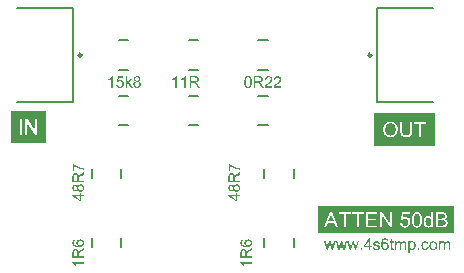
<source format=gbr>
%TF.GenerationSoftware,Altium Limited,Altium Designer,20.0.10 (225)*%
G04 Layer_Color=65535*
%FSLAX26Y26*%
%MOIN*%
%TF.FileFunction,Legend,Top*%
%TF.Part,Single*%
G01*
G75*
%TA.AperFunction,NonConductor*%
%ADD18C,0.009842*%
%ADD19C,0.007874*%
G36*
X3185181Y2366333D02*
X2982221D01*
Y2477585D01*
X3185181D01*
Y2366333D01*
D02*
G37*
G36*
X3019351Y2059173D02*
X3019740D01*
X3020184Y2059117D01*
X3021238Y2058896D01*
X3022403Y2058618D01*
X3023624Y2058174D01*
X3024845Y2057508D01*
X3025456Y2057119D01*
X3026011Y2056675D01*
X3026066Y2056620D01*
X3026122Y2056564D01*
X3026289Y2056398D01*
X3026455Y2056231D01*
X3026733Y2055954D01*
X3026954Y2055621D01*
X3027565Y2054844D01*
X3028175Y2053845D01*
X3028731Y2052624D01*
X3029230Y2051236D01*
X3029563Y2049682D01*
X3024845Y2049294D01*
Y2049349D01*
X3024790Y2049405D01*
X3024735Y2049738D01*
X3024568Y2050238D01*
X3024346Y2050848D01*
X3024124Y2051514D01*
X3023791Y2052180D01*
X3023403Y2052791D01*
X3023014Y2053290D01*
X3022903Y2053401D01*
X3022681Y2053623D01*
X3022293Y2053956D01*
X3021738Y2054345D01*
X3021016Y2054677D01*
X3020239Y2055010D01*
X3019296Y2055233D01*
X3018296Y2055343D01*
X3017908D01*
X3017464Y2055288D01*
X3016965Y2055177D01*
X3016298Y2055010D01*
X3015633Y2054789D01*
X3014966Y2054511D01*
X3014300Y2054067D01*
X3014189Y2054012D01*
X3013912Y2053789D01*
X3013523Y2053401D01*
X3013024Y2052846D01*
X3012469Y2052180D01*
X3011858Y2051403D01*
X3011303Y2050404D01*
X3010749Y2049294D01*
Y2049238D01*
X3010693Y2049128D01*
X3010637Y2048961D01*
X3010526Y2048739D01*
X3010471Y2048406D01*
X3010360Y2048017D01*
X3010249Y2047573D01*
X3010138Y2047018D01*
X3009972Y2046408D01*
X3009860Y2045742D01*
X3009749Y2045021D01*
X3009694Y2044244D01*
X3009583Y2043355D01*
X3009528Y2042467D01*
X3009472Y2041468D01*
Y2040469D01*
X3009528Y2040525D01*
X3009749Y2040858D01*
X3010138Y2041302D01*
X3010637Y2041857D01*
X3011193Y2042523D01*
X3011914Y2043133D01*
X3012691Y2043744D01*
X3013579Y2044299D01*
X3013635D01*
X3013690Y2044354D01*
X3014023Y2044521D01*
X3014523Y2044688D01*
X3015189Y2044965D01*
X3015965Y2045187D01*
X3016854Y2045353D01*
X3017797Y2045520D01*
X3018796Y2045575D01*
X3019240D01*
X3019573Y2045520D01*
X3020017Y2045465D01*
X3020461Y2045409D01*
X3021016Y2045298D01*
X3021571Y2045131D01*
X3022847Y2044743D01*
X3023514Y2044466D01*
X3024180Y2044077D01*
X3024845Y2043688D01*
X3025567Y2043245D01*
X3026233Y2042689D01*
X3026843Y2042079D01*
X3026899Y2042024D01*
X3027010Y2041912D01*
X3027177Y2041746D01*
X3027343Y2041468D01*
X3027620Y2041080D01*
X3027898Y2040691D01*
X3028175Y2040192D01*
X3028508Y2039637D01*
X3028841Y2039026D01*
X3029119Y2038361D01*
X3029396Y2037583D01*
X3029674Y2036806D01*
X3029840Y2035974D01*
X3030007Y2035031D01*
X3030118Y2034087D01*
X3030173Y2033088D01*
Y2033033D01*
Y2032921D01*
Y2032755D01*
Y2032477D01*
X3030118Y2032145D01*
Y2031812D01*
X3029952Y2030924D01*
X3029785Y2029869D01*
X3029508Y2028759D01*
X3029119Y2027538D01*
X3028564Y2026372D01*
Y2026317D01*
X3028508Y2026262D01*
X3028398Y2026095D01*
X3028287Y2025873D01*
X3027954Y2025318D01*
X3027454Y2024597D01*
X3026843Y2023820D01*
X3026122Y2023043D01*
X3025234Y2022265D01*
X3024291Y2021600D01*
X3024235D01*
X3024180Y2021544D01*
X3024013Y2021433D01*
X3023791Y2021378D01*
X3023236Y2021100D01*
X3022515Y2020822D01*
X3021571Y2020489D01*
X3020517Y2020267D01*
X3019351Y2020045D01*
X3018075Y2019990D01*
X3017797D01*
X3017519Y2020045D01*
X3017075D01*
X3016576Y2020101D01*
X3016021Y2020212D01*
X3015355Y2020379D01*
X3014689Y2020545D01*
X3013912Y2020767D01*
X3013135Y2021044D01*
X3012358Y2021378D01*
X3011526Y2021822D01*
X3010749Y2022321D01*
X3009972Y2022876D01*
X3009195Y2023542D01*
X3008473Y2024319D01*
X3008418Y2024374D01*
X3008307Y2024541D01*
X3008140Y2024763D01*
X3007918Y2025151D01*
X3007585Y2025651D01*
X3007307Y2026206D01*
X3006974Y2026928D01*
X3006642Y2027705D01*
X3006253Y2028648D01*
X3005920Y2029703D01*
X3005642Y2030868D01*
X3005365Y2032145D01*
X3005088Y2033588D01*
X3004921Y2035141D01*
X3004810Y2036806D01*
X3004755Y2038582D01*
Y2038638D01*
Y2038694D01*
Y2038860D01*
Y2039082D01*
X3004810Y2039637D01*
Y2040414D01*
X3004865Y2041302D01*
X3004977Y2042357D01*
X3005088Y2043522D01*
X3005254Y2044799D01*
X3005476Y2046075D01*
X3005753Y2047463D01*
X3006086Y2048794D01*
X3006475Y2050126D01*
X3006974Y2051403D01*
X3007530Y2052624D01*
X3008140Y2053789D01*
X3008861Y2054789D01*
X3008917Y2054844D01*
X3009028Y2054955D01*
X3009250Y2055177D01*
X3009528Y2055510D01*
X3009860Y2055843D01*
X3010305Y2056176D01*
X3010860Y2056620D01*
X3011414Y2057008D01*
X3012081Y2057397D01*
X3012802Y2057841D01*
X3013635Y2058174D01*
X3014467Y2058562D01*
X3015410Y2058840D01*
X3016410Y2059062D01*
X3017464Y2059173D01*
X3018574Y2059229D01*
X3019018D01*
X3019351Y2059173D01*
D02*
G37*
G36*
X3109039Y2049072D02*
X3109427Y2049017D01*
X3110260Y2048906D01*
X3111259Y2048684D01*
X3112314Y2048351D01*
X3113368Y2047851D01*
X3114423Y2047241D01*
X3114478D01*
X3114534Y2047130D01*
X3114867Y2046908D01*
X3115366Y2046464D01*
X3115977Y2045909D01*
X3116642Y2045187D01*
X3117309Y2044299D01*
X3117974Y2043245D01*
X3118530Y2042079D01*
Y2042024D01*
X3118585Y2041913D01*
X3118640Y2041746D01*
X3118751Y2041524D01*
X3118863Y2041191D01*
X3118974Y2040803D01*
X3119251Y2039915D01*
X3119528Y2038805D01*
X3119751Y2037584D01*
X3119917Y2036196D01*
X3119972Y2034753D01*
Y2034698D01*
Y2034587D01*
Y2034365D01*
Y2034032D01*
X3119917Y2033643D01*
Y2033199D01*
X3119806Y2032200D01*
X3119584Y2030979D01*
X3119307Y2029703D01*
X3118918Y2028371D01*
X3118419Y2027039D01*
Y2026983D01*
X3118363Y2026872D01*
X3118252Y2026706D01*
X3118141Y2026484D01*
X3117753Y2025873D01*
X3117253Y2025096D01*
X3116642Y2024264D01*
X3115865Y2023431D01*
X3114977Y2022599D01*
X3113923Y2021822D01*
X3113867D01*
X3113812Y2021766D01*
X3113646Y2021655D01*
X3113423Y2021544D01*
X3112869Y2021267D01*
X3112091Y2020934D01*
X3111148Y2020601D01*
X3110149Y2020323D01*
X3108983Y2020101D01*
X3107818Y2020046D01*
X3107430D01*
X3106985Y2020101D01*
X3106430Y2020157D01*
X3105765Y2020268D01*
X3105043Y2020434D01*
X3104322Y2020656D01*
X3103600Y2020989D01*
X3103544Y2021045D01*
X3103267Y2021156D01*
X3102934Y2021378D01*
X3102490Y2021711D01*
X3102046Y2022044D01*
X3101491Y2022488D01*
X3100992Y2022987D01*
X3100548Y2023542D01*
Y2010000D01*
X3095830D01*
Y2048517D01*
X3100104D01*
Y2044854D01*
X3100159Y2044965D01*
X3100381Y2045187D01*
X3100659Y2045575D01*
X3101102Y2046020D01*
X3101602Y2046575D01*
X3102157Y2047074D01*
X3102823Y2047574D01*
X3103489Y2048018D01*
X3103600Y2048073D01*
X3103822Y2048184D01*
X3104266Y2048351D01*
X3104821Y2048573D01*
X3105487Y2048795D01*
X3106264Y2048961D01*
X3107152Y2049072D01*
X3108151Y2049128D01*
X3108762D01*
X3109039Y2049072D01*
D02*
G37*
G36*
X3227143D02*
X3227532D01*
X3227920Y2049017D01*
X3228863Y2048850D01*
X3229863Y2048573D01*
X3230917Y2048129D01*
X3231972Y2047574D01*
X3232860Y2046797D01*
X3232970Y2046686D01*
X3233193Y2046353D01*
X3233581Y2045853D01*
X3233747Y2045465D01*
X3233970Y2045076D01*
X3234191Y2044577D01*
X3234358Y2044077D01*
X3234580Y2043522D01*
X3234747Y2042856D01*
X3234858Y2042190D01*
X3234968Y2041413D01*
X3235079Y2040636D01*
Y2039748D01*
Y2020656D01*
X3230362D01*
Y2038139D01*
Y2038194D01*
Y2038250D01*
Y2038583D01*
Y2039082D01*
X3230307Y2039693D01*
X3230251Y2040359D01*
X3230195Y2041025D01*
X3230084Y2041691D01*
X3229918Y2042190D01*
Y2042246D01*
X3229807Y2042412D01*
X3229696Y2042634D01*
X3229530Y2042912D01*
X3229307Y2043245D01*
X3229030Y2043578D01*
X3228697Y2043911D01*
X3228253Y2044244D01*
X3228198Y2044299D01*
X3228031Y2044355D01*
X3227809Y2044466D01*
X3227421Y2044632D01*
X3227032Y2044799D01*
X3226532Y2044910D01*
X3226033Y2044965D01*
X3225423Y2045021D01*
X3225145D01*
X3224923Y2044965D01*
X3224368Y2044910D01*
X3223702Y2044799D01*
X3222925Y2044521D01*
X3222093Y2044188D01*
X3221260Y2043689D01*
X3220483Y2043023D01*
X3220427Y2042912D01*
X3220206Y2042634D01*
X3219872Y2042190D01*
X3219539Y2041524D01*
X3219151Y2040636D01*
X3218874Y2039582D01*
X3218651Y2038305D01*
X3218541Y2036807D01*
Y2020656D01*
X3213823D01*
Y2038694D01*
Y2038749D01*
Y2038860D01*
Y2038971D01*
Y2039193D01*
X3213767Y2039804D01*
X3213657Y2040470D01*
X3213546Y2041247D01*
X3213323Y2042024D01*
X3213046Y2042745D01*
X3212657Y2043411D01*
X3212602Y2043467D01*
X3212436Y2043689D01*
X3212158Y2043911D01*
X3211769Y2044244D01*
X3211270Y2044521D01*
X3210604Y2044799D01*
X3209827Y2044965D01*
X3208883Y2045021D01*
X3208550D01*
X3208162Y2044965D01*
X3207718Y2044910D01*
X3207163Y2044743D01*
X3206497Y2044577D01*
X3205887Y2044299D01*
X3205220Y2043966D01*
X3205165Y2043911D01*
X3204943Y2043744D01*
X3204666Y2043522D01*
X3204277Y2043189D01*
X3203889Y2042745D01*
X3203500Y2042190D01*
X3203111Y2041580D01*
X3202778Y2040858D01*
X3202723Y2040747D01*
X3202668Y2040470D01*
X3202557Y2040026D01*
X3202390Y2039415D01*
X3202224Y2038583D01*
X3202113Y2037584D01*
X3202057Y2036418D01*
X3202001Y2035086D01*
Y2020656D01*
X3197284D01*
Y2048517D01*
X3201502D01*
Y2044521D01*
X3201557Y2044632D01*
X3201724Y2044854D01*
X3202057Y2045243D01*
X3202445Y2045687D01*
X3202945Y2046242D01*
X3203555Y2046797D01*
X3204222Y2047352D01*
X3204999Y2047851D01*
X3205110Y2047907D01*
X3205387Y2048073D01*
X3205831Y2048240D01*
X3206441Y2048517D01*
X3207163Y2048739D01*
X3207995Y2048906D01*
X3208939Y2049072D01*
X3209938Y2049128D01*
X3210438D01*
X3211048Y2049072D01*
X3211714Y2048961D01*
X3212546Y2048795D01*
X3213379Y2048573D01*
X3214211Y2048240D01*
X3214988Y2047796D01*
X3215099Y2047740D01*
X3215322Y2047574D01*
X3215655Y2047296D01*
X3216099Y2046852D01*
X3216543Y2046353D01*
X3217042Y2045742D01*
X3217486Y2045021D01*
X3217819Y2044188D01*
X3217874Y2044244D01*
X3217985Y2044410D01*
X3218152Y2044632D01*
X3218430Y2044965D01*
X3218762Y2045354D01*
X3219151Y2045742D01*
X3219595Y2046186D01*
X3220150Y2046686D01*
X3220760Y2047130D01*
X3221371Y2047574D01*
X3222093Y2047962D01*
X3222869Y2048351D01*
X3223702Y2048684D01*
X3224590Y2048906D01*
X3225478Y2049072D01*
X3226477Y2049128D01*
X3226865D01*
X3227143Y2049072D01*
D02*
G37*
G36*
X3080901Y2049072D02*
X3081289D01*
X3081677Y2049017D01*
X3082621Y2048850D01*
X3083620Y2048573D01*
X3084675Y2048128D01*
X3085729Y2047573D01*
X3086617Y2046796D01*
X3086728Y2046686D01*
X3086950Y2046352D01*
X3087338Y2045853D01*
X3087505Y2045465D01*
X3087727Y2045076D01*
X3087949Y2044576D01*
X3088115Y2044077D01*
X3088338Y2043522D01*
X3088504Y2042856D01*
X3088615Y2042190D01*
X3088726Y2041413D01*
X3088837Y2040636D01*
Y2039748D01*
Y2020656D01*
X3084119D01*
Y2038139D01*
Y2038194D01*
Y2038249D01*
Y2038582D01*
Y2039082D01*
X3084064Y2039693D01*
X3084008Y2040359D01*
X3083953Y2041024D01*
X3083842Y2041690D01*
X3083675Y2042190D01*
Y2042245D01*
X3083564Y2042412D01*
X3083454Y2042634D01*
X3083287Y2042911D01*
X3083065Y2043245D01*
X3082787Y2043578D01*
X3082454Y2043910D01*
X3082010Y2044244D01*
X3081955Y2044299D01*
X3081789Y2044354D01*
X3081566Y2044466D01*
X3081178Y2044632D01*
X3080789Y2044799D01*
X3080290Y2044909D01*
X3079791Y2044965D01*
X3079180Y2045021D01*
X3078903D01*
X3078680Y2044965D01*
X3078126Y2044909D01*
X3077459Y2044799D01*
X3076682Y2044521D01*
X3075850Y2044188D01*
X3075017Y2043688D01*
X3074240Y2043023D01*
X3074185Y2042911D01*
X3073963Y2042634D01*
X3073630Y2042190D01*
X3073297Y2041524D01*
X3072909Y2040636D01*
X3072631Y2039582D01*
X3072409Y2038305D01*
X3072298Y2036806D01*
Y2020656D01*
X3067581D01*
Y2038694D01*
Y2038749D01*
Y2038860D01*
Y2038971D01*
Y2039193D01*
X3067525Y2039803D01*
X3067414Y2040469D01*
X3067303Y2041246D01*
X3067081Y2042024D01*
X3066803Y2042745D01*
X3066415Y2043411D01*
X3066360Y2043466D01*
X3066193Y2043688D01*
X3065916Y2043910D01*
X3065527Y2044244D01*
X3065028Y2044521D01*
X3064361Y2044799D01*
X3063584Y2044965D01*
X3062641Y2045021D01*
X3062308D01*
X3061919Y2044965D01*
X3061476Y2044909D01*
X3060921Y2044743D01*
X3060255Y2044576D01*
X3059644Y2044299D01*
X3058978Y2043966D01*
X3058923Y2043910D01*
X3058700Y2043744D01*
X3058423Y2043522D01*
X3058035Y2043189D01*
X3057646Y2042745D01*
X3057258Y2042190D01*
X3056869Y2041580D01*
X3056536Y2040858D01*
X3056481Y2040747D01*
X3056425Y2040469D01*
X3056314Y2040025D01*
X3056148Y2039415D01*
X3055981Y2038582D01*
X3055870Y2037583D01*
X3055814Y2036418D01*
X3055759Y2035086D01*
Y2020656D01*
X3051041D01*
Y2048517D01*
X3055260D01*
Y2044521D01*
X3055315Y2044632D01*
X3055481Y2044854D01*
X3055814Y2045243D01*
X3056203Y2045687D01*
X3056702Y2046242D01*
X3057313Y2046796D01*
X3057979Y2047351D01*
X3058756Y2047851D01*
X3058867Y2047907D01*
X3059144Y2048073D01*
X3059588Y2048240D01*
X3060199Y2048517D01*
X3060921Y2048739D01*
X3061753Y2048905D01*
X3062697Y2049072D01*
X3063695Y2049128D01*
X3064195D01*
X3064805Y2049072D01*
X3065472Y2048961D01*
X3066304Y2048794D01*
X3067137Y2048573D01*
X3067969Y2048240D01*
X3068746Y2047795D01*
X3068857Y2047740D01*
X3069079Y2047573D01*
X3069412Y2047296D01*
X3069856Y2046852D01*
X3070300Y2046352D01*
X3070800Y2045742D01*
X3071244Y2045021D01*
X3071577Y2044188D01*
X3071632Y2044244D01*
X3071743Y2044410D01*
X3071910Y2044632D01*
X3072187Y2044965D01*
X3072520Y2045353D01*
X3072909Y2045742D01*
X3073352Y2046186D01*
X3073907Y2046686D01*
X3074518Y2047130D01*
X3075128Y2047573D01*
X3075850Y2047962D01*
X3076627Y2048351D01*
X3077459Y2048684D01*
X3078347Y2048905D01*
X3079235Y2049072D01*
X3080235Y2049128D01*
X3080623D01*
X3080901Y2049072D01*
D02*
G37*
G36*
X2989714D02*
X2990546Y2049017D01*
X2991434Y2048905D01*
X2992378Y2048684D01*
X2993377Y2048461D01*
X2994320Y2048128D01*
X2994376D01*
X2994432Y2048073D01*
X2994709Y2047962D01*
X2995153Y2047740D01*
X2995708Y2047463D01*
X2996318Y2047074D01*
X2996929Y2046630D01*
X2997484Y2046130D01*
X2997983Y2045575D01*
X2998039Y2045520D01*
X2998150Y2045298D01*
X2998372Y2044909D01*
X2998649Y2044466D01*
X2998927Y2043800D01*
X2999204Y2043078D01*
X2999427Y2042245D01*
X2999648Y2041302D01*
X2995042Y2040691D01*
Y2040803D01*
X2994986Y2041024D01*
X2994876Y2041413D01*
X2994709Y2041912D01*
X2994432Y2042412D01*
X2994099Y2042967D01*
X2993710Y2043522D01*
X2993155Y2044022D01*
X2993099Y2044077D01*
X2992878Y2044188D01*
X2992544Y2044410D01*
X2992045Y2044632D01*
X2991490Y2044854D01*
X2990769Y2045076D01*
X2989881Y2045187D01*
X2988937Y2045243D01*
X2988382D01*
X2987827Y2045187D01*
X2987106Y2045131D01*
X2986384Y2044965D01*
X2985607Y2044799D01*
X2984885Y2044521D01*
X2984275Y2044132D01*
X2984220Y2044077D01*
X2984053Y2043966D01*
X2983831Y2043744D01*
X2983609Y2043411D01*
X2983331Y2043078D01*
X2983110Y2042634D01*
X2982943Y2042134D01*
X2982887Y2041635D01*
Y2041580D01*
Y2041468D01*
X2982943Y2041302D01*
Y2041080D01*
X2983110Y2040525D01*
X2983443Y2039970D01*
X2983498Y2039915D01*
X2983553Y2039859D01*
X2983664Y2039693D01*
X2983887Y2039526D01*
X2984108Y2039360D01*
X2984441Y2039138D01*
X2984830Y2038971D01*
X2985274Y2038749D01*
X2985329D01*
X2985441Y2038694D01*
X2985662Y2038638D01*
X2986051Y2038472D01*
X2986606Y2038305D01*
X2987327Y2038139D01*
X2987771Y2037972D01*
X2988271Y2037861D01*
X2988826Y2037695D01*
X2989436Y2037528D01*
X2989492D01*
X2989659Y2037473D01*
X2989936Y2037417D01*
X2990269Y2037306D01*
X2990657Y2037195D01*
X2991157Y2037084D01*
X2992211Y2036751D01*
X2993377Y2036418D01*
X2994543Y2036030D01*
X2995597Y2035641D01*
X2996041Y2035475D01*
X2996430Y2035308D01*
X2996541Y2035253D01*
X2996762Y2035141D01*
X2997095Y2034975D01*
X2997595Y2034697D01*
X2998095Y2034364D01*
X2998594Y2033920D01*
X2999093Y2033421D01*
X2999537Y2032866D01*
X2999593Y2032811D01*
X2999704Y2032589D01*
X2999926Y2032255D01*
X3000148Y2031756D01*
X3000314Y2031146D01*
X3000537Y2030479D01*
X3000648Y2029703D01*
X3000703Y2028814D01*
Y2028704D01*
Y2028426D01*
X3000648Y2027982D01*
X3000537Y2027371D01*
X3000370Y2026706D01*
X3000093Y2025984D01*
X2999760Y2025151D01*
X2999316Y2024374D01*
X2999260Y2024264D01*
X2999038Y2024042D01*
X2998760Y2023653D01*
X2998316Y2023209D01*
X2997706Y2022709D01*
X2997040Y2022155D01*
X2996263Y2021655D01*
X2995320Y2021156D01*
X2995264D01*
X2995209Y2021100D01*
X2994876Y2020989D01*
X2994320Y2020822D01*
X2993599Y2020601D01*
X2992711Y2020379D01*
X2991712Y2020212D01*
X2990657Y2020101D01*
X2989436Y2020045D01*
X2988937D01*
X2988548Y2020101D01*
X2988104D01*
X2987550Y2020157D01*
X2986994Y2020212D01*
X2986384Y2020323D01*
X2985052Y2020601D01*
X2983664Y2020989D01*
X2982332Y2021544D01*
X2981722Y2021877D01*
X2981167Y2022265D01*
X2981111Y2022321D01*
X2981056Y2022377D01*
X2980723Y2022709D01*
X2980224Y2023209D01*
X2979669Y2023986D01*
X2979058Y2024929D01*
X2978448Y2026040D01*
X2977948Y2027427D01*
X2977559Y2028981D01*
X2982222Y2029703D01*
Y2029647D01*
Y2029591D01*
X2982332Y2029258D01*
X2982443Y2028704D01*
X2982666Y2028093D01*
X2982943Y2027427D01*
X2983276Y2026706D01*
X2983776Y2025984D01*
X2984386Y2025373D01*
X2984497Y2025318D01*
X2984719Y2025151D01*
X2985163Y2024929D01*
X2985718Y2024652D01*
X2986439Y2024374D01*
X2987272Y2024152D01*
X2988271Y2023986D01*
X2989436Y2023930D01*
X2989992D01*
X2990546Y2023986D01*
X2991268Y2024097D01*
X2992045Y2024264D01*
X2992878Y2024486D01*
X2993599Y2024763D01*
X2994265Y2025207D01*
X2994320Y2025263D01*
X2994543Y2025429D01*
X2994765Y2025707D01*
X2995097Y2026095D01*
X2995375Y2026539D01*
X2995653Y2027094D01*
X2995819Y2027649D01*
X2995874Y2028315D01*
Y2028370D01*
Y2028592D01*
X2995819Y2028870D01*
X2995708Y2029258D01*
X2995541Y2029647D01*
X2995264Y2030035D01*
X2994931Y2030479D01*
X2994432Y2030812D01*
X2994376Y2030868D01*
X2994209Y2030924D01*
X2993932Y2031090D01*
X2993488Y2031256D01*
X2992822Y2031478D01*
X2992434Y2031645D01*
X2991990Y2031756D01*
X2991490Y2031922D01*
X2990935Y2032089D01*
X2990325Y2032255D01*
X2989603Y2032422D01*
X2989548D01*
X2989381Y2032477D01*
X2989104Y2032533D01*
X2988771Y2032644D01*
X2988327Y2032755D01*
X2987827Y2032921D01*
X2986773Y2033199D01*
X2985552Y2033588D01*
X2984386Y2033920D01*
X2983276Y2034309D01*
X2982776Y2034531D01*
X2982388Y2034697D01*
X2982277Y2034753D01*
X2982055Y2034864D01*
X2981722Y2035086D01*
X2981278Y2035363D01*
X2980778Y2035752D01*
X2980279Y2036196D01*
X2979780Y2036696D01*
X2979336Y2037306D01*
X2979280Y2037361D01*
X2979169Y2037583D01*
X2979003Y2037972D01*
X2978836Y2038416D01*
X2978669Y2038971D01*
X2978503Y2039637D01*
X2978392Y2040303D01*
X2978336Y2041080D01*
Y2041191D01*
Y2041413D01*
X2978392Y2041746D01*
X2978448Y2042245D01*
X2978559Y2042745D01*
X2978669Y2043355D01*
X2978892Y2043910D01*
X2979169Y2044521D01*
X2979224Y2044576D01*
X2979336Y2044799D01*
X2979502Y2045076D01*
X2979780Y2045465D01*
X2980113Y2045853D01*
X2980501Y2046352D01*
X2980945Y2046796D01*
X2981500Y2047185D01*
X2981555Y2047241D01*
X2981722Y2047296D01*
X2981944Y2047463D01*
X2982277Y2047629D01*
X2982721Y2047851D01*
X2983220Y2048073D01*
X2983831Y2048295D01*
X2984497Y2048517D01*
X2984608Y2048573D01*
X2984830Y2048628D01*
X2985218Y2048739D01*
X2985718Y2048850D01*
X2986329Y2048961D01*
X2986994Y2049017D01*
X2987771Y2049128D01*
X2989104D01*
X2989714Y2049072D01*
D02*
G37*
G36*
X3152662Y2049072D02*
X3152995D01*
X3153439Y2049017D01*
X3154494Y2048850D01*
X3155659Y2048573D01*
X3156880Y2048129D01*
X3158101Y2047574D01*
X3159267Y2046797D01*
X3159322D01*
X3159378Y2046686D01*
X3159711Y2046353D01*
X3160210Y2045853D01*
X3160820Y2045132D01*
X3161431Y2044244D01*
X3162041Y2043134D01*
X3162597Y2041857D01*
X3162985Y2040359D01*
X3158378Y2039637D01*
Y2039693D01*
X3158323Y2039748D01*
X3158267Y2040081D01*
X3158101Y2040581D01*
X3157823Y2041191D01*
X3157546Y2041857D01*
X3157102Y2042579D01*
X3156602Y2043245D01*
X3156048Y2043800D01*
X3155992Y2043855D01*
X3155770Y2044022D01*
X3155381Y2044244D01*
X3154938Y2044521D01*
X3154327Y2044799D01*
X3153661Y2045021D01*
X3152884Y2045187D01*
X3152052Y2045243D01*
X3151718D01*
X3151441Y2045187D01*
X3150831Y2045132D01*
X3149998Y2044910D01*
X3149110Y2044632D01*
X3148111Y2044188D01*
X3147168Y2043522D01*
X3146724Y2043134D01*
X3146280Y2042690D01*
Y2042634D01*
X3146169Y2042579D01*
X3146057Y2042412D01*
X3145947Y2042190D01*
X3145780Y2041913D01*
X3145558Y2041580D01*
X3145392Y2041191D01*
X3145169Y2040747D01*
X3144948Y2040192D01*
X3144781Y2039582D01*
X3144559Y2038916D01*
X3144392Y2038194D01*
X3144282Y2037417D01*
X3144171Y2036529D01*
X3144059Y2035586D01*
Y2034587D01*
Y2034531D01*
Y2034365D01*
Y2034032D01*
X3144115Y2033699D01*
Y2033199D01*
X3144171Y2032700D01*
X3144337Y2031479D01*
X3144559Y2030147D01*
X3144948Y2028759D01*
X3145447Y2027538D01*
X3145780Y2026928D01*
X3146169Y2026428D01*
X3146280Y2026317D01*
X3146557Y2026040D01*
X3147057Y2025651D01*
X3147667Y2025207D01*
X3148499Y2024708D01*
X3149443Y2024319D01*
X3150553Y2024042D01*
X3151164Y2023986D01*
X3151774Y2023931D01*
X3151885D01*
X3152218Y2023986D01*
X3152773Y2024042D01*
X3153383Y2024153D01*
X3154105Y2024319D01*
X3154882Y2024652D01*
X3155659Y2025041D01*
X3156381Y2025596D01*
X3156492Y2025651D01*
X3156658Y2025929D01*
X3156991Y2026317D01*
X3157380Y2026928D01*
X3157768Y2027649D01*
X3158212Y2028537D01*
X3158545Y2029647D01*
X3158767Y2030868D01*
X3163429Y2030258D01*
Y2030202D01*
X3163374Y2030036D01*
X3163318Y2029814D01*
X3163262Y2029481D01*
X3163151Y2029037D01*
X3163041Y2028593D01*
X3162652Y2027483D01*
X3162153Y2026317D01*
X3161431Y2025041D01*
X3160543Y2023820D01*
X3160044Y2023265D01*
X3159488Y2022710D01*
X3159433Y2022654D01*
X3159322Y2022599D01*
X3159155Y2022488D01*
X3158934Y2022321D01*
X3158656Y2022099D01*
X3158267Y2021877D01*
X3157823Y2021655D01*
X3157380Y2021378D01*
X3156269Y2020878D01*
X3154938Y2020490D01*
X3153494Y2020157D01*
X3152662Y2020101D01*
X3151829Y2020046D01*
X3151274D01*
X3150886Y2020101D01*
X3150387Y2020157D01*
X3149831Y2020268D01*
X3149221Y2020379D01*
X3148555Y2020490D01*
X3147057Y2020934D01*
X3146335Y2021267D01*
X3145558Y2021600D01*
X3144781Y2022044D01*
X3144059Y2022543D01*
X3143338Y2023098D01*
X3142672Y2023764D01*
X3142617Y2023820D01*
X3142506Y2023931D01*
X3142339Y2024153D01*
X3142117Y2024430D01*
X3141895Y2024819D01*
X3141562Y2025318D01*
X3141285Y2025873D01*
X3140952Y2026484D01*
X3140619Y2027205D01*
X3140341Y2028038D01*
X3140008Y2028870D01*
X3139786Y2029869D01*
X3139564Y2030868D01*
X3139398Y2032034D01*
X3139287Y2033199D01*
X3139231Y2034476D01*
Y2034531D01*
Y2034698D01*
Y2034920D01*
Y2035253D01*
X3139287Y2035641D01*
Y2036085D01*
X3139342Y2036585D01*
X3139398Y2037140D01*
X3139564Y2038361D01*
X3139841Y2039693D01*
X3140175Y2041025D01*
X3140674Y2042357D01*
Y2042412D01*
X3140729Y2042523D01*
X3140840Y2042690D01*
X3140952Y2042912D01*
X3141285Y2043522D01*
X3141784Y2044244D01*
X3142450Y2045076D01*
X3143227Y2045909D01*
X3144171Y2046741D01*
X3145225Y2047407D01*
X3145280D01*
X3145392Y2047463D01*
X3145558Y2047574D01*
X3145780Y2047685D01*
X3146057Y2047796D01*
X3146390Y2047962D01*
X3147223Y2048295D01*
X3148166Y2048573D01*
X3149332Y2048850D01*
X3150553Y2049072D01*
X3151885Y2049128D01*
X3152329D01*
X3152662Y2049072D01*
D02*
G37*
G36*
X2921893Y2020656D02*
X2917064D01*
X2912624Y2037306D01*
X2911515Y2042079D01*
X2905909Y2020656D01*
X2900914D01*
X2892478Y2048517D01*
X2897418D01*
X2901858Y2032422D01*
X2903412Y2026428D01*
Y2026484D01*
X2903467Y2026594D01*
X2903523Y2026872D01*
X2903578Y2027039D01*
X2903633Y2027316D01*
X2903689Y2027649D01*
X2903800Y2028037D01*
X2903911Y2028482D01*
X2904077Y2029036D01*
X2904244Y2029647D01*
X2904410Y2030369D01*
X2904633Y2031201D01*
X2904854Y2032145D01*
X2909294Y2048517D01*
X2914123D01*
X2918285Y2032311D01*
X2919673Y2026983D01*
X2921282Y2032367D01*
X2926055Y2048517D01*
X2930662D01*
X2921893Y2020656D01*
D02*
G37*
G36*
X2883154D02*
X2878325D01*
X2873885Y2037306D01*
X2872776Y2042079D01*
X2867170Y2020656D01*
X2862175D01*
X2853739Y2048517D01*
X2858678D01*
X2863119Y2032422D01*
X2864673Y2026428D01*
Y2026484D01*
X2864728Y2026594D01*
X2864784Y2026872D01*
X2864839Y2027039D01*
X2864894Y2027316D01*
X2864950Y2027649D01*
X2865061Y2028037D01*
X2865172Y2028482D01*
X2865338Y2029036D01*
X2865505Y2029647D01*
X2865671Y2030369D01*
X2865894Y2031201D01*
X2866115Y2032145D01*
X2870555Y2048517D01*
X2875384D01*
X2879546Y2032311D01*
X2880934Y2026983D01*
X2882544Y2032367D01*
X2887316Y2048517D01*
X2891923D01*
X2883154Y2020656D01*
D02*
G37*
G36*
X2844415D02*
X2839586D01*
X2835146Y2037306D01*
X2834037Y2042079D01*
X2828431Y2020656D01*
X2823436D01*
X2815000Y2048517D01*
X2819939D01*
X2824380Y2032422D01*
X2825934Y2026428D01*
Y2026484D01*
X2825989Y2026594D01*
X2826044Y2026872D01*
X2826100Y2027039D01*
X2826155Y2027316D01*
X2826211Y2027649D01*
X2826322Y2028037D01*
X2826433Y2028482D01*
X2826599Y2029036D01*
X2826766Y2029647D01*
X2826932Y2030369D01*
X2827155Y2031201D01*
X2827376Y2032145D01*
X2831816Y2048517D01*
X2836645D01*
X2840807Y2032311D01*
X2842195Y2026983D01*
X2843805Y2032367D01*
X2848577Y2048517D01*
X2853184D01*
X2844415Y2020656D01*
D02*
G37*
G36*
X3132405Y2020656D02*
X3127021D01*
Y2026040D01*
X3132405D01*
Y2020656D01*
D02*
G37*
G36*
X2968069Y2034198D02*
X2973286D01*
Y2029869D01*
X2968069D01*
Y2020656D01*
X2963352D01*
Y2029869D01*
X2946646D01*
Y2034198D01*
X2964240Y2059062D01*
X2968069D01*
Y2034198D01*
D02*
G37*
G36*
X2941374Y2020656D02*
X2935990D01*
Y2026040D01*
X2941374D01*
Y2020656D01*
D02*
G37*
G36*
X3041662Y2048517D02*
X3046435D01*
Y2044854D01*
X3041662D01*
Y2028482D01*
Y2028370D01*
Y2028149D01*
Y2027815D01*
X3041718Y2027427D01*
X3041773Y2026539D01*
X3041829Y2026150D01*
X3041884Y2025873D01*
X3041939Y2025762D01*
X3042106Y2025540D01*
X3042328Y2025263D01*
X3042716Y2024985D01*
X3042827Y2024929D01*
X3043105Y2024819D01*
X3043604Y2024707D01*
X3044326Y2024652D01*
X3044881D01*
X3045159Y2024707D01*
X3045547D01*
X3045991Y2024763D01*
X3046435Y2024819D01*
X3047046Y2020656D01*
X3046934D01*
X3046713Y2020601D01*
X3046324Y2020545D01*
X3045825Y2020489D01*
X3045269Y2020379D01*
X3044659Y2020323D01*
X3043438Y2020267D01*
X3042994D01*
X3042550Y2020323D01*
X3041995Y2020379D01*
X3041329Y2020434D01*
X3040663Y2020601D01*
X3040052Y2020767D01*
X3039442Y2021044D01*
X3039387Y2021100D01*
X3039220Y2021211D01*
X3038998Y2021378D01*
X3038665Y2021655D01*
X3038387Y2021932D01*
X3038055Y2022321D01*
X3037722Y2022709D01*
X3037499Y2023209D01*
Y2023264D01*
X3037389Y2023486D01*
X3037333Y2023875D01*
X3037222Y2024430D01*
X3037111Y2025151D01*
X3037055Y2025595D01*
Y2026095D01*
X3037000Y2026706D01*
X3036945Y2027316D01*
Y2027982D01*
Y2028759D01*
Y2044854D01*
X3033448D01*
Y2048517D01*
X3036945D01*
Y2055399D01*
X3041662Y2058229D01*
Y2048517D01*
D02*
G37*
G36*
X3179691Y2049072D02*
X3180190Y2049017D01*
X3180745Y2048906D01*
X3181356Y2048795D01*
X3182077Y2048684D01*
X3183575Y2048184D01*
X3184352Y2047907D01*
X3185130Y2047518D01*
X3185907Y2047130D01*
X3186684Y2046575D01*
X3187405Y2046020D01*
X3188126Y2045354D01*
X3188182Y2045298D01*
X3188293Y2045187D01*
X3188459Y2044965D01*
X3188682Y2044688D01*
X3188959Y2044299D01*
X3189292Y2043800D01*
X3189625Y2043245D01*
X3189958Y2042634D01*
X3190291Y2041968D01*
X3190624Y2041136D01*
X3190957Y2040303D01*
X3191235Y2039360D01*
X3191456Y2038361D01*
X3191623Y2037306D01*
X3191734Y2036196D01*
X3191789Y2034975D01*
Y2034920D01*
Y2034753D01*
Y2034476D01*
Y2034087D01*
X3191734Y2033643D01*
X3191678Y2033088D01*
Y2032533D01*
X3191568Y2031923D01*
X3191401Y2030535D01*
X3191068Y2029148D01*
X3190680Y2027760D01*
X3190124Y2026484D01*
Y2026428D01*
X3190069Y2026373D01*
X3189958Y2026206D01*
X3189847Y2025984D01*
X3189459Y2025429D01*
X3188959Y2024763D01*
X3188293Y2023986D01*
X3187461Y2023209D01*
X3186517Y2022432D01*
X3185407Y2021711D01*
X3185352D01*
X3185296Y2021655D01*
X3185130Y2021544D01*
X3184852Y2021433D01*
X3184575Y2021322D01*
X3184242Y2021211D01*
X3183409Y2020878D01*
X3182465Y2020601D01*
X3181300Y2020323D01*
X3180079Y2020101D01*
X3178747Y2020046D01*
X3178192D01*
X3177748Y2020101D01*
X3177249Y2020157D01*
X3176693Y2020268D01*
X3176028Y2020379D01*
X3175361Y2020490D01*
X3173863Y2020934D01*
X3173030Y2021267D01*
X3172253Y2021600D01*
X3171477Y2022044D01*
X3170700Y2022543D01*
X3169978Y2023098D01*
X3169256Y2023764D01*
X3169201Y2023820D01*
X3169090Y2023931D01*
X3168923Y2024153D01*
X3168702Y2024486D01*
X3168424Y2024874D01*
X3168146Y2025318D01*
X3167814Y2025873D01*
X3167481Y2026539D01*
X3167148Y2027261D01*
X3166814Y2028093D01*
X3166537Y2028981D01*
X3166260Y2029925D01*
X3166037Y2030979D01*
X3165871Y2032089D01*
X3165760Y2033310D01*
X3165704Y2034587D01*
Y2034698D01*
Y2034920D01*
X3165760Y2035308D01*
Y2035863D01*
X3165816Y2036474D01*
X3165927Y2037251D01*
X3166037Y2038028D01*
X3166260Y2038916D01*
X3166481Y2039804D01*
X3166759Y2040747D01*
X3167092Y2041746D01*
X3167536Y2042690D01*
X3167980Y2043578D01*
X3168590Y2044466D01*
X3169201Y2045298D01*
X3169978Y2046020D01*
X3170034Y2046075D01*
X3170144Y2046131D01*
X3170367Y2046297D01*
X3170644Y2046519D01*
X3170977Y2046741D01*
X3171421Y2047019D01*
X3171865Y2047296D01*
X3172420Y2047574D01*
X3173030Y2047851D01*
X3173697Y2048129D01*
X3175195Y2048628D01*
X3176916Y2049017D01*
X3177803Y2049072D01*
X3178747Y2049128D01*
X3179302D01*
X3179691Y2049072D01*
D02*
G37*
G36*
X3246109Y2075000D02*
X2795000D01*
Y2165910D01*
X3246109D01*
Y2075000D01*
D02*
G37*
G36*
X2562465Y2055038D02*
X2562798D01*
X2563686Y2054872D01*
X2564740Y2054705D01*
X2565850Y2054428D01*
X2567071Y2054039D01*
X2568237Y2053484D01*
X2568292D01*
X2568348Y2053429D01*
X2568514Y2053318D01*
X2568736Y2053207D01*
X2569291Y2052874D01*
X2570013Y2052374D01*
X2570790Y2051764D01*
X2571567Y2051042D01*
X2572344Y2050154D01*
X2573010Y2049211D01*
Y2049155D01*
X2573065Y2049100D01*
X2573176Y2048933D01*
X2573232Y2048711D01*
X2573509Y2048156D01*
X2573787Y2047435D01*
X2574120Y2046491D01*
X2574342Y2045437D01*
X2574564Y2044271D01*
X2574619Y2042995D01*
Y2042717D01*
X2574564Y2042440D01*
Y2041996D01*
X2574508Y2041496D01*
X2574397Y2040941D01*
X2574231Y2040275D01*
X2574064Y2039609D01*
X2573842Y2038832D01*
X2573565Y2038055D01*
X2573232Y2037278D01*
X2572788Y2036446D01*
X2572288Y2035669D01*
X2571733Y2034892D01*
X2571067Y2034115D01*
X2570290Y2033393D01*
X2570235Y2033338D01*
X2570068Y2033227D01*
X2569846Y2033060D01*
X2569458Y2032838D01*
X2568958Y2032505D01*
X2568403Y2032228D01*
X2567682Y2031895D01*
X2566905Y2031562D01*
X2565961Y2031173D01*
X2564907Y2030840D01*
X2563741Y2030563D01*
X2562465Y2030285D01*
X2561022Y2030008D01*
X2559468Y2029841D01*
X2557803Y2029730D01*
X2556027Y2029675D01*
X2555971D01*
X2555916D01*
X2555749D01*
X2555527D01*
X2554972Y2029730D01*
X2554195D01*
X2553307Y2029786D01*
X2552253Y2029897D01*
X2551087Y2030008D01*
X2549811Y2030174D01*
X2548534Y2030396D01*
X2547147Y2030674D01*
X2545815Y2031007D01*
X2544483Y2031395D01*
X2543206Y2031895D01*
X2541985Y2032450D01*
X2540820Y2033060D01*
X2539821Y2033782D01*
X2539765Y2033837D01*
X2539654Y2033948D01*
X2539432Y2034170D01*
X2539099Y2034448D01*
X2538766Y2034781D01*
X2538433Y2035225D01*
X2537989Y2035780D01*
X2537601Y2036335D01*
X2537212Y2037001D01*
X2536768Y2037722D01*
X2536435Y2038555D01*
X2536047Y2039387D01*
X2535769Y2040331D01*
X2535547Y2041330D01*
X2535436Y2042384D01*
X2535381Y2043494D01*
Y2043938D01*
X2535436Y2044271D01*
Y2044660D01*
X2535492Y2045104D01*
X2535714Y2046158D01*
X2535991Y2047324D01*
X2536435Y2048545D01*
X2537101Y2049766D01*
X2537490Y2050376D01*
X2537934Y2050931D01*
X2537989Y2050987D01*
X2538045Y2051042D01*
X2538211Y2051209D01*
X2538378Y2051375D01*
X2538655Y2051653D01*
X2538988Y2051875D01*
X2539765Y2052485D01*
X2540764Y2053096D01*
X2541985Y2053651D01*
X2543373Y2054150D01*
X2544927Y2054483D01*
X2545315Y2049766D01*
X2545260D01*
X2545204Y2049710D01*
X2544871Y2049655D01*
X2544372Y2049488D01*
X2543761Y2049266D01*
X2543095Y2049044D01*
X2542429Y2048711D01*
X2541819Y2048323D01*
X2541319Y2047934D01*
X2541208Y2047823D01*
X2540986Y2047601D01*
X2540653Y2047213D01*
X2540265Y2046658D01*
X2539932Y2045936D01*
X2539599Y2045159D01*
X2539377Y2044216D01*
X2539266Y2043217D01*
Y2042828D01*
X2539321Y2042384D01*
X2539432Y2041885D01*
X2539599Y2041219D01*
X2539821Y2040553D01*
X2540098Y2039887D01*
X2540542Y2039221D01*
X2540598Y2039110D01*
X2540820Y2038832D01*
X2541208Y2038444D01*
X2541763Y2037944D01*
X2542429Y2037389D01*
X2543206Y2036779D01*
X2544205Y2036224D01*
X2545315Y2035669D01*
X2545371D01*
X2545482Y2035613D01*
X2545648Y2035558D01*
X2545870Y2035447D01*
X2546203Y2035391D01*
X2546592Y2035280D01*
X2547036Y2035169D01*
X2547591Y2035058D01*
X2548201Y2034892D01*
X2548867Y2034781D01*
X2549589Y2034670D01*
X2550366Y2034614D01*
X2551254Y2034503D01*
X2552142Y2034448D01*
X2553141Y2034392D01*
X2554140D01*
X2554084Y2034448D01*
X2553751Y2034670D01*
X2553307Y2035058D01*
X2552752Y2035558D01*
X2552086Y2036113D01*
X2551476Y2036834D01*
X2550865Y2037611D01*
X2550310Y2038499D01*
Y2038555D01*
X2550255Y2038610D01*
X2550088Y2038943D01*
X2549922Y2039443D01*
X2549644Y2040109D01*
X2549422Y2040886D01*
X2549256Y2041774D01*
X2549089Y2042717D01*
X2549034Y2043716D01*
Y2044160D01*
X2549089Y2044493D01*
X2549145Y2044937D01*
X2549200Y2045381D01*
X2549311Y2045936D01*
X2549478Y2046491D01*
X2549866Y2047768D01*
X2550144Y2048434D01*
X2550532Y2049100D01*
X2550921Y2049766D01*
X2551365Y2050487D01*
X2551920Y2051153D01*
X2552530Y2051764D01*
X2552586Y2051819D01*
X2552697Y2051930D01*
X2552863Y2052097D01*
X2553141Y2052263D01*
X2553529Y2052541D01*
X2553918Y2052818D01*
X2554417Y2053096D01*
X2554972Y2053429D01*
X2555583Y2053762D01*
X2556249Y2054039D01*
X2557026Y2054317D01*
X2557803Y2054594D01*
X2558635Y2054761D01*
X2559579Y2054927D01*
X2560522Y2055038D01*
X2561521Y2055094D01*
X2561577D01*
X2561688D01*
X2561854D01*
X2562132D01*
X2562465Y2055038D01*
D02*
G37*
G36*
X2573953Y2020573D02*
X2565961Y2015522D01*
X2565906D01*
X2565795Y2015411D01*
X2565628Y2015300D01*
X2565406Y2015134D01*
X2564796Y2014745D01*
X2564019Y2014246D01*
X2563186Y2013635D01*
X2562298Y2013025D01*
X2561466Y2012414D01*
X2560689Y2011859D01*
X2560633Y2011804D01*
X2560411Y2011637D01*
X2560078Y2011360D01*
X2559690Y2010971D01*
X2558857Y2010139D01*
X2558469Y2009695D01*
X2558136Y2009251D01*
X2558080Y2009195D01*
X2558025Y2009084D01*
X2557914Y2008862D01*
X2557747Y2008529D01*
X2557581Y2008196D01*
X2557414Y2007808D01*
X2557137Y2006920D01*
Y2006864D01*
X2557081Y2006753D01*
Y2006531D01*
X2557026Y2006254D01*
X2556970Y2005865D01*
Y2005421D01*
X2556915Y2004811D01*
Y1998262D01*
X2573953D01*
Y1993156D01*
X2535547D01*
Y2010971D01*
X2535603Y2011415D01*
Y2011915D01*
X2535658Y2013080D01*
X2535825Y2014301D01*
X2535991Y2015633D01*
X2536269Y2016854D01*
X2536435Y2017465D01*
X2536602Y2017964D01*
Y2018020D01*
X2536657Y2018075D01*
X2536824Y2018408D01*
X2537046Y2018908D01*
X2537434Y2019518D01*
X2537934Y2020184D01*
X2538600Y2020906D01*
X2539377Y2021572D01*
X2540265Y2022238D01*
X2540320D01*
X2540376Y2022293D01*
X2540709Y2022515D01*
X2541264Y2022737D01*
X2541985Y2023070D01*
X2542818Y2023348D01*
X2543817Y2023625D01*
X2544871Y2023792D01*
X2546037Y2023847D01*
X2546092D01*
X2546203D01*
X2546425D01*
X2546703Y2023792D01*
X2547091D01*
X2547480Y2023736D01*
X2548423Y2023514D01*
X2549533Y2023181D01*
X2550699Y2022737D01*
X2551864Y2022071D01*
X2552419Y2021627D01*
X2552974Y2021183D01*
X2553030Y2021128D01*
X2553085Y2021072D01*
X2553252Y2020906D01*
X2553418Y2020684D01*
X2553640Y2020406D01*
X2553862Y2020073D01*
X2554140Y2019629D01*
X2554473Y2019185D01*
X2554750Y2018630D01*
X2555028Y2018020D01*
X2555361Y2017354D01*
X2555638Y2016632D01*
X2555860Y2015800D01*
X2556138Y2014967D01*
X2556304Y2014024D01*
X2556471Y2013025D01*
X2556526Y2013136D01*
X2556637Y2013358D01*
X2556859Y2013691D01*
X2557081Y2014135D01*
X2557692Y2015134D01*
X2558080Y2015633D01*
X2558413Y2016077D01*
X2558524Y2016188D01*
X2558802Y2016466D01*
X2559246Y2016910D01*
X2559801Y2017465D01*
X2560578Y2018075D01*
X2561410Y2018797D01*
X2562409Y2019518D01*
X2563519Y2020295D01*
X2573953Y2026900D01*
Y2020573D01*
D02*
G37*
G36*
Y1974341D02*
X2543928D01*
X2543983Y1974286D01*
X2544205Y1974008D01*
X2544538Y1973675D01*
X2544927Y1973120D01*
X2545426Y1972510D01*
X2545981Y1971733D01*
X2546592Y1970845D01*
X2547202Y1969846D01*
Y1969790D01*
X2547258Y1969735D01*
X2547480Y1969402D01*
X2547757Y1968847D01*
X2548090Y1968181D01*
X2548479Y1967404D01*
X2548867Y1966571D01*
X2549256Y1965739D01*
X2549589Y1964906D01*
X2545038D01*
Y1964962D01*
X2544927Y1965073D01*
X2544871Y1965295D01*
X2544705Y1965572D01*
X2544538Y1965905D01*
X2544316Y1966294D01*
X2543761Y1967237D01*
X2543151Y1968347D01*
X2542374Y1969457D01*
X2541486Y1970623D01*
X2540542Y1971788D01*
X2540487Y1971844D01*
X2540431Y1971899D01*
X2540265Y1972066D01*
X2540098Y1972288D01*
X2539543Y1972787D01*
X2538877Y1973453D01*
X2538100Y1974119D01*
X2537212Y1974841D01*
X2536324Y1975451D01*
X2535381Y1976006D01*
Y1979059D01*
X2573953D01*
Y1974341D01*
D02*
G37*
G36*
X2002465Y2055038D02*
X2002798D01*
X2003686Y2054872D01*
X2004740Y2054705D01*
X2005850Y2054428D01*
X2007071Y2054039D01*
X2008237Y2053484D01*
X2008292D01*
X2008348Y2053429D01*
X2008514Y2053318D01*
X2008736Y2053207D01*
X2009291Y2052874D01*
X2010013Y2052374D01*
X2010790Y2051764D01*
X2011567Y2051042D01*
X2012344Y2050154D01*
X2013010Y2049211D01*
Y2049155D01*
X2013065Y2049100D01*
X2013176Y2048933D01*
X2013232Y2048711D01*
X2013509Y2048156D01*
X2013787Y2047435D01*
X2014120Y2046491D01*
X2014342Y2045437D01*
X2014564Y2044271D01*
X2014619Y2042995D01*
Y2042717D01*
X2014564Y2042440D01*
Y2041996D01*
X2014508Y2041496D01*
X2014397Y2040941D01*
X2014231Y2040275D01*
X2014064Y2039609D01*
X2013842Y2038832D01*
X2013565Y2038055D01*
X2013232Y2037278D01*
X2012788Y2036446D01*
X2012288Y2035669D01*
X2011733Y2034892D01*
X2011067Y2034115D01*
X2010290Y2033393D01*
X2010235Y2033338D01*
X2010068Y2033227D01*
X2009846Y2033060D01*
X2009458Y2032838D01*
X2008958Y2032505D01*
X2008403Y2032228D01*
X2007682Y2031895D01*
X2006905Y2031562D01*
X2005961Y2031173D01*
X2004907Y2030840D01*
X2003741Y2030563D01*
X2002465Y2030285D01*
X2001022Y2030008D01*
X1999468Y2029841D01*
X1997803Y2029730D01*
X1996027Y2029675D01*
X1995971D01*
X1995916D01*
X1995749D01*
X1995527D01*
X1994972Y2029730D01*
X1994195D01*
X1993307Y2029786D01*
X1992253Y2029897D01*
X1991087Y2030008D01*
X1989811Y2030174D01*
X1988534Y2030396D01*
X1987147Y2030674D01*
X1985815Y2031007D01*
X1984483Y2031395D01*
X1983206Y2031895D01*
X1981985Y2032450D01*
X1980820Y2033060D01*
X1979821Y2033782D01*
X1979765Y2033837D01*
X1979654Y2033948D01*
X1979432Y2034170D01*
X1979099Y2034448D01*
X1978766Y2034781D01*
X1978433Y2035225D01*
X1977989Y2035780D01*
X1977601Y2036335D01*
X1977212Y2037001D01*
X1976768Y2037722D01*
X1976435Y2038555D01*
X1976047Y2039387D01*
X1975769Y2040331D01*
X1975547Y2041330D01*
X1975436Y2042384D01*
X1975381Y2043494D01*
Y2043938D01*
X1975436Y2044271D01*
Y2044660D01*
X1975492Y2045104D01*
X1975714Y2046158D01*
X1975991Y2047324D01*
X1976435Y2048545D01*
X1977101Y2049766D01*
X1977490Y2050376D01*
X1977934Y2050931D01*
X1977989Y2050987D01*
X1978045Y2051042D01*
X1978211Y2051209D01*
X1978378Y2051375D01*
X1978655Y2051653D01*
X1978988Y2051875D01*
X1979765Y2052485D01*
X1980764Y2053096D01*
X1981985Y2053651D01*
X1983373Y2054150D01*
X1984927Y2054483D01*
X1985315Y2049766D01*
X1985260D01*
X1985204Y2049710D01*
X1984871Y2049655D01*
X1984372Y2049488D01*
X1983761Y2049266D01*
X1983095Y2049044D01*
X1982429Y2048711D01*
X1981819Y2048323D01*
X1981319Y2047934D01*
X1981208Y2047823D01*
X1980986Y2047601D01*
X1980653Y2047213D01*
X1980265Y2046658D01*
X1979932Y2045936D01*
X1979599Y2045159D01*
X1979377Y2044216D01*
X1979266Y2043217D01*
Y2042828D01*
X1979321Y2042384D01*
X1979432Y2041885D01*
X1979599Y2041219D01*
X1979821Y2040553D01*
X1980098Y2039887D01*
X1980542Y2039221D01*
X1980598Y2039110D01*
X1980820Y2038832D01*
X1981208Y2038444D01*
X1981763Y2037944D01*
X1982429Y2037389D01*
X1983206Y2036779D01*
X1984205Y2036224D01*
X1985315Y2035669D01*
X1985371D01*
X1985482Y2035613D01*
X1985648Y2035558D01*
X1985870Y2035447D01*
X1986203Y2035391D01*
X1986592Y2035280D01*
X1987036Y2035169D01*
X1987591Y2035058D01*
X1988201Y2034892D01*
X1988867Y2034781D01*
X1989589Y2034670D01*
X1990366Y2034614D01*
X1991254Y2034503D01*
X1992142Y2034448D01*
X1993141Y2034392D01*
X1994140D01*
X1994084Y2034448D01*
X1993751Y2034670D01*
X1993307Y2035058D01*
X1992752Y2035558D01*
X1992086Y2036113D01*
X1991476Y2036834D01*
X1990865Y2037611D01*
X1990310Y2038499D01*
Y2038555D01*
X1990255Y2038610D01*
X1990088Y2038943D01*
X1989922Y2039443D01*
X1989644Y2040109D01*
X1989422Y2040886D01*
X1989256Y2041774D01*
X1989089Y2042717D01*
X1989034Y2043716D01*
Y2044160D01*
X1989089Y2044493D01*
X1989145Y2044937D01*
X1989200Y2045381D01*
X1989311Y2045936D01*
X1989478Y2046491D01*
X1989866Y2047768D01*
X1990144Y2048434D01*
X1990532Y2049100D01*
X1990921Y2049766D01*
X1991365Y2050487D01*
X1991920Y2051153D01*
X1992530Y2051764D01*
X1992586Y2051819D01*
X1992697Y2051930D01*
X1992863Y2052097D01*
X1993141Y2052263D01*
X1993529Y2052541D01*
X1993918Y2052818D01*
X1994417Y2053096D01*
X1994972Y2053429D01*
X1995583Y2053762D01*
X1996249Y2054039D01*
X1997026Y2054317D01*
X1997803Y2054594D01*
X1998635Y2054761D01*
X1999579Y2054927D01*
X2000522Y2055038D01*
X2001521Y2055094D01*
X2001577D01*
X2001688D01*
X2001854D01*
X2002132D01*
X2002465Y2055038D01*
D02*
G37*
G36*
X2013953Y2020573D02*
X2005961Y2015522D01*
X2005906D01*
X2005795Y2015411D01*
X2005628Y2015300D01*
X2005406Y2015134D01*
X2004796Y2014745D01*
X2004019Y2014246D01*
X2003186Y2013635D01*
X2002298Y2013025D01*
X2001466Y2012414D01*
X2000689Y2011859D01*
X2000633Y2011804D01*
X2000411Y2011637D01*
X2000078Y2011360D01*
X1999690Y2010971D01*
X1998857Y2010139D01*
X1998469Y2009695D01*
X1998136Y2009251D01*
X1998080Y2009195D01*
X1998025Y2009084D01*
X1997914Y2008862D01*
X1997747Y2008529D01*
X1997581Y2008196D01*
X1997414Y2007808D01*
X1997137Y2006920D01*
Y2006864D01*
X1997081Y2006753D01*
Y2006531D01*
X1997026Y2006254D01*
X1996970Y2005865D01*
Y2005421D01*
X1996915Y2004811D01*
Y1998262D01*
X2013953D01*
Y1993156D01*
X1975547D01*
Y2010971D01*
X1975603Y2011415D01*
Y2011915D01*
X1975658Y2013080D01*
X1975825Y2014301D01*
X1975991Y2015633D01*
X1976269Y2016854D01*
X1976435Y2017465D01*
X1976602Y2017964D01*
Y2018020D01*
X1976657Y2018075D01*
X1976824Y2018408D01*
X1977046Y2018908D01*
X1977434Y2019518D01*
X1977934Y2020184D01*
X1978600Y2020906D01*
X1979377Y2021572D01*
X1980265Y2022238D01*
X1980320D01*
X1980376Y2022293D01*
X1980709Y2022515D01*
X1981264Y2022737D01*
X1981985Y2023070D01*
X1982818Y2023348D01*
X1983817Y2023625D01*
X1984871Y2023792D01*
X1986037Y2023847D01*
X1986092D01*
X1986203D01*
X1986425D01*
X1986703Y2023792D01*
X1987091D01*
X1987480Y2023736D01*
X1988423Y2023514D01*
X1989533Y2023181D01*
X1990699Y2022737D01*
X1991864Y2022071D01*
X1992419Y2021627D01*
X1992974Y2021183D01*
X1993030Y2021128D01*
X1993085Y2021072D01*
X1993252Y2020906D01*
X1993418Y2020684D01*
X1993640Y2020406D01*
X1993862Y2020073D01*
X1994140Y2019629D01*
X1994473Y2019185D01*
X1994750Y2018630D01*
X1995028Y2018020D01*
X1995361Y2017354D01*
X1995638Y2016632D01*
X1995860Y2015800D01*
X1996138Y2014967D01*
X1996304Y2014024D01*
X1996471Y2013025D01*
X1996526Y2013136D01*
X1996637Y2013358D01*
X1996859Y2013691D01*
X1997081Y2014135D01*
X1997692Y2015134D01*
X1998080Y2015633D01*
X1998413Y2016077D01*
X1998524Y2016188D01*
X1998802Y2016466D01*
X1999246Y2016910D01*
X1999801Y2017465D01*
X2000578Y2018075D01*
X2001410Y2018797D01*
X2002409Y2019518D01*
X2003519Y2020295D01*
X2013953Y2026900D01*
Y2020573D01*
D02*
G37*
G36*
Y1974341D02*
X1983928D01*
X1983983Y1974286D01*
X1984205Y1974008D01*
X1984538Y1973675D01*
X1984927Y1973120D01*
X1985426Y1972510D01*
X1985981Y1971733D01*
X1986592Y1970845D01*
X1987202Y1969846D01*
Y1969790D01*
X1987258Y1969735D01*
X1987480Y1969402D01*
X1987757Y1968847D01*
X1988090Y1968181D01*
X1988479Y1967404D01*
X1988867Y1966571D01*
X1989256Y1965739D01*
X1989589Y1964906D01*
X1985038D01*
Y1964962D01*
X1984927Y1965073D01*
X1984871Y1965295D01*
X1984705Y1965572D01*
X1984538Y1965905D01*
X1984316Y1966294D01*
X1983761Y1967237D01*
X1983151Y1968347D01*
X1982374Y1969457D01*
X1981486Y1970623D01*
X1980542Y1971788D01*
X1980487Y1971844D01*
X1980431Y1971899D01*
X1980265Y1972066D01*
X1980098Y1972288D01*
X1979543Y1972787D01*
X1978877Y1973453D01*
X1978100Y1974119D01*
X1977212Y1974841D01*
X1976324Y1975451D01*
X1975381Y1976006D01*
Y1979059D01*
X2013953D01*
Y1974341D01*
D02*
G37*
G36*
X1979821Y2307576D02*
X1979932Y2307465D01*
X1980154Y2307243D01*
X1980487Y2307021D01*
X1980875Y2306688D01*
X1981319Y2306244D01*
X1981874Y2305800D01*
X1982540Y2305301D01*
X1983206Y2304801D01*
X1983983Y2304191D01*
X1984871Y2303580D01*
X1985759Y2302970D01*
X1986758Y2302304D01*
X1987813Y2301638D01*
X1988978Y2300972D01*
X1990144Y2300306D01*
X1990199Y2300250D01*
X1990421Y2300139D01*
X1990754Y2299973D01*
X1991254Y2299695D01*
X1991864Y2299418D01*
X1992530Y2299085D01*
X1993307Y2298696D01*
X1994195Y2298308D01*
X1995194Y2297864D01*
X1996193Y2297364D01*
X1997303Y2296920D01*
X1998469Y2296476D01*
X2000855Y2295588D01*
X2003408Y2294756D01*
X2003464D01*
X2003630Y2294700D01*
X2003908Y2294645D01*
X2004241Y2294534D01*
X2004685Y2294423D01*
X2005240Y2294312D01*
X2005850Y2294145D01*
X2006516Y2294034D01*
X2007293Y2293868D01*
X2008126Y2293701D01*
X2009902Y2293424D01*
X2011844Y2293146D01*
X2013953Y2292980D01*
Y2288151D01*
X2013898D01*
X2013731D01*
X2013509D01*
X2013176Y2288207D01*
X2012732D01*
X2012177Y2288262D01*
X2011567Y2288318D01*
X2010901Y2288373D01*
X2010124Y2288484D01*
X2009347Y2288595D01*
X2008403Y2288762D01*
X2007460Y2288928D01*
X2006461Y2289095D01*
X2005351Y2289317D01*
X2003075Y2289872D01*
X2003020D01*
X2002798Y2289927D01*
X2002465Y2290038D01*
X2001965Y2290205D01*
X2001410Y2290371D01*
X2000744Y2290593D01*
X1999967Y2290815D01*
X1999135Y2291148D01*
X1998191Y2291481D01*
X1997248Y2291814D01*
X1995139Y2292647D01*
X1992919Y2293646D01*
X1990699Y2294756D01*
X1990643Y2294811D01*
X1990421Y2294922D01*
X1990144Y2295089D01*
X1989700Y2295311D01*
X1989200Y2295588D01*
X1988590Y2295977D01*
X1987924Y2296365D01*
X1987202Y2296809D01*
X1985593Y2297864D01*
X1983928Y2298974D01*
X1982207Y2300250D01*
X1980598Y2301582D01*
Y2282768D01*
X1976047D01*
Y2307632D01*
X1979765D01*
X1979821Y2307576D01*
D02*
G37*
G36*
X2013953Y2273111D02*
X2005961Y2268060D01*
X2005906D01*
X2005795Y2267949D01*
X2005628Y2267838D01*
X2005406Y2267672D01*
X2004796Y2267283D01*
X2004019Y2266784D01*
X2003186Y2266173D01*
X2002298Y2265563D01*
X2001466Y2264952D01*
X2000689Y2264397D01*
X2000633Y2264342D01*
X2000411Y2264175D01*
X2000078Y2263898D01*
X1999690Y2263509D01*
X1998857Y2262677D01*
X1998469Y2262233D01*
X1998136Y2261789D01*
X1998080Y2261733D01*
X1998025Y2261622D01*
X1997914Y2261400D01*
X1997747Y2261067D01*
X1997581Y2260734D01*
X1997414Y2260346D01*
X1997137Y2259458D01*
Y2259402D01*
X1997081Y2259291D01*
Y2259069D01*
X1997026Y2258792D01*
X1996970Y2258403D01*
Y2257959D01*
X1996915Y2257349D01*
Y2250800D01*
X2013953D01*
Y2245694D01*
X1975547D01*
Y2263509D01*
X1975603Y2263953D01*
Y2264453D01*
X1975658Y2265618D01*
X1975825Y2266839D01*
X1975991Y2268171D01*
X1976269Y2269392D01*
X1976435Y2270003D01*
X1976602Y2270502D01*
Y2270558D01*
X1976657Y2270613D01*
X1976824Y2270946D01*
X1977046Y2271446D01*
X1977434Y2272056D01*
X1977934Y2272722D01*
X1978600Y2273444D01*
X1979377Y2274110D01*
X1980265Y2274776D01*
X1980320D01*
X1980376Y2274831D01*
X1980709Y2275053D01*
X1981264Y2275275D01*
X1981985Y2275608D01*
X1982818Y2275886D01*
X1983817Y2276163D01*
X1984871Y2276330D01*
X1986037Y2276385D01*
X1986092D01*
X1986203D01*
X1986425D01*
X1986703Y2276330D01*
X1987091D01*
X1987480Y2276274D01*
X1988423Y2276052D01*
X1989533Y2275719D01*
X1990699Y2275275D01*
X1991864Y2274609D01*
X1992419Y2274165D01*
X1992974Y2273721D01*
X1993030Y2273666D01*
X1993085Y2273610D01*
X1993252Y2273444D01*
X1993418Y2273222D01*
X1993640Y2272944D01*
X1993862Y2272611D01*
X1994140Y2272167D01*
X1994473Y2271723D01*
X1994750Y2271168D01*
X1995028Y2270558D01*
X1995361Y2269892D01*
X1995638Y2269170D01*
X1995860Y2268338D01*
X1996138Y2267505D01*
X1996304Y2266562D01*
X1996471Y2265563D01*
X1996526Y2265674D01*
X1996637Y2265896D01*
X1996859Y2266229D01*
X1997081Y2266673D01*
X1997692Y2267672D01*
X1998080Y2268171D01*
X1998413Y2268615D01*
X1998524Y2268726D01*
X1998802Y2269004D01*
X1999246Y2269448D01*
X1999801Y2270003D01*
X2000578Y2270613D01*
X2001410Y2271335D01*
X2002409Y2272056D01*
X2003519Y2272833D01*
X2013953Y2279438D01*
Y2273111D01*
D02*
G37*
G36*
X2003852Y2239034D02*
X2004241Y2238978D01*
X2004740Y2238923D01*
X2005295Y2238812D01*
X2005906Y2238645D01*
X2007182Y2238257D01*
X2007904Y2237979D01*
X2008570Y2237591D01*
X2009291Y2237202D01*
X2009957Y2236758D01*
X2010623Y2236203D01*
X2011289Y2235593D01*
X2011345Y2235537D01*
X2011456Y2235426D01*
X2011622Y2235260D01*
X2011789Y2234982D01*
X2012066Y2234594D01*
X2012344Y2234205D01*
X2012621Y2233706D01*
X2012954Y2233151D01*
X2013287Y2232540D01*
X2013565Y2231819D01*
X2013842Y2231042D01*
X2014120Y2230265D01*
X2014286Y2229377D01*
X2014453Y2228433D01*
X2014564Y2227490D01*
X2014619Y2226435D01*
Y2225880D01*
X2014564Y2225492D01*
X2014508Y2224992D01*
X2014453Y2224437D01*
X2014342Y2223827D01*
X2014175Y2223161D01*
X2013787Y2221662D01*
X2013509Y2220885D01*
X2013232Y2220164D01*
X2012843Y2219387D01*
X2012399Y2218610D01*
X2011900Y2217888D01*
X2011289Y2217222D01*
X2011234Y2217167D01*
X2011123Y2217056D01*
X2010956Y2216889D01*
X2010679Y2216667D01*
X2010346Y2216445D01*
X2009957Y2216112D01*
X2009513Y2215835D01*
X2008958Y2215502D01*
X2008403Y2215169D01*
X2007737Y2214891D01*
X2006350Y2214336D01*
X2005517Y2214114D01*
X2004685Y2213948D01*
X2003797Y2213837D01*
X2002909Y2213781D01*
X2002853D01*
X2002742D01*
X2002520D01*
X2002298Y2213837D01*
X2001965D01*
X2001577Y2213892D01*
X2000689Y2214003D01*
X1999690Y2214225D01*
X1998691Y2214558D01*
X1997636Y2215058D01*
X1996637Y2215668D01*
X1996582D01*
X1996526Y2215779D01*
X1996249Y2216001D01*
X1995805Y2216445D01*
X1995250Y2217056D01*
X1994695Y2217833D01*
X1994084Y2218776D01*
X1993585Y2219831D01*
X1993196Y2221107D01*
Y2221052D01*
X1993141Y2220996D01*
X1993085Y2220830D01*
X1992974Y2220608D01*
X1992752Y2220108D01*
X1992419Y2219442D01*
X1991975Y2218721D01*
X1991420Y2217999D01*
X1990810Y2217333D01*
X1990144Y2216723D01*
X1990033Y2216667D01*
X1989811Y2216501D01*
X1989367Y2216279D01*
X1988812Y2216057D01*
X1988090Y2215779D01*
X1987258Y2215557D01*
X1986314Y2215391D01*
X1985315Y2215335D01*
X1985260D01*
X1985149D01*
X1984927D01*
X1984594Y2215391D01*
X1984261Y2215446D01*
X1983817Y2215502D01*
X1982873Y2215724D01*
X1981763Y2216057D01*
X1980598Y2216612D01*
X1979987Y2216945D01*
X1979377Y2217333D01*
X1978822Y2217833D01*
X1978267Y2218332D01*
X1978211Y2218388D01*
X1978156Y2218499D01*
X1977989Y2218665D01*
X1977823Y2218887D01*
X1977601Y2219165D01*
X1977379Y2219553D01*
X1977101Y2219997D01*
X1976824Y2220441D01*
X1976546Y2220996D01*
X1976269Y2221607D01*
X1976047Y2222273D01*
X1975825Y2222994D01*
X1975492Y2224548D01*
X1975436Y2225436D01*
X1975381Y2226324D01*
Y2226824D01*
X1975436Y2227157D01*
X1975492Y2227601D01*
X1975547Y2228100D01*
X1975603Y2228655D01*
X1975769Y2229210D01*
X1976102Y2230542D01*
X1976602Y2231874D01*
X1976935Y2232540D01*
X1977323Y2233206D01*
X1977823Y2233817D01*
X1978322Y2234427D01*
X1978378Y2234483D01*
X1978433Y2234538D01*
X1978600Y2234705D01*
X1978822Y2234927D01*
X1979155Y2235149D01*
X1979488Y2235426D01*
X1980320Y2235981D01*
X1981375Y2236536D01*
X1982596Y2237036D01*
X1983983Y2237424D01*
X1984705Y2237480D01*
X1985482Y2237535D01*
X1985537D01*
X1985593D01*
X1985926D01*
X1986425Y2237480D01*
X1987036Y2237369D01*
X1987813Y2237202D01*
X1988590Y2236925D01*
X1989367Y2236592D01*
X1990144Y2236092D01*
X1990255Y2236037D01*
X1990477Y2235815D01*
X1990810Y2235482D01*
X1991254Y2235038D01*
X1991753Y2234427D01*
X1992253Y2233706D01*
X1992752Y2232873D01*
X1993196Y2231874D01*
Y2231930D01*
X1993252Y2232041D01*
X1993307Y2232207D01*
X1993418Y2232429D01*
X1993696Y2233095D01*
X1994084Y2233872D01*
X1994639Y2234705D01*
X1995250Y2235593D01*
X1996027Y2236425D01*
X1996915Y2237202D01*
X1996970D01*
X1997026Y2237258D01*
X1997359Y2237480D01*
X1997914Y2237813D01*
X1998635Y2238146D01*
X1999523Y2238479D01*
X2000578Y2238812D01*
X2001743Y2239034D01*
X2003020Y2239089D01*
X2003075D01*
X2003242D01*
X2003519D01*
X2003852Y2239034D01*
D02*
G37*
G36*
X2004740Y2203791D02*
X2013953D01*
Y2199074D01*
X2004740D01*
Y2182368D01*
X2000411D01*
X1975547Y2199962D01*
Y2203791D01*
X2000411D01*
Y2209008D01*
X2004740D01*
Y2203791D01*
D02*
G37*
G36*
X2499821Y2307576D02*
X2499932Y2307465D01*
X2500154Y2307243D01*
X2500487Y2307021D01*
X2500875Y2306688D01*
X2501319Y2306244D01*
X2501874Y2305800D01*
X2502540Y2305301D01*
X2503206Y2304801D01*
X2503983Y2304191D01*
X2504871Y2303580D01*
X2505759Y2302970D01*
X2506758Y2302304D01*
X2507813Y2301638D01*
X2508978Y2300972D01*
X2510144Y2300306D01*
X2510199Y2300250D01*
X2510421Y2300139D01*
X2510754Y2299973D01*
X2511254Y2299695D01*
X2511864Y2299418D01*
X2512530Y2299085D01*
X2513307Y2298696D01*
X2514195Y2298308D01*
X2515194Y2297864D01*
X2516193Y2297364D01*
X2517303Y2296920D01*
X2518469Y2296476D01*
X2520855Y2295588D01*
X2523408Y2294756D01*
X2523464D01*
X2523630Y2294700D01*
X2523908Y2294645D01*
X2524241Y2294534D01*
X2524685Y2294423D01*
X2525240Y2294312D01*
X2525850Y2294145D01*
X2526516Y2294034D01*
X2527293Y2293868D01*
X2528126Y2293701D01*
X2529902Y2293424D01*
X2531844Y2293146D01*
X2533953Y2292980D01*
Y2288151D01*
X2533898D01*
X2533731D01*
X2533509D01*
X2533176Y2288207D01*
X2532732D01*
X2532177Y2288262D01*
X2531567Y2288318D01*
X2530901Y2288373D01*
X2530124Y2288484D01*
X2529347Y2288595D01*
X2528403Y2288762D01*
X2527460Y2288928D01*
X2526461Y2289095D01*
X2525351Y2289317D01*
X2523075Y2289872D01*
X2523020D01*
X2522798Y2289927D01*
X2522465Y2290038D01*
X2521965Y2290205D01*
X2521410Y2290371D01*
X2520744Y2290593D01*
X2519967Y2290815D01*
X2519135Y2291148D01*
X2518191Y2291481D01*
X2517248Y2291814D01*
X2515139Y2292647D01*
X2512919Y2293646D01*
X2510699Y2294756D01*
X2510643Y2294811D01*
X2510421Y2294922D01*
X2510144Y2295089D01*
X2509700Y2295311D01*
X2509200Y2295588D01*
X2508590Y2295977D01*
X2507924Y2296365D01*
X2507202Y2296809D01*
X2505593Y2297864D01*
X2503928Y2298974D01*
X2502207Y2300250D01*
X2500598Y2301582D01*
Y2282768D01*
X2496047D01*
Y2307632D01*
X2499765D01*
X2499821Y2307576D01*
D02*
G37*
G36*
X2533953Y2273111D02*
X2525961Y2268060D01*
X2525906D01*
X2525795Y2267949D01*
X2525628Y2267838D01*
X2525406Y2267672D01*
X2524796Y2267283D01*
X2524019Y2266784D01*
X2523186Y2266173D01*
X2522298Y2265563D01*
X2521466Y2264952D01*
X2520689Y2264397D01*
X2520633Y2264342D01*
X2520411Y2264175D01*
X2520078Y2263898D01*
X2519690Y2263509D01*
X2518857Y2262677D01*
X2518469Y2262233D01*
X2518136Y2261789D01*
X2518080Y2261733D01*
X2518025Y2261622D01*
X2517914Y2261400D01*
X2517747Y2261067D01*
X2517581Y2260734D01*
X2517414Y2260346D01*
X2517137Y2259458D01*
Y2259402D01*
X2517081Y2259291D01*
Y2259069D01*
X2517026Y2258792D01*
X2516970Y2258403D01*
Y2257959D01*
X2516915Y2257349D01*
Y2250800D01*
X2533953D01*
Y2245694D01*
X2495547D01*
Y2263509D01*
X2495603Y2263953D01*
Y2264453D01*
X2495658Y2265618D01*
X2495825Y2266839D01*
X2495991Y2268171D01*
X2496269Y2269392D01*
X2496435Y2270003D01*
X2496602Y2270502D01*
Y2270558D01*
X2496657Y2270613D01*
X2496824Y2270946D01*
X2497046Y2271446D01*
X2497434Y2272056D01*
X2497934Y2272722D01*
X2498600Y2273444D01*
X2499377Y2274110D01*
X2500265Y2274776D01*
X2500320D01*
X2500376Y2274831D01*
X2500709Y2275053D01*
X2501264Y2275275D01*
X2501985Y2275608D01*
X2502818Y2275886D01*
X2503817Y2276163D01*
X2504871Y2276330D01*
X2506037Y2276385D01*
X2506092D01*
X2506203D01*
X2506425D01*
X2506703Y2276330D01*
X2507091D01*
X2507480Y2276274D01*
X2508423Y2276052D01*
X2509533Y2275719D01*
X2510699Y2275275D01*
X2511864Y2274609D01*
X2512419Y2274165D01*
X2512974Y2273721D01*
X2513030Y2273666D01*
X2513085Y2273610D01*
X2513252Y2273444D01*
X2513418Y2273222D01*
X2513640Y2272944D01*
X2513862Y2272611D01*
X2514140Y2272167D01*
X2514473Y2271723D01*
X2514750Y2271168D01*
X2515028Y2270558D01*
X2515361Y2269892D01*
X2515638Y2269170D01*
X2515860Y2268338D01*
X2516138Y2267505D01*
X2516304Y2266562D01*
X2516471Y2265563D01*
X2516526Y2265674D01*
X2516637Y2265896D01*
X2516859Y2266229D01*
X2517081Y2266673D01*
X2517692Y2267672D01*
X2518080Y2268171D01*
X2518413Y2268615D01*
X2518524Y2268726D01*
X2518802Y2269004D01*
X2519246Y2269448D01*
X2519801Y2270003D01*
X2520578Y2270613D01*
X2521410Y2271335D01*
X2522409Y2272056D01*
X2523519Y2272833D01*
X2533953Y2279438D01*
Y2273111D01*
D02*
G37*
G36*
X2523852Y2239034D02*
X2524241Y2238978D01*
X2524740Y2238923D01*
X2525295Y2238812D01*
X2525906Y2238645D01*
X2527182Y2238257D01*
X2527904Y2237979D01*
X2528570Y2237591D01*
X2529291Y2237202D01*
X2529957Y2236758D01*
X2530623Y2236203D01*
X2531289Y2235593D01*
X2531345Y2235537D01*
X2531456Y2235426D01*
X2531622Y2235260D01*
X2531789Y2234982D01*
X2532066Y2234594D01*
X2532344Y2234205D01*
X2532621Y2233706D01*
X2532954Y2233151D01*
X2533287Y2232540D01*
X2533565Y2231819D01*
X2533842Y2231042D01*
X2534120Y2230265D01*
X2534286Y2229377D01*
X2534453Y2228433D01*
X2534564Y2227490D01*
X2534619Y2226435D01*
Y2225880D01*
X2534564Y2225492D01*
X2534508Y2224992D01*
X2534453Y2224437D01*
X2534342Y2223827D01*
X2534175Y2223161D01*
X2533787Y2221662D01*
X2533509Y2220885D01*
X2533232Y2220164D01*
X2532843Y2219387D01*
X2532399Y2218610D01*
X2531900Y2217888D01*
X2531289Y2217222D01*
X2531234Y2217167D01*
X2531123Y2217056D01*
X2530956Y2216889D01*
X2530679Y2216667D01*
X2530346Y2216445D01*
X2529957Y2216112D01*
X2529513Y2215835D01*
X2528958Y2215502D01*
X2528403Y2215169D01*
X2527737Y2214891D01*
X2526350Y2214336D01*
X2525517Y2214114D01*
X2524685Y2213948D01*
X2523797Y2213837D01*
X2522909Y2213781D01*
X2522853D01*
X2522742D01*
X2522520D01*
X2522298Y2213837D01*
X2521965D01*
X2521577Y2213892D01*
X2520689Y2214003D01*
X2519690Y2214225D01*
X2518691Y2214558D01*
X2517636Y2215058D01*
X2516637Y2215668D01*
X2516582D01*
X2516526Y2215779D01*
X2516249Y2216001D01*
X2515805Y2216445D01*
X2515250Y2217056D01*
X2514695Y2217833D01*
X2514084Y2218776D01*
X2513585Y2219831D01*
X2513196Y2221107D01*
Y2221052D01*
X2513141Y2220996D01*
X2513085Y2220830D01*
X2512974Y2220608D01*
X2512752Y2220108D01*
X2512419Y2219442D01*
X2511975Y2218721D01*
X2511420Y2217999D01*
X2510810Y2217333D01*
X2510144Y2216723D01*
X2510033Y2216667D01*
X2509811Y2216501D01*
X2509367Y2216279D01*
X2508812Y2216057D01*
X2508090Y2215779D01*
X2507258Y2215557D01*
X2506314Y2215391D01*
X2505315Y2215335D01*
X2505260D01*
X2505149D01*
X2504927D01*
X2504594Y2215391D01*
X2504261Y2215446D01*
X2503817Y2215502D01*
X2502873Y2215724D01*
X2501763Y2216057D01*
X2500598Y2216612D01*
X2499987Y2216945D01*
X2499377Y2217333D01*
X2498822Y2217833D01*
X2498267Y2218332D01*
X2498211Y2218388D01*
X2498156Y2218499D01*
X2497989Y2218665D01*
X2497823Y2218887D01*
X2497601Y2219165D01*
X2497379Y2219553D01*
X2497101Y2219997D01*
X2496824Y2220441D01*
X2496546Y2220996D01*
X2496269Y2221607D01*
X2496047Y2222273D01*
X2495825Y2222994D01*
X2495492Y2224548D01*
X2495436Y2225436D01*
X2495381Y2226324D01*
Y2226824D01*
X2495436Y2227157D01*
X2495492Y2227601D01*
X2495547Y2228100D01*
X2495603Y2228655D01*
X2495769Y2229210D01*
X2496102Y2230542D01*
X2496602Y2231874D01*
X2496935Y2232540D01*
X2497323Y2233206D01*
X2497823Y2233817D01*
X2498322Y2234427D01*
X2498378Y2234483D01*
X2498433Y2234538D01*
X2498600Y2234705D01*
X2498822Y2234927D01*
X2499155Y2235149D01*
X2499488Y2235426D01*
X2500320Y2235981D01*
X2501375Y2236536D01*
X2502596Y2237036D01*
X2503983Y2237424D01*
X2504705Y2237480D01*
X2505482Y2237535D01*
X2505537D01*
X2505593D01*
X2505926D01*
X2506425Y2237480D01*
X2507036Y2237369D01*
X2507813Y2237202D01*
X2508590Y2236925D01*
X2509367Y2236592D01*
X2510144Y2236092D01*
X2510255Y2236037D01*
X2510477Y2235815D01*
X2510810Y2235482D01*
X2511254Y2235038D01*
X2511753Y2234427D01*
X2512253Y2233706D01*
X2512752Y2232873D01*
X2513196Y2231874D01*
Y2231930D01*
X2513252Y2232041D01*
X2513307Y2232207D01*
X2513418Y2232429D01*
X2513696Y2233095D01*
X2514084Y2233872D01*
X2514639Y2234705D01*
X2515250Y2235593D01*
X2516027Y2236425D01*
X2516915Y2237202D01*
X2516970D01*
X2517026Y2237258D01*
X2517359Y2237480D01*
X2517914Y2237813D01*
X2518635Y2238146D01*
X2519523Y2238479D01*
X2520578Y2238812D01*
X2521743Y2239034D01*
X2523020Y2239089D01*
X2523075D01*
X2523242D01*
X2523519D01*
X2523852Y2239034D01*
D02*
G37*
G36*
X2524740Y2203791D02*
X2533953D01*
Y2199074D01*
X2524740D01*
Y2182368D01*
X2520411D01*
X2495547Y2199962D01*
Y2203791D01*
X2520411D01*
Y2209008D01*
X2524740D01*
Y2203791D01*
D02*
G37*
G36*
X2660477Y2599564D02*
X2660921Y2599508D01*
X2661476Y2599453D01*
X2662087Y2599342D01*
X2662697Y2599231D01*
X2664140Y2598842D01*
X2665583Y2598287D01*
X2666305Y2597954D01*
X2667026Y2597566D01*
X2667692Y2597066D01*
X2668303Y2596511D01*
X2668358Y2596456D01*
X2668469Y2596400D01*
X2668580Y2596178D01*
X2668802Y2595956D01*
X2669080Y2595679D01*
X2669357Y2595290D01*
X2669635Y2594902D01*
X2669968Y2594402D01*
X2670523Y2593348D01*
X2671078Y2592016D01*
X2671300Y2591350D01*
X2671411Y2590573D01*
X2671522Y2589796D01*
X2671577Y2588963D01*
Y2588852D01*
Y2588575D01*
X2671522Y2588131D01*
X2671466Y2587520D01*
X2671355Y2586854D01*
X2671133Y2586077D01*
X2670911Y2585245D01*
X2670578Y2584412D01*
X2670523Y2584301D01*
X2670412Y2584024D01*
X2670190Y2583580D01*
X2669857Y2582969D01*
X2669413Y2582303D01*
X2668858Y2581471D01*
X2668192Y2580638D01*
X2667415Y2579695D01*
X2667304Y2579584D01*
X2667026Y2579251D01*
X2666749Y2578973D01*
X2666471Y2578696D01*
X2666138Y2578363D01*
X2665694Y2577919D01*
X2665250Y2577475D01*
X2664695Y2576975D01*
X2664140Y2576420D01*
X2663474Y2575810D01*
X2662753Y2575199D01*
X2661976Y2574478D01*
X2661088Y2573756D01*
X2660200Y2572979D01*
X2660144Y2572924D01*
X2660033Y2572813D01*
X2659811Y2572646D01*
X2659534Y2572424D01*
X2659201Y2572091D01*
X2658812Y2571758D01*
X2657924Y2571037D01*
X2656981Y2570204D01*
X2656093Y2569372D01*
X2655316Y2568650D01*
X2654983Y2568373D01*
X2654705Y2568095D01*
X2654650Y2568040D01*
X2654483Y2567873D01*
X2654261Y2567651D01*
X2653984Y2567318D01*
X2653706Y2566930D01*
X2653373Y2566541D01*
X2652707Y2565598D01*
X2671633D01*
Y2561047D01*
X2646158D01*
Y2561102D01*
Y2561324D01*
Y2561657D01*
X2646214Y2562101D01*
X2646269Y2562601D01*
X2646380Y2563156D01*
X2646491Y2563711D01*
X2646713Y2564321D01*
Y2564377D01*
X2646769Y2564432D01*
X2646880Y2564765D01*
X2647102Y2565265D01*
X2647435Y2565931D01*
X2647879Y2566708D01*
X2648434Y2567596D01*
X2649044Y2568484D01*
X2649821Y2569427D01*
Y2569483D01*
X2649932Y2569538D01*
X2650210Y2569871D01*
X2650709Y2570371D01*
X2651431Y2571092D01*
X2652263Y2571925D01*
X2653318Y2572924D01*
X2654594Y2574034D01*
X2655982Y2575199D01*
X2656037Y2575255D01*
X2656259Y2575421D01*
X2656592Y2575699D01*
X2656981Y2576032D01*
X2657480Y2576476D01*
X2658091Y2576975D01*
X2658701Y2577530D01*
X2659423Y2578141D01*
X2660810Y2579473D01*
X2662198Y2580805D01*
X2662864Y2581471D01*
X2663474Y2582137D01*
X2664029Y2582747D01*
X2664473Y2583358D01*
Y2583413D01*
X2664584Y2583469D01*
X2664695Y2583635D01*
X2664806Y2583857D01*
X2665195Y2584468D01*
X2665639Y2585189D01*
X2666027Y2586077D01*
X2666416Y2587021D01*
X2666638Y2588075D01*
X2666749Y2589074D01*
Y2589130D01*
Y2589185D01*
X2666693Y2589518D01*
X2666638Y2590073D01*
X2666471Y2590684D01*
X2666249Y2591461D01*
X2665861Y2592238D01*
X2665361Y2593015D01*
X2664695Y2593792D01*
X2664584Y2593903D01*
X2664307Y2594125D01*
X2663918Y2594402D01*
X2663308Y2594791D01*
X2662531Y2595124D01*
X2661643Y2595457D01*
X2660588Y2595679D01*
X2659423Y2595734D01*
X2659090D01*
X2658868Y2595679D01*
X2658202Y2595623D01*
X2657425Y2595457D01*
X2656592Y2595235D01*
X2655649Y2594846D01*
X2654761Y2594347D01*
X2653928Y2593681D01*
X2653817Y2593570D01*
X2653595Y2593292D01*
X2653262Y2592848D01*
X2652929Y2592182D01*
X2652541Y2591405D01*
X2652208Y2590406D01*
X2651986Y2589296D01*
X2651875Y2588020D01*
X2647046Y2588519D01*
Y2588575D01*
X2647102Y2588741D01*
Y2589019D01*
X2647157Y2589407D01*
X2647268Y2589851D01*
X2647379Y2590351D01*
X2647546Y2590961D01*
X2647712Y2591572D01*
X2648156Y2592904D01*
X2648822Y2594236D01*
X2649211Y2594902D01*
X2649710Y2595568D01*
X2650210Y2596178D01*
X2650765Y2596733D01*
X2650820Y2596789D01*
X2650931Y2596844D01*
X2651098Y2597011D01*
X2651375Y2597177D01*
X2651708Y2597399D01*
X2652097Y2597621D01*
X2652541Y2597899D01*
X2653096Y2598176D01*
X2653706Y2598454D01*
X2654372Y2598731D01*
X2655094Y2598953D01*
X2655871Y2599175D01*
X2656703Y2599342D01*
X2657591Y2599508D01*
X2658535Y2599564D01*
X2659534Y2599619D01*
X2660089D01*
X2660477Y2599564D01*
D02*
G37*
G36*
X2630618D02*
X2631062Y2599508D01*
X2631617Y2599453D01*
X2632228Y2599342D01*
X2632838Y2599231D01*
X2634281Y2598842D01*
X2635724Y2598287D01*
X2636446Y2597954D01*
X2637167Y2597566D01*
X2637833Y2597066D01*
X2638444Y2596511D01*
X2638499Y2596456D01*
X2638610Y2596400D01*
X2638721Y2596178D01*
X2638943Y2595956D01*
X2639221Y2595679D01*
X2639498Y2595290D01*
X2639776Y2594902D01*
X2640109Y2594402D01*
X2640664Y2593348D01*
X2641219Y2592016D01*
X2641441Y2591350D01*
X2641552Y2590573D01*
X2641663Y2589796D01*
X2641718Y2588963D01*
Y2588852D01*
Y2588575D01*
X2641663Y2588131D01*
X2641607Y2587520D01*
X2641496Y2586854D01*
X2641274Y2586077D01*
X2641052Y2585245D01*
X2640719Y2584412D01*
X2640664Y2584301D01*
X2640553Y2584024D01*
X2640331Y2583580D01*
X2639998Y2582969D01*
X2639554Y2582303D01*
X2638999Y2581471D01*
X2638333Y2580638D01*
X2637556Y2579695D01*
X2637445Y2579584D01*
X2637167Y2579251D01*
X2636890Y2578973D01*
X2636612Y2578696D01*
X2636279Y2578363D01*
X2635835Y2577919D01*
X2635391Y2577475D01*
X2634836Y2576975D01*
X2634281Y2576420D01*
X2633615Y2575810D01*
X2632894Y2575199D01*
X2632117Y2574478D01*
X2631229Y2573756D01*
X2630341Y2572979D01*
X2630285Y2572924D01*
X2630174Y2572813D01*
X2629952Y2572646D01*
X2629675Y2572424D01*
X2629342Y2572091D01*
X2628953Y2571758D01*
X2628065Y2571037D01*
X2627122Y2570204D01*
X2626234Y2569372D01*
X2625457Y2568650D01*
X2625124Y2568373D01*
X2624846Y2568095D01*
X2624791Y2568040D01*
X2624624Y2567873D01*
X2624402Y2567651D01*
X2624125Y2567318D01*
X2623847Y2566930D01*
X2623514Y2566541D01*
X2622848Y2565598D01*
X2641774D01*
Y2561047D01*
X2616299D01*
Y2561102D01*
Y2561324D01*
Y2561657D01*
X2616355Y2562101D01*
X2616410Y2562601D01*
X2616521Y2563156D01*
X2616632Y2563711D01*
X2616854Y2564321D01*
Y2564377D01*
X2616910Y2564432D01*
X2617021Y2564765D01*
X2617243Y2565265D01*
X2617576Y2565931D01*
X2618020Y2566708D01*
X2618575Y2567596D01*
X2619185Y2568484D01*
X2619962Y2569427D01*
Y2569483D01*
X2620073Y2569538D01*
X2620351Y2569871D01*
X2620850Y2570371D01*
X2621572Y2571092D01*
X2622404Y2571925D01*
X2623459Y2572924D01*
X2624735Y2574034D01*
X2626123Y2575199D01*
X2626178Y2575255D01*
X2626400Y2575421D01*
X2626733Y2575699D01*
X2627122Y2576032D01*
X2627621Y2576476D01*
X2628232Y2576975D01*
X2628842Y2577530D01*
X2629564Y2578141D01*
X2630951Y2579473D01*
X2632339Y2580805D01*
X2633005Y2581471D01*
X2633615Y2582137D01*
X2634170Y2582747D01*
X2634614Y2583358D01*
Y2583413D01*
X2634725Y2583469D01*
X2634836Y2583635D01*
X2634947Y2583857D01*
X2635336Y2584468D01*
X2635780Y2585189D01*
X2636168Y2586077D01*
X2636557Y2587021D01*
X2636779Y2588075D01*
X2636890Y2589074D01*
Y2589130D01*
Y2589185D01*
X2636834Y2589518D01*
X2636779Y2590073D01*
X2636612Y2590684D01*
X2636390Y2591461D01*
X2636002Y2592238D01*
X2635502Y2593015D01*
X2634836Y2593792D01*
X2634725Y2593903D01*
X2634448Y2594125D01*
X2634059Y2594402D01*
X2633449Y2594791D01*
X2632672Y2595124D01*
X2631784Y2595457D01*
X2630729Y2595679D01*
X2629564Y2595734D01*
X2629231D01*
X2629009Y2595679D01*
X2628343Y2595623D01*
X2627566Y2595457D01*
X2626733Y2595235D01*
X2625790Y2594846D01*
X2624902Y2594347D01*
X2624069Y2593681D01*
X2623958Y2593570D01*
X2623736Y2593292D01*
X2623403Y2592848D01*
X2623070Y2592182D01*
X2622682Y2591405D01*
X2622349Y2590406D01*
X2622127Y2589296D01*
X2622016Y2588020D01*
X2617187Y2588519D01*
Y2588575D01*
X2617243Y2588741D01*
Y2589019D01*
X2617298Y2589407D01*
X2617409Y2589851D01*
X2617520Y2590351D01*
X2617687Y2590961D01*
X2617853Y2591572D01*
X2618297Y2592904D01*
X2618963Y2594236D01*
X2619352Y2594902D01*
X2619851Y2595568D01*
X2620351Y2596178D01*
X2620906Y2596733D01*
X2620961Y2596789D01*
X2621072Y2596844D01*
X2621239Y2597011D01*
X2621516Y2597177D01*
X2621849Y2597399D01*
X2622238Y2597621D01*
X2622682Y2597899D01*
X2623237Y2598176D01*
X2623847Y2598454D01*
X2624513Y2598731D01*
X2625235Y2598953D01*
X2626012Y2599175D01*
X2626844Y2599342D01*
X2627732Y2599508D01*
X2628676Y2599564D01*
X2629675Y2599619D01*
X2630230D01*
X2630618Y2599564D01*
D02*
G37*
G36*
X2598484Y2599397D02*
X2598983D01*
X2600149Y2599342D01*
X2601370Y2599175D01*
X2602702Y2599009D01*
X2603923Y2598731D01*
X2604533Y2598565D01*
X2605033Y2598398D01*
X2605088D01*
X2605144Y2598343D01*
X2605477Y2598176D01*
X2605976Y2597954D01*
X2606587Y2597566D01*
X2607253Y2597066D01*
X2607974Y2596400D01*
X2608640Y2595623D01*
X2609306Y2594735D01*
Y2594680D01*
X2609362Y2594624D01*
X2609584Y2594291D01*
X2609806Y2593736D01*
X2610139Y2593015D01*
X2610416Y2592182D01*
X2610694Y2591183D01*
X2610860Y2590129D01*
X2610916Y2588963D01*
Y2588908D01*
Y2588797D01*
Y2588575D01*
X2610860Y2588297D01*
Y2587909D01*
X2610805Y2587520D01*
X2610583Y2586577D01*
X2610250Y2585467D01*
X2609806Y2584301D01*
X2609140Y2583136D01*
X2608696Y2582581D01*
X2608252Y2582026D01*
X2608196Y2581970D01*
X2608141Y2581915D01*
X2607974Y2581748D01*
X2607752Y2581582D01*
X2607475Y2581360D01*
X2607142Y2581138D01*
X2606698Y2580860D01*
X2606254Y2580527D01*
X2605699Y2580250D01*
X2605088Y2579972D01*
X2604422Y2579639D01*
X2603701Y2579362D01*
X2602868Y2579140D01*
X2602036Y2578862D01*
X2601092Y2578696D01*
X2600093Y2578529D01*
X2600204Y2578474D01*
X2600426Y2578363D01*
X2600759Y2578141D01*
X2601203Y2577919D01*
X2602202Y2577308D01*
X2602702Y2576920D01*
X2603146Y2576587D01*
X2603257Y2576476D01*
X2603534Y2576198D01*
X2603978Y2575754D01*
X2604533Y2575199D01*
X2605144Y2574422D01*
X2605865Y2573590D01*
X2606587Y2572591D01*
X2607364Y2571481D01*
X2613968Y2561047D01*
X2607641D01*
X2602591Y2569039D01*
Y2569094D01*
X2602480Y2569205D01*
X2602369Y2569372D01*
X2602202Y2569594D01*
X2601814Y2570204D01*
X2601314Y2570981D01*
X2600704Y2571814D01*
X2600093Y2572702D01*
X2599483Y2573534D01*
X2598928Y2574311D01*
X2598872Y2574367D01*
X2598706Y2574589D01*
X2598428Y2574922D01*
X2598040Y2575310D01*
X2597207Y2576143D01*
X2596763Y2576531D01*
X2596319Y2576864D01*
X2596264Y2576920D01*
X2596153Y2576975D01*
X2595931Y2577086D01*
X2595598Y2577253D01*
X2595265Y2577419D01*
X2594876Y2577586D01*
X2593988Y2577863D01*
X2593933D01*
X2593822Y2577919D01*
X2593600D01*
X2593322Y2577974D01*
X2592934Y2578030D01*
X2592490D01*
X2591879Y2578085D01*
X2585330D01*
Y2561047D01*
X2580224D01*
Y2599453D01*
X2598040D01*
X2598484Y2599397D01*
D02*
G37*
G36*
X2562020Y2599564D02*
X2562742Y2599453D01*
X2563574Y2599286D01*
X2564462Y2599064D01*
X2565406Y2598787D01*
X2566294Y2598343D01*
X2566349D01*
X2566405Y2598287D01*
X2566682Y2598121D01*
X2567126Y2597843D01*
X2567681Y2597455D01*
X2568292Y2596900D01*
X2568958Y2596289D01*
X2569568Y2595568D01*
X2570179Y2594735D01*
X2570234Y2594624D01*
X2570456Y2594347D01*
X2570678Y2593847D01*
X2571067Y2593126D01*
X2571400Y2592293D01*
X2571844Y2591350D01*
X2572232Y2590240D01*
X2572565Y2589019D01*
Y2588963D01*
X2572621Y2588852D01*
X2572676Y2588686D01*
X2572732Y2588408D01*
X2572787Y2588075D01*
X2572843Y2587687D01*
X2572954Y2587187D01*
X2573009Y2586632D01*
X2573120Y2586022D01*
X2573176Y2585356D01*
X2573231Y2584579D01*
X2573342Y2583802D01*
X2573398Y2582914D01*
Y2582026D01*
X2573453Y2581027D01*
Y2579972D01*
Y2579917D01*
Y2579695D01*
Y2579306D01*
Y2578862D01*
X2573398Y2578252D01*
Y2577586D01*
X2573342Y2576864D01*
X2573287Y2576087D01*
X2573120Y2574311D01*
X2572843Y2572480D01*
X2572510Y2570704D01*
X2572288Y2569871D01*
X2572010Y2569039D01*
Y2568983D01*
X2571955Y2568872D01*
X2571844Y2568650D01*
X2571733Y2568373D01*
X2571622Y2567984D01*
X2571400Y2567596D01*
X2570956Y2566652D01*
X2570401Y2565653D01*
X2569679Y2564543D01*
X2568847Y2563544D01*
X2567848Y2562601D01*
X2567792D01*
X2567737Y2562490D01*
X2567570Y2562379D01*
X2567348Y2562268D01*
X2567071Y2562101D01*
X2566793Y2561879D01*
X2565961Y2561491D01*
X2564962Y2561102D01*
X2563796Y2560714D01*
X2562409Y2560492D01*
X2560910Y2560381D01*
X2560355D01*
X2559967Y2560436D01*
X2559523Y2560492D01*
X2558968Y2560603D01*
X2558357Y2560714D01*
X2557691Y2560880D01*
X2557025Y2561102D01*
X2556304Y2561324D01*
X2555582Y2561657D01*
X2554861Y2562046D01*
X2554139Y2562490D01*
X2553418Y2563045D01*
X2552752Y2563655D01*
X2552141Y2564321D01*
X2552086Y2564377D01*
X2551975Y2564543D01*
X2551808Y2564821D01*
X2551531Y2565265D01*
X2551253Y2565764D01*
X2550976Y2566430D01*
X2550587Y2567207D01*
X2550254Y2568095D01*
X2549921Y2569094D01*
X2549588Y2570260D01*
X2549255Y2571536D01*
X2548978Y2572979D01*
X2548700Y2574533D01*
X2548534Y2576198D01*
X2548423Y2578030D01*
X2548367Y2579972D01*
Y2580028D01*
Y2580250D01*
Y2580638D01*
Y2581082D01*
X2548423Y2581693D01*
Y2582359D01*
X2548478Y2583080D01*
X2548534Y2583913D01*
X2548700Y2585633D01*
X2548978Y2587465D01*
X2549311Y2589296D01*
X2549533Y2590129D01*
X2549755Y2590961D01*
Y2591017D01*
X2549810Y2591128D01*
X2549921Y2591350D01*
X2550032Y2591627D01*
X2550143Y2592016D01*
X2550365Y2592404D01*
X2550809Y2593348D01*
X2551364Y2594347D01*
X2552086Y2595401D01*
X2552918Y2596456D01*
X2553917Y2597344D01*
X2553973D01*
X2554028Y2597455D01*
X2554195Y2597566D01*
X2554417Y2597677D01*
X2554694Y2597899D01*
X2555027Y2598065D01*
X2555860Y2598509D01*
X2556859Y2598898D01*
X2558024Y2599286D01*
X2559412Y2599508D01*
X2560910Y2599619D01*
X2561410D01*
X2562020Y2599564D01*
D02*
G37*
G36*
X2385442Y2599397D02*
X2385941D01*
X2387107Y2599342D01*
X2388328Y2599175D01*
X2389660Y2599009D01*
X2390881Y2598731D01*
X2391491Y2598565D01*
X2391991Y2598398D01*
X2392046D01*
X2392102Y2598343D01*
X2392435Y2598176D01*
X2392934Y2597954D01*
X2393545Y2597566D01*
X2394211Y2597066D01*
X2394932Y2596400D01*
X2395598Y2595623D01*
X2396264Y2594735D01*
Y2594680D01*
X2396320Y2594624D01*
X2396542Y2594291D01*
X2396764Y2593736D01*
X2397097Y2593015D01*
X2397374Y2592182D01*
X2397652Y2591183D01*
X2397818Y2590129D01*
X2397874Y2588963D01*
Y2588908D01*
Y2588797D01*
Y2588575D01*
X2397818Y2588297D01*
Y2587909D01*
X2397763Y2587520D01*
X2397541Y2586577D01*
X2397208Y2585467D01*
X2396764Y2584301D01*
X2396098Y2583136D01*
X2395654Y2582581D01*
X2395210Y2582026D01*
X2395154Y2581970D01*
X2395099Y2581915D01*
X2394932Y2581748D01*
X2394710Y2581582D01*
X2394433Y2581360D01*
X2394100Y2581138D01*
X2393656Y2580860D01*
X2393212Y2580527D01*
X2392657Y2580250D01*
X2392046Y2579972D01*
X2391380Y2579639D01*
X2390659Y2579362D01*
X2389826Y2579140D01*
X2388994Y2578862D01*
X2388050Y2578696D01*
X2387051Y2578529D01*
X2387162Y2578474D01*
X2387384Y2578363D01*
X2387717Y2578141D01*
X2388161Y2577919D01*
X2389160Y2577308D01*
X2389660Y2576920D01*
X2390104Y2576587D01*
X2390215Y2576476D01*
X2390492Y2576198D01*
X2390936Y2575754D01*
X2391491Y2575199D01*
X2392102Y2574422D01*
X2392823Y2573590D01*
X2393545Y2572591D01*
X2394322Y2571481D01*
X2400926Y2561047D01*
X2394599D01*
X2389549Y2569039D01*
Y2569094D01*
X2389438Y2569205D01*
X2389327Y2569372D01*
X2389160Y2569594D01*
X2388772Y2570204D01*
X2388272Y2570981D01*
X2387662Y2571814D01*
X2387051Y2572702D01*
X2386441Y2573534D01*
X2385886Y2574311D01*
X2385830Y2574367D01*
X2385664Y2574589D01*
X2385386Y2574922D01*
X2384998Y2575310D01*
X2384165Y2576143D01*
X2383721Y2576531D01*
X2383277Y2576864D01*
X2383222Y2576920D01*
X2383111Y2576975D01*
X2382889Y2577086D01*
X2382556Y2577253D01*
X2382223Y2577419D01*
X2381834Y2577586D01*
X2380946Y2577863D01*
X2380891D01*
X2380780Y2577919D01*
X2380558D01*
X2380280Y2577974D01*
X2379892Y2578030D01*
X2379448D01*
X2378837Y2578085D01*
X2372288D01*
Y2561047D01*
X2367182D01*
Y2599453D01*
X2384998D01*
X2385442Y2599397D01*
D02*
G37*
G36*
X2353085Y2561047D02*
X2348368D01*
Y2591072D01*
X2348312Y2591017D01*
X2348035Y2590795D01*
X2347702Y2590462D01*
X2347147Y2590073D01*
X2346536Y2589574D01*
X2345759Y2589019D01*
X2344871Y2588408D01*
X2343872Y2587798D01*
X2343817D01*
X2343761Y2587742D01*
X2343428Y2587520D01*
X2342873Y2587243D01*
X2342207Y2586910D01*
X2341430Y2586521D01*
X2340598Y2586133D01*
X2339765Y2585744D01*
X2338933Y2585411D01*
Y2589962D01*
X2338988D01*
X2339099Y2590073D01*
X2339321Y2590129D01*
X2339599Y2590295D01*
X2339932Y2590462D01*
X2340320Y2590684D01*
X2341264Y2591239D01*
X2342374Y2591849D01*
X2343484Y2592626D01*
X2344649Y2593514D01*
X2345815Y2594458D01*
X2345870Y2594513D01*
X2345926Y2594569D01*
X2346092Y2594735D01*
X2346314Y2594902D01*
X2346814Y2595457D01*
X2347480Y2596123D01*
X2348146Y2596900D01*
X2348867Y2597788D01*
X2349478Y2598676D01*
X2350033Y2599619D01*
X2353085D01*
Y2561047D01*
D02*
G37*
G36*
X2323226D02*
X2318509D01*
Y2591072D01*
X2318453Y2591017D01*
X2318176Y2590795D01*
X2317843Y2590462D01*
X2317288Y2590073D01*
X2316677Y2589574D01*
X2315900Y2589019D01*
X2315012Y2588408D01*
X2314013Y2587798D01*
X2313958D01*
X2313902Y2587742D01*
X2313569Y2587520D01*
X2313014Y2587243D01*
X2312348Y2586910D01*
X2311571Y2586521D01*
X2310739Y2586133D01*
X2309906Y2585744D01*
X2309074Y2585411D01*
Y2589962D01*
X2309129D01*
X2309240Y2590073D01*
X2309462Y2590129D01*
X2309740Y2590295D01*
X2310073Y2590462D01*
X2310461Y2590684D01*
X2311405Y2591239D01*
X2312515Y2591849D01*
X2313625Y2592626D01*
X2314790Y2593514D01*
X2315956Y2594458D01*
X2316011Y2594513D01*
X2316067Y2594569D01*
X2316233Y2594735D01*
X2316455Y2594902D01*
X2316955Y2595457D01*
X2317621Y2596123D01*
X2318287Y2596900D01*
X2319008Y2597788D01*
X2319619Y2598676D01*
X2320174Y2599619D01*
X2323226D01*
Y2561047D01*
D02*
G37*
G36*
X2145782Y2594458D02*
X2130409D01*
X2128355Y2584079D01*
X2128410Y2584135D01*
X2128521Y2584190D01*
X2128688Y2584301D01*
X2128965Y2584468D01*
X2129298Y2584634D01*
X2129687Y2584856D01*
X2130575Y2585300D01*
X2131685Y2585744D01*
X2132906Y2586133D01*
X2134238Y2586410D01*
X2134904Y2586521D01*
X2136125D01*
X2136458Y2586466D01*
X2136902Y2586410D01*
X2137401Y2586355D01*
X2137956Y2586244D01*
X2138567Y2586077D01*
X2139899Y2585689D01*
X2140620Y2585411D01*
X2141342Y2585023D01*
X2142064Y2584634D01*
X2142785Y2584190D01*
X2143451Y2583635D01*
X2144117Y2583025D01*
X2144173Y2582969D01*
X2144284Y2582858D01*
X2144450Y2582692D01*
X2144672Y2582414D01*
X2144950Y2582026D01*
X2145227Y2581637D01*
X2145560Y2581138D01*
X2145893Y2580583D01*
X2146171Y2579972D01*
X2146503Y2579306D01*
X2146781Y2578529D01*
X2147059Y2577752D01*
X2147280Y2576920D01*
X2147447Y2575976D01*
X2147558Y2575033D01*
X2147613Y2574034D01*
Y2573978D01*
Y2573812D01*
Y2573534D01*
X2147558Y2573146D01*
X2147503Y2572702D01*
X2147447Y2572202D01*
X2147336Y2571592D01*
X2147225Y2570981D01*
X2146892Y2569538D01*
X2146337Y2568040D01*
X2146004Y2567263D01*
X2145560Y2566541D01*
X2145116Y2565764D01*
X2144561Y2565043D01*
X2144506Y2564987D01*
X2144394Y2564821D01*
X2144173Y2564599D01*
X2143895Y2564321D01*
X2143506Y2563988D01*
X2143062Y2563544D01*
X2142508Y2563156D01*
X2141897Y2562712D01*
X2141231Y2562268D01*
X2140454Y2561879D01*
X2139622Y2561491D01*
X2138733Y2561102D01*
X2137790Y2560825D01*
X2136735Y2560603D01*
X2135626Y2560436D01*
X2134460Y2560381D01*
X2133961D01*
X2133572Y2560436D01*
X2133128Y2560492D01*
X2132628Y2560547D01*
X2132018Y2560603D01*
X2131407Y2560769D01*
X2130020Y2561102D01*
X2128633Y2561602D01*
X2127911Y2561935D01*
X2127189Y2562323D01*
X2126523Y2562767D01*
X2125858Y2563267D01*
X2125802Y2563322D01*
X2125691Y2563378D01*
X2125580Y2563600D01*
X2125358Y2563822D01*
X2125081Y2564099D01*
X2124803Y2564432D01*
X2124470Y2564876D01*
X2124193Y2565376D01*
X2123860Y2565875D01*
X2123526Y2566486D01*
X2122916Y2567818D01*
X2122416Y2569372D01*
X2122250Y2570204D01*
X2122139Y2571092D01*
X2127079Y2571481D01*
Y2571425D01*
Y2571314D01*
X2127134Y2571148D01*
X2127189Y2570870D01*
X2127356Y2570260D01*
X2127578Y2569427D01*
X2127911Y2568595D01*
X2128355Y2567651D01*
X2128910Y2566819D01*
X2129576Y2566042D01*
X2129687Y2565986D01*
X2129909Y2565764D01*
X2130353Y2565487D01*
X2130963Y2565154D01*
X2131630Y2564821D01*
X2132462Y2564543D01*
X2133405Y2564321D01*
X2134460Y2564266D01*
X2134793D01*
X2135015Y2564321D01*
X2135681Y2564377D01*
X2136458Y2564599D01*
X2137401Y2564876D01*
X2138345Y2565320D01*
X2139344Y2565986D01*
X2139788Y2566375D01*
X2140232Y2566819D01*
X2140287Y2566874D01*
X2140343Y2566930D01*
X2140454Y2567096D01*
X2140620Y2567263D01*
X2141009Y2567873D01*
X2141453Y2568650D01*
X2141841Y2569594D01*
X2142230Y2570759D01*
X2142508Y2572147D01*
X2142619Y2572868D01*
Y2573645D01*
Y2573701D01*
Y2573812D01*
Y2574034D01*
X2142563Y2574311D01*
Y2574644D01*
X2142508Y2575033D01*
X2142341Y2575921D01*
X2142064Y2576975D01*
X2141675Y2578030D01*
X2141120Y2579029D01*
X2140343Y2579972D01*
Y2580028D01*
X2140232Y2580083D01*
X2139954Y2580361D01*
X2139455Y2580749D01*
X2138789Y2581193D01*
X2137901Y2581582D01*
X2136902Y2581970D01*
X2135736Y2582248D01*
X2135070Y2582359D01*
X2134016D01*
X2133572Y2582303D01*
X2133017Y2582248D01*
X2132351Y2582081D01*
X2131685Y2581915D01*
X2130963Y2581637D01*
X2130242Y2581304D01*
X2130186Y2581249D01*
X2129965Y2581138D01*
X2129631Y2580860D01*
X2129188Y2580583D01*
X2128744Y2580194D01*
X2128300Y2579695D01*
X2127800Y2579195D01*
X2127412Y2578585D01*
X2122972Y2579195D01*
X2126690Y2598953D01*
X2145782D01*
Y2594458D01*
D02*
G37*
G36*
X2158048Y2577530D02*
X2169203Y2588908D01*
X2175363D01*
X2164652Y2578529D01*
X2176418Y2561047D01*
X2170590D01*
X2161322Y2575255D01*
X2158048Y2572091D01*
Y2561047D01*
X2153330D01*
Y2599453D01*
X2158048D01*
Y2577530D01*
D02*
G37*
G36*
X2110040Y2561047D02*
X2105323D01*
Y2591072D01*
X2105267Y2591017D01*
X2104990Y2590795D01*
X2104657Y2590462D01*
X2104102Y2590073D01*
X2103491Y2589574D01*
X2102714Y2589019D01*
X2101826Y2588408D01*
X2100827Y2587798D01*
X2100771D01*
X2100716Y2587742D01*
X2100383Y2587520D01*
X2099828Y2587243D01*
X2099162Y2586910D01*
X2098385Y2586521D01*
X2097552Y2586133D01*
X2096720Y2585744D01*
X2095887Y2585411D01*
Y2589962D01*
X2095943D01*
X2096054Y2590073D01*
X2096276Y2590129D01*
X2096553Y2590295D01*
X2096887Y2590462D01*
X2097275Y2590684D01*
X2098218Y2591239D01*
X2099329Y2591849D01*
X2100439Y2592626D01*
X2101604Y2593514D01*
X2102769Y2594458D01*
X2102825Y2594513D01*
X2102881Y2594569D01*
X2103047Y2594735D01*
X2103269Y2594902D01*
X2103769Y2595457D01*
X2104434Y2596123D01*
X2105101Y2596900D01*
X2105822Y2597788D01*
X2106432Y2598676D01*
X2106988Y2599619D01*
X2110040D01*
Y2561047D01*
D02*
G37*
G36*
X2192180Y2599564D02*
X2192624Y2599508D01*
X2193124Y2599453D01*
X2193678Y2599397D01*
X2194233Y2599231D01*
X2195566Y2598898D01*
X2196898Y2598398D01*
X2197564Y2598065D01*
X2198229Y2597677D01*
X2198840Y2597177D01*
X2199450Y2596678D01*
X2199506Y2596622D01*
X2199561Y2596567D01*
X2199728Y2596400D01*
X2199950Y2596178D01*
X2200172Y2595845D01*
X2200450Y2595512D01*
X2201005Y2594680D01*
X2201559Y2593625D01*
X2202059Y2592404D01*
X2202448Y2591017D01*
X2202503Y2590295D01*
X2202559Y2589518D01*
Y2589463D01*
Y2589407D01*
Y2589074D01*
X2202503Y2588575D01*
X2202392Y2587964D01*
X2202226Y2587187D01*
X2201948Y2586410D01*
X2201615Y2585633D01*
X2201115Y2584856D01*
X2201060Y2584745D01*
X2200838Y2584523D01*
X2200505Y2584190D01*
X2200061Y2583746D01*
X2199450Y2583247D01*
X2198729Y2582747D01*
X2197896Y2582248D01*
X2196898Y2581804D01*
X2196953D01*
X2197064Y2581748D01*
X2197231Y2581693D01*
X2197452Y2581582D01*
X2198119Y2581304D01*
X2198896Y2580916D01*
X2199728Y2580361D01*
X2200616Y2579750D01*
X2201448Y2578973D01*
X2202226Y2578085D01*
Y2578030D01*
X2202281Y2577974D01*
X2202503Y2577641D01*
X2202836Y2577086D01*
X2203169Y2576365D01*
X2203502Y2575477D01*
X2203835Y2574422D01*
X2204057Y2573257D01*
X2204113Y2571980D01*
Y2571925D01*
Y2571758D01*
Y2571481D01*
X2204057Y2571148D01*
X2204001Y2570759D01*
X2203946Y2570260D01*
X2203835Y2569705D01*
X2203669Y2569094D01*
X2203280Y2567818D01*
X2203003Y2567096D01*
X2202614Y2566430D01*
X2202226Y2565709D01*
X2201782Y2565043D01*
X2201227Y2564377D01*
X2200616Y2563711D01*
X2200561Y2563655D01*
X2200450Y2563544D01*
X2200283Y2563378D01*
X2200006Y2563211D01*
X2199617Y2562934D01*
X2199229Y2562656D01*
X2198729Y2562379D01*
X2198174Y2562046D01*
X2197564Y2561713D01*
X2196842Y2561435D01*
X2196065Y2561158D01*
X2195288Y2560880D01*
X2194400Y2560714D01*
X2193456Y2560547D01*
X2192513Y2560436D01*
X2191459Y2560381D01*
X2190903D01*
X2190515Y2560436D01*
X2190015Y2560492D01*
X2189461Y2560547D01*
X2188850Y2560658D01*
X2188184Y2560825D01*
X2186686Y2561213D01*
X2185909Y2561491D01*
X2185187Y2561768D01*
X2184410Y2562157D01*
X2183633Y2562601D01*
X2182912Y2563100D01*
X2182245Y2563711D01*
X2182190Y2563766D01*
X2182079Y2563877D01*
X2181912Y2564044D01*
X2181691Y2564321D01*
X2181468Y2564654D01*
X2181135Y2565043D01*
X2180858Y2565487D01*
X2180525Y2566042D01*
X2180192Y2566597D01*
X2179914Y2567263D01*
X2179360Y2568650D01*
X2179137Y2569483D01*
X2178971Y2570315D01*
X2178860Y2571203D01*
X2178805Y2572091D01*
Y2572147D01*
Y2572258D01*
Y2572480D01*
X2178860Y2572702D01*
Y2573035D01*
X2178916Y2573423D01*
X2179026Y2574311D01*
X2179249Y2575310D01*
X2179581Y2576309D01*
X2180081Y2577364D01*
X2180691Y2578363D01*
Y2578418D01*
X2180802Y2578474D01*
X2181024Y2578751D01*
X2181468Y2579195D01*
X2182079Y2579750D01*
X2182856Y2580305D01*
X2183800Y2580916D01*
X2184854Y2581415D01*
X2186131Y2581804D01*
X2186075D01*
X2186019Y2581859D01*
X2185853Y2581915D01*
X2185631Y2582026D01*
X2185131Y2582248D01*
X2184465Y2582581D01*
X2183744Y2583025D01*
X2183023Y2583580D01*
X2182356Y2584190D01*
X2181746Y2584856D01*
X2181691Y2584967D01*
X2181524Y2585189D01*
X2181302Y2585633D01*
X2181080Y2586188D01*
X2180802Y2586910D01*
X2180581Y2587742D01*
X2180414Y2588686D01*
X2180358Y2589685D01*
Y2589740D01*
Y2589851D01*
Y2590073D01*
X2180414Y2590406D01*
X2180470Y2590739D01*
X2180525Y2591183D01*
X2180747Y2592127D01*
X2181080Y2593237D01*
X2181635Y2594402D01*
X2181968Y2595013D01*
X2182356Y2595623D01*
X2182856Y2596178D01*
X2183356Y2596733D01*
X2183411Y2596789D01*
X2183522Y2596844D01*
X2183689Y2597011D01*
X2183910Y2597177D01*
X2184188Y2597399D01*
X2184577Y2597621D01*
X2185021Y2597899D01*
X2185465Y2598176D01*
X2186019Y2598454D01*
X2186630Y2598731D01*
X2187296Y2598953D01*
X2188017Y2599175D01*
X2189572Y2599508D01*
X2190459Y2599564D01*
X2191347Y2599619D01*
X2191847D01*
X2192180Y2599564D01*
D02*
G37*
G36*
X1888418Y2375249D02*
X1771188D01*
Y2484751D01*
X1888418D01*
Y2375249D01*
D02*
G37*
%LPC*%
G36*
X3108341Y2447183D02*
X3101634D01*
Y2418023D01*
Y2416346D01*
X3101488Y2414742D01*
X3101343Y2413357D01*
X3101124Y2412045D01*
X3100905Y2410878D01*
X3100614Y2409785D01*
X3100395Y2408837D01*
X3100103Y2408035D01*
X3099812Y2407379D01*
X3099520Y2406723D01*
X3099229Y2406286D01*
X3099010Y2405848D01*
X3098791Y2405557D01*
X3098645Y2405338D01*
X3098572Y2405265D01*
X3098499Y2405192D01*
X3097843Y2404609D01*
X3097114Y2404099D01*
X3095511Y2403297D01*
X3093834Y2402714D01*
X3092084Y2402349D01*
X3090481Y2402057D01*
X3089824Y2401985D01*
X3089168D01*
X3088731Y2401912D01*
X3088002D01*
X3086471Y2401985D01*
X3085086Y2402203D01*
X3083774Y2402422D01*
X3082753Y2402787D01*
X3081878Y2403078D01*
X3081222Y2403297D01*
X3080858Y2403515D01*
X3080712Y2403588D01*
X3079691Y2404244D01*
X3078816Y2405046D01*
X3078088Y2405848D01*
X3077577Y2406577D01*
X3077140Y2407306D01*
X3076775Y2407817D01*
X3076630Y2408181D01*
X3076557Y2408327D01*
X3076338Y2408983D01*
X3076192Y2409639D01*
X3075901Y2411170D01*
X3075682Y2412774D01*
X3075536Y2414378D01*
X3075463Y2415763D01*
Y2416419D01*
X3075390Y2416929D01*
Y2417367D01*
Y2417731D01*
Y2417950D01*
Y2418023D01*
Y2447183D01*
X3068683D01*
Y2416565D01*
X3068756Y2415180D01*
X3068829Y2413867D01*
X3068975Y2412628D01*
X3069121Y2411535D01*
X3069267Y2410514D01*
X3069485Y2409566D01*
X3069631Y2408691D01*
X3069777Y2407890D01*
X3069996Y2407233D01*
X3070141Y2406650D01*
X3070287Y2406213D01*
X3070433Y2405848D01*
X3070506Y2405557D01*
X3070579Y2405411D01*
Y2405338D01*
X3071381Y2403734D01*
X3072401Y2402276D01*
X3073422Y2401110D01*
X3074515Y2400089D01*
X3075463Y2399287D01*
X3076265Y2398704D01*
X3076557Y2398558D01*
X3076775Y2398412D01*
X3076921Y2398267D01*
X3076994D01*
X3078816Y2397465D01*
X3080712Y2396882D01*
X3082680Y2396444D01*
X3084503Y2396153D01*
X3085305Y2396080D01*
X3086106Y2396007D01*
X3086836Y2395934D01*
X3087419D01*
X3087929Y2395861D01*
X3088585D01*
X3091209Y2396007D01*
X3092376Y2396153D01*
X3093469Y2396298D01*
X3094563Y2396517D01*
X3095511Y2396736D01*
X3096385Y2396954D01*
X3097187Y2397246D01*
X3097916Y2397538D01*
X3098499Y2397756D01*
X3099083Y2397975D01*
X3099520Y2398194D01*
X3099885Y2398412D01*
X3100103Y2398485D01*
X3100249Y2398631D01*
X3100322D01*
X3101926Y2399725D01*
X3103238Y2400964D01*
X3104259Y2402130D01*
X3105133Y2403297D01*
X3105789Y2404317D01*
X3106227Y2405119D01*
X3106373Y2405411D01*
X3106519Y2405630D01*
X3106591Y2405775D01*
Y2405848D01*
X3106883Y2406723D01*
X3107175Y2407671D01*
X3107612Y2409639D01*
X3107904Y2411680D01*
X3108122Y2413649D01*
X3108195Y2414523D01*
X3108268Y2415398D01*
Y2416127D01*
X3108341Y2416783D01*
Y2447183D01*
D02*
G37*
G36*
X3155653D02*
X3115704D01*
Y2441205D01*
X3132325D01*
Y2396736D01*
X3139032D01*
Y2441205D01*
X3155653D01*
Y2447183D01*
D02*
G37*
G36*
X3036535Y2448057D02*
X3035878D01*
X3033910Y2447985D01*
X3032088Y2447766D01*
X3030338Y2447401D01*
X3028661Y2446964D01*
X3027130Y2446381D01*
X3025672Y2445798D01*
X3024360Y2445141D01*
X3023194Y2444485D01*
X3022100Y2443829D01*
X3021153Y2443173D01*
X3020351Y2442590D01*
X3019695Y2442007D01*
X3019184Y2441569D01*
X3018747Y2441205D01*
X3018528Y2440986D01*
X3018455Y2440913D01*
X3017289Y2439528D01*
X3016268Y2438070D01*
X3015321Y2436466D01*
X3014592Y2434863D01*
X3013936Y2433186D01*
X3013352Y2431582D01*
X3012915Y2429978D01*
X3012623Y2428447D01*
X3012332Y2426989D01*
X3012113Y2425604D01*
X3011967Y2424365D01*
X3011821Y2423344D01*
Y2422470D01*
X3011749Y2421813D01*
Y2421230D01*
X3011894Y2418752D01*
X3012186Y2416492D01*
X3012623Y2414305D01*
X3012915Y2413357D01*
X3013206Y2412409D01*
X3013425Y2411607D01*
X3013717Y2410878D01*
X3013936Y2410222D01*
X3014154Y2409639D01*
X3014300Y2409202D01*
X3014446Y2408910D01*
X3014592Y2408691D01*
Y2408619D01*
X3015831Y2406504D01*
X3017143Y2404682D01*
X3018601Y2403078D01*
X3019986Y2401766D01*
X3021226Y2400672D01*
X3021736Y2400235D01*
X3022173Y2399943D01*
X3022611Y2399652D01*
X3022902Y2399433D01*
X3023048Y2399360D01*
X3023121Y2399287D01*
X3024214Y2398704D01*
X3025308Y2398194D01*
X3027495Y2397319D01*
X3029609Y2396736D01*
X3031577Y2396298D01*
X3032525Y2396153D01*
X3033327Y2396080D01*
X3034056Y2395934D01*
X3034712D01*
X3035149Y2395861D01*
X3035878D01*
X3038284Y2396007D01*
X3040544Y2396371D01*
X3042658Y2396809D01*
X3043606Y2397100D01*
X3044481Y2397392D01*
X3045282Y2397684D01*
X3046012Y2397975D01*
X3046595Y2398194D01*
X3047105Y2398412D01*
X3047542Y2398631D01*
X3047907Y2398777D01*
X3048053Y2398923D01*
X3048126D01*
X3050167Y2400235D01*
X3051916Y2401693D01*
X3053374Y2403224D01*
X3054614Y2404682D01*
X3055634Y2406067D01*
X3055999Y2406577D01*
X3056290Y2407088D01*
X3056582Y2407525D01*
X3056728Y2407817D01*
X3056874Y2408035D01*
Y2408108D01*
X3057457Y2409275D01*
X3057894Y2410441D01*
X3058696Y2412774D01*
X3059279Y2415107D01*
X3059644Y2417221D01*
X3059717Y2418168D01*
X3059863Y2419043D01*
X3059935Y2419845D01*
Y2420501D01*
X3060008Y2421084D01*
Y2421813D01*
X3059863Y2424584D01*
X3059571Y2427135D01*
X3059352Y2428302D01*
X3059061Y2429468D01*
X3058769Y2430488D01*
X3058550Y2431436D01*
X3058259Y2432311D01*
X3057967Y2433113D01*
X3057748Y2433769D01*
X3057457Y2434352D01*
X3057311Y2434790D01*
X3057165Y2435081D01*
X3057019Y2435300D01*
Y2435373D01*
X3055853Y2437487D01*
X3054468Y2439382D01*
X3053010Y2440986D01*
X3051698Y2442298D01*
X3050458Y2443319D01*
X3049875Y2443756D01*
X3049438Y2444121D01*
X3049000Y2444340D01*
X3048709Y2444558D01*
X3048563Y2444631D01*
X3048490Y2444704D01*
X3047397Y2445287D01*
X3046303Y2445798D01*
X3044189Y2446672D01*
X3042002Y2447256D01*
X3040107Y2447620D01*
X3039232Y2447766D01*
X3038357Y2447912D01*
X3037701Y2447985D01*
X3037045D01*
X3036535Y2448057D01*
D02*
G37*
%LPD*%
G36*
X3037701Y2442225D02*
X3039450Y2441934D01*
X3040981Y2441496D01*
X3042294Y2441059D01*
X3043387Y2440549D01*
X3043825Y2440330D01*
X3044189Y2440184D01*
X3044553Y2439965D01*
X3044772Y2439893D01*
X3044845Y2439747D01*
X3044918D01*
X3046303Y2438726D01*
X3047542Y2437560D01*
X3048636Y2436393D01*
X3049511Y2435227D01*
X3050167Y2434206D01*
X3050677Y2433332D01*
X3050823Y2433040D01*
X3050969Y2432821D01*
X3051042Y2432675D01*
Y2432603D01*
X3051771Y2430853D01*
X3052281Y2428958D01*
X3052645Y2427208D01*
X3052864Y2425531D01*
X3053010Y2424729D01*
X3053083Y2424073D01*
Y2423417D01*
X3053156Y2422907D01*
Y2422470D01*
Y2422178D01*
Y2421959D01*
Y2421886D01*
X3053083Y2420137D01*
X3052937Y2418460D01*
X3052718Y2416856D01*
X3052427Y2415398D01*
X3051989Y2414086D01*
X3051625Y2412847D01*
X3051187Y2411680D01*
X3050750Y2410660D01*
X3050240Y2409785D01*
X3049802Y2408983D01*
X3049438Y2408327D01*
X3049073Y2407817D01*
X3048709Y2407379D01*
X3048490Y2407015D01*
X3048344Y2406869D01*
X3048271Y2406796D01*
X3047324Y2405848D01*
X3046303Y2405046D01*
X3045282Y2404390D01*
X3044262Y2403734D01*
X3043241Y2403224D01*
X3042148Y2402859D01*
X3041200Y2402495D01*
X3040180Y2402203D01*
X3039305Y2401985D01*
X3038430Y2401839D01*
X3037701Y2401693D01*
X3037045Y2401620D01*
X3036535D01*
X3036170Y2401547D01*
X3035805D01*
X3034420Y2401620D01*
X3033108Y2401766D01*
X3031942Y2402057D01*
X3030775Y2402349D01*
X3029682Y2402787D01*
X3028661Y2403224D01*
X3027714Y2403661D01*
X3026839Y2404172D01*
X3026110Y2404682D01*
X3025454Y2405119D01*
X3024870Y2405557D01*
X3024360Y2405994D01*
X3023996Y2406286D01*
X3023704Y2406577D01*
X3023558Y2406723D01*
X3023485Y2406796D01*
X3022611Y2407817D01*
X3021882Y2408910D01*
X3021226Y2410077D01*
X3020642Y2411243D01*
X3020205Y2412482D01*
X3019767Y2413649D01*
X3019184Y2415981D01*
X3019039Y2417002D01*
X3018893Y2418023D01*
X3018747Y2418897D01*
X3018674Y2419626D01*
X3018601Y2420282D01*
Y2420793D01*
Y2421084D01*
Y2421157D01*
X3018674Y2423198D01*
X3018820Y2425094D01*
X3019039Y2426916D01*
X3019403Y2428520D01*
X3019767Y2429978D01*
X3020205Y2431290D01*
X3020715Y2432530D01*
X3021153Y2433550D01*
X3021663Y2434498D01*
X3022100Y2435300D01*
X3022538Y2435956D01*
X3022902Y2436466D01*
X3023267Y2436904D01*
X3023485Y2437195D01*
X3023631Y2437341D01*
X3023704Y2437414D01*
X3024652Y2438289D01*
X3025672Y2439018D01*
X3026693Y2439674D01*
X3027787Y2440257D01*
X3028807Y2440695D01*
X3029828Y2441132D01*
X3031723Y2441715D01*
X3032598Y2441861D01*
X3033400Y2442007D01*
X3034056Y2442153D01*
X3034712Y2442225D01*
X3035222Y2442298D01*
X3035878D01*
X3037701Y2442225D01*
D02*
G37*
%LPC*%
G36*
X3017852Y2041413D02*
X3017519D01*
X3017298Y2041358D01*
X3016742Y2041302D01*
X3015965Y2041136D01*
X3015133Y2040858D01*
X3014189Y2040414D01*
X3013302Y2039859D01*
X3012414Y2039082D01*
X3012302Y2038971D01*
X3012081Y2038694D01*
X3011692Y2038194D01*
X3011303Y2037473D01*
X3010915Y2036640D01*
X3010526Y2035585D01*
X3010305Y2034420D01*
X3010193Y2033088D01*
Y2032977D01*
Y2032699D01*
X3010249Y2032200D01*
X3010305Y2031590D01*
X3010416Y2030868D01*
X3010637Y2030091D01*
X3010860Y2029258D01*
X3011193Y2028426D01*
X3011248Y2028315D01*
X3011414Y2028037D01*
X3011637Y2027649D01*
X3011970Y2027149D01*
X3012358Y2026650D01*
X3012858Y2026040D01*
X3013412Y2025540D01*
X3014079Y2025041D01*
X3014189Y2024985D01*
X3014412Y2024874D01*
X3014800Y2024652D01*
X3015300Y2024486D01*
X3015854Y2024264D01*
X3016521Y2024042D01*
X3017242Y2023930D01*
X3018019Y2023875D01*
X3018296D01*
X3018519Y2023930D01*
X3019073Y2023986D01*
X3019795Y2024152D01*
X3020572Y2024486D01*
X3021460Y2024874D01*
X3022348Y2025485D01*
X3022792Y2025818D01*
X3023180Y2026262D01*
Y2026317D01*
X3023291Y2026372D01*
X3023514Y2026706D01*
X3023847Y2027261D01*
X3024291Y2027982D01*
X3024679Y2028926D01*
X3025012Y2030035D01*
X3025234Y2031312D01*
X3025345Y2032811D01*
Y2032866D01*
Y2032977D01*
Y2033199D01*
X3025289Y2033476D01*
Y2033810D01*
X3025234Y2034198D01*
X3025068Y2035086D01*
X3024845Y2036085D01*
X3024457Y2037139D01*
X3023902Y2038139D01*
X3023180Y2039082D01*
X3023070Y2039193D01*
X3022792Y2039470D01*
X3022348Y2039803D01*
X3021738Y2040247D01*
X3020961Y2040691D01*
X3020073Y2041024D01*
X3019018Y2041302D01*
X3017852Y2041413D01*
D02*
G37*
G36*
X3107707Y2045409D02*
X3107430D01*
X3107207Y2045354D01*
X3106653Y2045243D01*
X3105931Y2045076D01*
X3105099Y2044743D01*
X3104211Y2044244D01*
X3103711Y2043911D01*
X3103267Y2043522D01*
X3102823Y2043078D01*
X3102379Y2042579D01*
Y2042523D01*
X3102268Y2042468D01*
X3102157Y2042301D01*
X3102046Y2042079D01*
X3101880Y2041746D01*
X3101657Y2041413D01*
X3101436Y2040969D01*
X3101269Y2040525D01*
X3101047Y2039970D01*
X3100825Y2039360D01*
X3100659Y2038694D01*
X3100436Y2037972D01*
X3100325Y2037139D01*
X3100215Y2036307D01*
X3100104Y2035419D01*
Y2034420D01*
Y2034364D01*
Y2034198D01*
Y2033920D01*
X3100159Y2033532D01*
Y2033088D01*
X3100215Y2032589D01*
X3100381Y2031423D01*
X3100659Y2030091D01*
X3100992Y2028815D01*
X3101546Y2027538D01*
X3101880Y2026983D01*
X3102268Y2026484D01*
X3102379Y2026373D01*
X3102657Y2026095D01*
X3103101Y2025651D01*
X3103711Y2025207D01*
X3104488Y2024763D01*
X3105376Y2024319D01*
X3106375Y2024042D01*
X3106930Y2023986D01*
X3107485Y2023931D01*
X3107818D01*
X3108040Y2023986D01*
X3108595Y2024097D01*
X3109372Y2024264D01*
X3110204Y2024597D01*
X3111093Y2025041D01*
X3111981Y2025707D01*
X3112425Y2026095D01*
X3112869Y2026539D01*
Y2026595D01*
X3112979Y2026650D01*
X3113090Y2026817D01*
X3113202Y2027039D01*
X3113423Y2027316D01*
X3113590Y2027705D01*
X3113812Y2028093D01*
X3114034Y2028593D01*
X3114200Y2029092D01*
X3114423Y2029758D01*
X3114644Y2030424D01*
X3114811Y2031146D01*
X3114922Y2031978D01*
X3115033Y2032866D01*
X3115144Y2033810D01*
Y2034809D01*
Y2034864D01*
Y2035031D01*
Y2035308D01*
X3115088Y2035697D01*
Y2036141D01*
X3115033Y2036640D01*
X3114867Y2037806D01*
X3114589Y2039082D01*
X3114200Y2040359D01*
X3113646Y2041635D01*
X3113312Y2042246D01*
X3112924Y2042745D01*
Y2042801D01*
X3112813Y2042856D01*
X3112535Y2043189D01*
X3112091Y2043578D01*
X3111481Y2044077D01*
X3110704Y2044577D01*
X3109816Y2045021D01*
X3108817Y2045298D01*
X3108262Y2045354D01*
X3107707Y2045409D01*
D02*
G37*
G36*
X2963352Y2051403D02*
X2951253Y2034198D01*
X2963352D01*
Y2051403D01*
D02*
G37*
G36*
X3178747Y2045243D02*
X3178414D01*
X3178137Y2045187D01*
X3177526Y2045132D01*
X3176693Y2044910D01*
X3175750Y2044577D01*
X3174751Y2044133D01*
X3173807Y2043467D01*
X3173308Y2043023D01*
X3172864Y2042579D01*
Y2042523D01*
X3172753Y2042468D01*
X3172642Y2042301D01*
X3172476Y2042079D01*
X3172309Y2041802D01*
X3172142Y2041469D01*
X3171921Y2041025D01*
X3171698Y2040581D01*
X3171477Y2040026D01*
X3171255Y2039471D01*
X3171088Y2038805D01*
X3170921Y2038083D01*
X3170755Y2037306D01*
X3170644Y2036474D01*
X3170588Y2035530D01*
X3170533Y2034587D01*
Y2034531D01*
Y2034365D01*
Y2034087D01*
X3170588Y2033699D01*
Y2033255D01*
X3170644Y2032755D01*
X3170811Y2031590D01*
X3171088Y2030258D01*
X3171532Y2028926D01*
X3172087Y2027649D01*
X3172476Y2027094D01*
X3172864Y2026539D01*
X3172919D01*
X3172975Y2026428D01*
X3173308Y2026151D01*
X3173807Y2025707D01*
X3174474Y2025263D01*
X3175306Y2024763D01*
X3176305Y2024319D01*
X3177470Y2024042D01*
X3178081Y2023986D01*
X3178747Y2023931D01*
X3179080D01*
X3179358Y2023986D01*
X3179968Y2024097D01*
X3180800Y2024264D01*
X3181689Y2024597D01*
X3182688Y2025041D01*
X3183631Y2025707D01*
X3184131Y2026151D01*
X3184575Y2026595D01*
X3184630Y2026650D01*
X3184686Y2026706D01*
X3184796Y2026872D01*
X3184963Y2027094D01*
X3185130Y2027372D01*
X3185352Y2027705D01*
X3185573Y2028149D01*
X3185796Y2028593D01*
X3186017Y2029148D01*
X3186184Y2029758D01*
X3186406Y2030424D01*
X3186573Y2031146D01*
X3186739Y2031978D01*
X3186850Y2032811D01*
X3186961Y2033754D01*
Y2034753D01*
Y2034809D01*
Y2034975D01*
Y2035253D01*
X3186905Y2035586D01*
Y2036030D01*
X3186850Y2036529D01*
X3186684Y2037695D01*
X3186406Y2038916D01*
X3185962Y2040248D01*
X3185352Y2041469D01*
X3185019Y2042079D01*
X3184575Y2042579D01*
Y2042634D01*
X3184463Y2042690D01*
X3184131Y2043023D01*
X3183631Y2043411D01*
X3182965Y2043911D01*
X3182133Y2044410D01*
X3181133Y2044854D01*
X3180023Y2045132D01*
X3179413Y2045187D01*
X3178747Y2045243D01*
D02*
G37*
G36*
X3040092Y2146007D02*
X3033677D01*
D01*
X3030891D01*
X3033677D01*
Y2106349D01*
X3007214Y2146007D01*
X3000361D01*
Y2095560D01*
X3032279D01*
X3006776D01*
Y2135144D01*
X3033166Y2095560D01*
X3040092D01*
Y2146007D01*
D02*
G37*
G36*
X3177946Y2146007D02*
X3171749D01*
Y2127927D01*
X3171093Y2128729D01*
X3170364Y2129385D01*
X3169708Y2130042D01*
X3168979Y2130552D01*
X3168396Y2130916D01*
X3167958Y2131281D01*
X3167667Y2131427D01*
X3167521Y2131500D01*
X3166573Y2132010D01*
X3165553Y2132374D01*
X3164532Y2132593D01*
X3163584Y2132812D01*
X3162782Y2132885D01*
X3162199Y2132958D01*
X3161616D01*
X3160012Y2132885D01*
X3158481Y2132593D01*
X3157096Y2132229D01*
X3155930Y2131791D01*
X3154909Y2131281D01*
X3154180Y2130916D01*
X3153889Y2130771D01*
X3153670Y2130625D01*
X3153597Y2130552D01*
X3153524D01*
X3152212Y2129604D01*
X3151119Y2128438D01*
X3150171Y2127344D01*
X3149442Y2126251D01*
X3148859Y2125230D01*
X3148421Y2124428D01*
X3148275Y2124137D01*
X3148130Y2123918D01*
X3148057Y2123772D01*
Y2123699D01*
X3147474Y2122023D01*
X3147036Y2120273D01*
X3146672Y2118596D01*
X3146453Y2117065D01*
X3146307Y2115753D01*
Y2115170D01*
X3146234Y2114733D01*
Y2115024D01*
Y2094758D01*
X3177946D01*
Y2146007D01*
D02*
G37*
G36*
X3101838Y2145351D02*
Y2112619D01*
X3101765Y2113931D01*
X3101619Y2115170D01*
X3101401Y2116409D01*
X3101109Y2117503D01*
X3100745Y2118523D01*
X3100380Y2119544D01*
X3099943Y2120419D01*
X3099578Y2121221D01*
X3099141Y2121950D01*
X3098703Y2122606D01*
X3098339Y2123116D01*
X3097974Y2123626D01*
X3097683Y2123991D01*
X3097464Y2124209D01*
X3097318Y2124355D01*
X3097245Y2124428D01*
X3096371Y2125230D01*
X3095496Y2125959D01*
X3094548Y2126542D01*
X3093600Y2127053D01*
X3092653Y2127563D01*
X3091705Y2127927D01*
X3089955Y2128438D01*
X3089153Y2128656D01*
X3088425Y2128802D01*
X3087768Y2128875D01*
X3087185Y2128948D01*
X3086748Y2129021D01*
X3085144D01*
X3084269Y2128875D01*
X3082520Y2128511D01*
X3080916Y2128000D01*
X3079458Y2127417D01*
X3078291Y2126834D01*
X3077781Y2126542D01*
X3077344Y2126324D01*
X3076979Y2126105D01*
X3076760Y2125959D01*
X3076615Y2125886D01*
X3076542Y2125813D01*
X3079239Y2139446D01*
X3099432D01*
Y2145351D01*
X3074355D01*
X3069470Y2119398D01*
X3075302Y2118596D01*
X3075813Y2119398D01*
X3076469Y2120054D01*
X3077052Y2120710D01*
X3077635Y2121221D01*
X3078218Y2121585D01*
X3078656Y2121950D01*
X3078948Y2122095D01*
X3079020Y2122168D01*
X3079968Y2122606D01*
X3080916Y2122970D01*
X3081791Y2123189D01*
X3082665Y2123408D01*
X3083394Y2123481D01*
X3083978Y2123553D01*
X3085363D01*
X3086238Y2123408D01*
X3087768Y2123043D01*
X3089081Y2122533D01*
X3090247Y2122023D01*
X3091122Y2121439D01*
X3091778Y2120929D01*
X3092142Y2120564D01*
X3092288Y2120492D01*
Y2120419D01*
X3093309Y2119179D01*
X3094038Y2117867D01*
X3094548Y2116482D01*
X3094913Y2115097D01*
X3095131Y2113931D01*
X3095204Y2113420D01*
Y2112983D01*
X3095277Y2112618D01*
Y2112327D01*
Y2112181D01*
Y2112108D01*
Y2111088D01*
X3095131Y2110140D01*
X3094767Y2108317D01*
X3094256Y2106786D01*
X3093746Y2105547D01*
X3093163Y2104526D01*
X3092653Y2103725D01*
X3092434Y2103506D01*
X3092288Y2103287D01*
X3092215Y2103214D01*
X3092142Y2103141D01*
X3091559Y2102558D01*
X3090976Y2102048D01*
X3089664Y2101173D01*
X3088425Y2100590D01*
X3087185Y2100225D01*
X3086165Y2099934D01*
X3085290Y2099861D01*
X3084998Y2099788D01*
X3084561D01*
X3083176Y2099861D01*
X3081936Y2100153D01*
X3080843Y2100517D01*
X3079968Y2100954D01*
X3079166Y2101392D01*
X3078583Y2101756D01*
X3078291Y2102048D01*
X3078146Y2102121D01*
X3077271Y2103141D01*
X3076542Y2104235D01*
X3075959Y2105474D01*
X3075521Y2106568D01*
X3075230Y2107661D01*
X3075011Y2108463D01*
X3074938Y2108828D01*
X3074865Y2109046D01*
Y2109192D01*
Y2109265D01*
X3068377Y2108755D01*
X3068523Y2107588D01*
X3068742Y2106495D01*
X3069398Y2104454D01*
X3070200Y2102704D01*
X3070637Y2101902D01*
X3071074Y2101246D01*
X3071439Y2100590D01*
X3071876Y2100007D01*
X3072241Y2099569D01*
X3072605Y2099205D01*
X3072897Y2098913D01*
X3073043Y2098622D01*
X3073188Y2098549D01*
X3073261Y2098476D01*
X3074136Y2097820D01*
X3075011Y2097236D01*
X3075959Y2096726D01*
X3076906Y2096289D01*
X3078729Y2095633D01*
X3080551Y2095195D01*
X3081353Y2094977D01*
X3082155Y2094904D01*
X3082811Y2094831D01*
X3083394Y2094758D01*
X3083905Y2094685D01*
X3068377D01*
D01*
X3101838Y2094685D01*
Y2145351D01*
D02*
G37*
G36*
X3226424Y2146007D02*
X3188298D01*
Y2095560D01*
X3226424D01*
Y2110213D01*
X3226351Y2111817D01*
X3226060Y2113275D01*
X3225622Y2114514D01*
X3225185Y2115680D01*
X3224747Y2116555D01*
X3224310Y2117211D01*
X3224019Y2117649D01*
X3223946Y2117794D01*
X3222925Y2118961D01*
X3221831Y2119909D01*
X3220592Y2120710D01*
X3219499Y2121367D01*
X3218478Y2121877D01*
X3217603Y2122168D01*
X3217312Y2122314D01*
X3217093Y2122387D01*
X3216947Y2122460D01*
X3216874D01*
X3218114Y2123189D01*
X3219207Y2123918D01*
X3220082Y2124720D01*
X3220811Y2125449D01*
X3221394Y2126032D01*
X3221831Y2126615D01*
X3222050Y2126907D01*
X3222123Y2127053D01*
X3222706Y2128146D01*
X3223144Y2129167D01*
X3223508Y2130187D01*
X3223727Y2131135D01*
X3223873Y2131937D01*
X3223946Y2132593D01*
Y2132958D01*
Y2133103D01*
X3223873Y2134343D01*
X3223654Y2135582D01*
X3223289Y2136675D01*
X3222925Y2137696D01*
X3222561Y2138571D01*
X3222196Y2139154D01*
X3221977Y2139591D01*
X3221904Y2139737D01*
X3221102Y2140831D01*
X3220228Y2141851D01*
X3219280Y2142653D01*
X3218405Y2143309D01*
X3217676Y2143820D01*
X3217020Y2144184D01*
X3216583Y2144403D01*
X3216510Y2144476D01*
X3216437D01*
X3215052Y2144986D01*
X3213521Y2145351D01*
X3211990Y2145642D01*
X3210532Y2145788D01*
X3209220Y2145934D01*
X3208637D01*
X3208126Y2146007D01*
X3226424D01*
D02*
G37*
G36*
X2990010Y2146007D02*
X2953487D01*
Y2095560D01*
X2991176D01*
Y2101538D01*
Y2101538D01*
X2960193D01*
Y2118669D01*
X2988114D01*
Y2124647D01*
X2960193D01*
Y2140029D01*
X2990010D01*
Y2146007D01*
D02*
G37*
G36*
X2946488D02*
X2906539D01*
Y2140029D01*
X2923160D01*
Y2095560D01*
X2906539D01*
D01*
X2946488D01*
Y2146007D01*
D02*
G37*
G36*
X2903404D02*
X2863455D01*
Y2140029D01*
X2880076D01*
Y2095560D01*
X2863455D01*
D01*
X2903404D01*
Y2146007D01*
D02*
G37*
G36*
X2841221D02*
X2833931D01*
X2814685Y2095560D01*
D01*
X2861851D01*
D01*
X2841221Y2146007D01*
D02*
G37*
G36*
X3124729Y2146225D02*
X3124073D01*
X3122104Y2146080D01*
X3120282Y2145788D01*
X3118751Y2145278D01*
X3117439Y2144767D01*
X3116345Y2144184D01*
X3115908Y2143965D01*
X3115543Y2143674D01*
X3115252Y2143528D01*
X3115033Y2143382D01*
X3114960Y2143236D01*
X3114887D01*
X3113575Y2142070D01*
X3112481Y2140685D01*
X3111534Y2139300D01*
X3110805Y2137988D01*
X3110222Y2136748D01*
X3109930Y2136238D01*
X3109784Y2135728D01*
X3109638Y2135363D01*
X3109493Y2135072D01*
X3109420Y2134926D01*
Y2134853D01*
X3109128Y2133760D01*
X3108836Y2132666D01*
X3108399Y2130260D01*
X3108035Y2127855D01*
X3107816Y2125595D01*
X3107743Y2124501D01*
X3107670Y2123553D01*
Y2122679D01*
X3107597Y2121877D01*
Y2120419D01*
X3107670Y2117867D01*
X3107816Y2115462D01*
X3108035Y2113275D01*
X3108399Y2111233D01*
X3108764Y2109338D01*
X3109201Y2107661D01*
X3109638Y2106130D01*
X3110076Y2104818D01*
X3110513Y2103652D01*
X3111023Y2102631D01*
X3111388Y2101756D01*
X3111753Y2101100D01*
X3112117Y2100517D01*
X3112336Y2100153D01*
X3112481Y2099934D01*
X3112554Y2099861D01*
X3113356Y2098986D01*
X3114231Y2098184D01*
X3115179Y2097455D01*
X3116126Y2096872D01*
X3117074Y2096362D01*
X3118022Y2095924D01*
X3118970Y2095633D01*
X3119844Y2095341D01*
X3120719Y2095122D01*
X3121521Y2094977D01*
X3122250Y2094831D01*
X3122833Y2094758D01*
X3123344Y2094685D01*
X3107597D01*
D01*
X3140548D01*
X3124073D01*
X3126041Y2094831D01*
X3127863Y2095122D01*
X3129394Y2095633D01*
X3130706Y2096143D01*
X3131800Y2096653D01*
X3132164Y2096945D01*
X3132529Y2097164D01*
X3132821Y2097309D01*
X3133039Y2097455D01*
X3133112Y2097601D01*
X3133185D01*
X3134497Y2098840D01*
X3135591Y2100153D01*
X3136539Y2101611D01*
X3137267Y2102923D01*
X3137851Y2104162D01*
X3138142Y2104672D01*
X3138288Y2105183D01*
X3138434Y2105547D01*
X3138580Y2105839D01*
X3138653Y2105985D01*
Y2106057D01*
X3139017Y2107151D01*
X3139309Y2108244D01*
X3139746Y2110577D01*
X3140111Y2112983D01*
X3140329Y2115316D01*
X3140402Y2116336D01*
X3140475Y2117284D01*
Y2118159D01*
X3140548Y2118961D01*
Y2121804D01*
X3140475Y2123116D01*
Y2124282D01*
X3140402Y2125449D01*
X3140256Y2126470D01*
X3140184Y2127490D01*
X3140111Y2128365D01*
X3139965Y2129167D01*
X3139892Y2129896D01*
X3139746Y2130552D01*
X3139673Y2131062D01*
X3139600Y2131500D01*
X3139527Y2131864D01*
X3139454Y2132083D01*
X3139382Y2132229D01*
Y2132302D01*
X3138944Y2133905D01*
X3138434Y2135363D01*
X3137851Y2136603D01*
X3137413Y2137696D01*
X3136903Y2138644D01*
X3136611Y2139300D01*
X3136320Y2139664D01*
X3136247Y2139810D01*
X3135445Y2140904D01*
X3134643Y2141851D01*
X3133768Y2142653D01*
X3132966Y2143382D01*
X3132237Y2143893D01*
X3131654Y2144257D01*
X3131290Y2144476D01*
X3131217Y2144549D01*
X3131144D01*
X3129977Y2145132D01*
X3128738Y2145496D01*
X3127572Y2145788D01*
X3126478Y2146007D01*
X3125531Y2146153D01*
X3124729Y2146225D01*
D02*
G37*
%LPD*%
G36*
X3163074Y2127782D02*
X3163803Y2127709D01*
X3165188Y2127271D01*
X3166427Y2126761D01*
X3167448Y2126105D01*
X3168250Y2125449D01*
X3168906Y2124866D01*
X3169271Y2124428D01*
X3169416Y2124355D01*
Y2124282D01*
X3169927Y2123553D01*
X3170364Y2122825D01*
X3171093Y2121075D01*
X3171603Y2119252D01*
X3171968Y2117503D01*
X3172114Y2116628D01*
X3172187Y2115826D01*
X3172260Y2115097D01*
Y2114514D01*
X3172332Y2114004D01*
Y2113639D01*
Y2113347D01*
Y2113275D01*
Y2112035D01*
X3172187Y2110869D01*
X3172041Y2109848D01*
X3171895Y2108828D01*
X3171676Y2107953D01*
X3171385Y2107078D01*
X3171166Y2106349D01*
X3170874Y2105693D01*
X3170583Y2105110D01*
X3170364Y2104527D01*
X3170073Y2104162D01*
X3169854Y2103798D01*
X3169708Y2103506D01*
X3169562Y2103287D01*
X3169416Y2103214D01*
Y2103142D01*
X3168906Y2102558D01*
X3168323Y2102048D01*
X3167157Y2101246D01*
X3165990Y2100663D01*
X3164897Y2100298D01*
X3163949Y2100007D01*
X3163147Y2099934D01*
X3162855Y2099861D01*
X3162491D01*
X3161762Y2099934D01*
X3161033Y2100007D01*
X3159721Y2100371D01*
X3158481Y2100954D01*
X3157461Y2101611D01*
X3156659Y2102194D01*
X3156003Y2102777D01*
X3155638Y2103142D01*
X3155565Y2103287D01*
X3155492D01*
X3154982Y2104016D01*
X3154545Y2104745D01*
X3153816Y2106422D01*
X3153305Y2108172D01*
X3152941Y2109848D01*
X3152722Y2111379D01*
X3152649Y2112035D01*
Y2112619D01*
X3152577Y2113129D01*
Y2113493D01*
Y2113712D01*
Y2113785D01*
Y2115097D01*
X3152722Y2116336D01*
X3152868Y2117503D01*
X3153014Y2118523D01*
X3153233Y2119471D01*
X3153451Y2120346D01*
X3153670Y2121148D01*
X3153962Y2121877D01*
X3154253Y2122460D01*
X3154472Y2122970D01*
X3154691Y2123408D01*
X3154909Y2123772D01*
X3155128Y2124064D01*
X3155201Y2124282D01*
X3155347Y2124355D01*
Y2124428D01*
X3155857Y2125012D01*
X3156440Y2125595D01*
X3157607Y2126397D01*
X3158773Y2127053D01*
X3159867Y2127417D01*
X3160814Y2127709D01*
X3161616Y2127782D01*
X3161908Y2127855D01*
X3162272D01*
X3163074Y2127782D01*
D02*
G37*
G36*
X3172187Y2095560D02*
X3177946D01*
Y2094758D01*
X3161908D01*
X3163147Y2094831D01*
X3164313Y2094977D01*
X3165407Y2095268D01*
X3166355Y2095633D01*
X3167302Y2095997D01*
X3168177Y2096435D01*
X3168906Y2096945D01*
X3169562Y2097455D01*
X3170218Y2097966D01*
X3170729Y2098476D01*
X3171166Y2098913D01*
X3171530Y2099278D01*
X3171822Y2099642D01*
X3172041Y2099934D01*
X3172114Y2100080D01*
X3172187Y2100153D01*
Y2095560D01*
D02*
G37*
G36*
X3146307Y2111744D02*
X3146526Y2109848D01*
X3146890Y2108172D01*
X3147255Y2106714D01*
X3147401Y2106057D01*
X3147546Y2105547D01*
X3147765Y2105037D01*
X3147911Y2104599D01*
X3148057Y2104308D01*
X3148130Y2104089D01*
X3148202Y2103943D01*
Y2103870D01*
X3149004Y2102340D01*
X3149952Y2101027D01*
X3150900Y2099861D01*
X3151847Y2098913D01*
X3152649Y2098184D01*
X3153305Y2097601D01*
X3153743Y2097309D01*
X3153816Y2097164D01*
X3153889D01*
X3155274Y2096362D01*
X3156659Y2095779D01*
X3158044Y2095341D01*
X3159283Y2095050D01*
X3160304Y2094904D01*
X3161179Y2094831D01*
X3161470Y2094758D01*
X3146234D01*
Y2113785D01*
X3146307Y2111744D01*
D02*
G37*
G36*
X3101838Y2094685D02*
X3084561Y2094685D01*
X3086092Y2094758D01*
X3087550Y2094977D01*
X3088935Y2095268D01*
X3090174Y2095633D01*
X3091340Y2096143D01*
X3092434Y2096653D01*
X3093455Y2097164D01*
X3094329Y2097747D01*
X3095131Y2098330D01*
X3095860Y2098840D01*
X3096443Y2099423D01*
X3096954Y2099861D01*
X3097318Y2100225D01*
X3097610Y2100517D01*
X3097756Y2100736D01*
X3097829Y2100809D01*
X3098558Y2101756D01*
X3099141Y2102777D01*
X3099724Y2103725D01*
X3100161Y2104745D01*
X3100890Y2106714D01*
X3101328Y2108609D01*
X3101474Y2109411D01*
X3101619Y2110213D01*
X3101692Y2110869D01*
X3101765Y2111452D01*
X3101838Y2111962D01*
Y2094685D01*
D02*
G37*
G36*
X3208564Y2139883D02*
X3209803Y2139810D01*
X3210896Y2139664D01*
X3211698Y2139519D01*
X3212209Y2139446D01*
X3212573Y2139300D01*
X3212646D01*
X3213448Y2139008D01*
X3214177Y2138571D01*
X3214760Y2138133D01*
X3215271Y2137696D01*
X3215635Y2137332D01*
X3215927Y2136967D01*
X3216072Y2136748D01*
X3216145Y2136675D01*
X3216583Y2135947D01*
X3216874Y2135218D01*
X3217093Y2134488D01*
X3217239Y2133760D01*
X3217312Y2133176D01*
X3217385Y2132739D01*
Y2132447D01*
Y2132302D01*
X3217312Y2131354D01*
X3217166Y2130479D01*
X3216947Y2129750D01*
X3216729Y2129167D01*
X3216510Y2128657D01*
X3216291Y2128219D01*
X3216145Y2128000D01*
X3216072Y2127927D01*
X3215562Y2127344D01*
X3214906Y2126761D01*
X3214250Y2126324D01*
X3213667Y2126032D01*
X3213084Y2125740D01*
X3212646Y2125522D01*
X3212354Y2125449D01*
X3212209Y2125376D01*
X3211407Y2125230D01*
X3210386Y2125084D01*
X3209366Y2125012D01*
X3208345Y2124939D01*
X3207397Y2124866D01*
X3195004D01*
Y2140029D01*
X3206960D01*
X3208564Y2139883D01*
D02*
G37*
G36*
X3209803Y2118742D02*
X3211042Y2118596D01*
X3212063Y2118450D01*
X3212865Y2118305D01*
X3213521Y2118159D01*
X3213812Y2118086D01*
X3213958Y2118013D01*
X3214906Y2117649D01*
X3215708Y2117211D01*
X3216437Y2116701D01*
X3217020Y2116191D01*
X3217457Y2115753D01*
X3217749Y2115389D01*
X3217968Y2115097D01*
X3218041Y2115024D01*
X3218551Y2114222D01*
X3218916Y2113420D01*
X3219207Y2112619D01*
X3219353Y2111890D01*
X3219499Y2111233D01*
X3219572Y2110650D01*
Y2110359D01*
Y2110213D01*
X3219499Y2109338D01*
X3219426Y2108463D01*
X3219280Y2107734D01*
X3219061Y2107151D01*
X3218843Y2106641D01*
X3218697Y2106203D01*
X3218624Y2105985D01*
X3218551Y2105912D01*
X3218114Y2105256D01*
X3217749Y2104672D01*
X3217239Y2104235D01*
X3216874Y2103798D01*
X3216510Y2103506D01*
X3216218Y2103287D01*
X3215999Y2103142D01*
X3215927Y2103069D01*
X3214687Y2102485D01*
X3213448Y2102048D01*
X3212938Y2101902D01*
X3212500Y2101829D01*
X3212209Y2101756D01*
X3212136D01*
X3211553Y2101684D01*
X3210896Y2101611D01*
X3209366Y2101538D01*
X3195004D01*
Y2118888D01*
X3208272D01*
X3209803Y2118742D01*
D02*
G37*
G36*
X3226424Y2095560D02*
X3207543D01*
X3209293Y2095633D01*
X3210824Y2095706D01*
X3212209Y2095852D01*
X3213375Y2095997D01*
X3214323Y2096143D01*
X3215052Y2096216D01*
X3215489Y2096362D01*
X3215635D01*
X3216874Y2096726D01*
X3217895Y2097091D01*
X3218843Y2097528D01*
X3219644Y2097966D01*
X3220301Y2098257D01*
X3220811Y2098549D01*
X3221102Y2098767D01*
X3221175Y2098840D01*
X3221977Y2099497D01*
X3222706Y2100298D01*
X3223289Y2101100D01*
X3223873Y2101829D01*
X3224310Y2102558D01*
X3224602Y2103069D01*
X3224820Y2103433D01*
X3224893Y2103579D01*
X3225404Y2104745D01*
X3225768Y2105912D01*
X3226060Y2107005D01*
X3226206Y2108026D01*
X3226351Y2108901D01*
X3226424Y2109630D01*
Y2095560D01*
D02*
G37*
G36*
X2946488Y2095560D02*
X2929867D01*
Y2140029D01*
X2946488D01*
Y2095560D01*
D02*
G37*
G36*
X2903404D02*
X2886783D01*
Y2140029D01*
X2903404D01*
Y2095560D01*
D02*
G37*
G36*
X2837940Y2139081D02*
X2838523Y2137331D01*
X2839106Y2135582D01*
X2839690Y2133905D01*
X2839981Y2133176D01*
X2840200Y2132447D01*
X2840419Y2131791D01*
X2840637Y2131281D01*
X2840783Y2130843D01*
X2840929Y2130479D01*
X2841002Y2130260D01*
Y2130187D01*
X2846251Y2116336D01*
X2829192D01*
X2834660Y2131062D01*
X2835316Y2132885D01*
X2835826Y2134634D01*
X2836336Y2136238D01*
X2836701Y2137696D01*
X2836992Y2138935D01*
X2837138Y2139446D01*
X2837211Y2139956D01*
X2837357Y2140247D01*
Y2140539D01*
X2837430Y2140685D01*
Y2140758D01*
X2837940Y2139081D01*
D02*
G37*
G36*
X2854270Y2095560D02*
X2821756D01*
X2827224Y2110869D01*
X2848365D01*
X2854270Y2095560D01*
D02*
G37*
G36*
X3124802Y2141050D02*
X3125604Y2140977D01*
X3126332Y2140758D01*
X3126989Y2140466D01*
X3128228Y2139810D01*
X3129321Y2139081D01*
X3130123Y2138279D01*
X3130779Y2137623D01*
X3130998Y2137332D01*
X3131144Y2137113D01*
X3131290Y2137040D01*
Y2136967D01*
X3131800Y2136092D01*
X3132237Y2135072D01*
X3132675Y2133905D01*
X3132966Y2132666D01*
X3133258Y2131354D01*
X3133477Y2129969D01*
X3133841Y2127198D01*
X3133987Y2125813D01*
X3134060Y2124574D01*
X3134133Y2123408D01*
Y2122460D01*
X3134206Y2121585D01*
Y2120929D01*
Y2120565D01*
Y2120492D01*
Y2120419D01*
Y2118159D01*
X3134060Y2116118D01*
X3133914Y2114295D01*
X3133768Y2112546D01*
X3133550Y2111088D01*
X3133258Y2109702D01*
X3132966Y2108536D01*
X3132748Y2107443D01*
X3132456Y2106568D01*
X3132164Y2105839D01*
X3131946Y2105183D01*
X3131654Y2104672D01*
X3131508Y2104308D01*
X3131363Y2104089D01*
X3131217Y2103943D01*
Y2103870D01*
X3130634Y2103142D01*
X3130050Y2102558D01*
X3129467Y2101975D01*
X3128884Y2101538D01*
X3127645Y2100809D01*
X3126551Y2100298D01*
X3125531Y2100007D01*
X3124802Y2099861D01*
X3124510Y2099788D01*
X3124073D01*
X3123271Y2099861D01*
X3122542Y2099934D01*
X3121157Y2100444D01*
X3119917Y2101100D01*
X3118824Y2101829D01*
X3118022Y2102558D01*
X3117366Y2103214D01*
X3117001Y2103725D01*
X3116856Y2103798D01*
Y2103870D01*
X3116345Y2104745D01*
X3115908Y2105766D01*
X3115470Y2106932D01*
X3115179Y2108172D01*
X3114887Y2109484D01*
X3114669Y2110869D01*
X3114304Y2113712D01*
X3114158Y2115024D01*
X3114085Y2116264D01*
X3114012Y2117430D01*
Y2118378D01*
X3113939Y2119252D01*
Y2119909D01*
Y2120273D01*
Y2120419D01*
X3114012Y2122679D01*
X3114085Y2124720D01*
X3114231Y2126615D01*
X3114450Y2128365D01*
X3114669Y2129896D01*
X3114960Y2131281D01*
X3115252Y2132520D01*
X3115543Y2133614D01*
X3115835Y2134561D01*
X3116054Y2135363D01*
X3116345Y2136019D01*
X3116564Y2136603D01*
X3116783Y2136967D01*
X3116928Y2137259D01*
X3117074Y2137405D01*
Y2137477D01*
X3117584Y2138133D01*
X3118095Y2138717D01*
X3118678Y2139154D01*
X3119261Y2139591D01*
X3120428Y2140248D01*
X3121521Y2140685D01*
X3122469Y2140904D01*
X3123271Y2141050D01*
X3123562Y2141122D01*
X3124000D01*
X3124802Y2141050D01*
D02*
G37*
%LPC*%
G36*
X2561799Y2050265D02*
X2561743D01*
X2561632D01*
X2561410D01*
X2561133Y2050210D01*
X2560800D01*
X2560411Y2050154D01*
X2559523Y2049988D01*
X2558524Y2049766D01*
X2557470Y2049377D01*
X2556471Y2048822D01*
X2555527Y2048101D01*
X2555416Y2047990D01*
X2555139Y2047712D01*
X2554806Y2047268D01*
X2554362Y2046658D01*
X2553918Y2045881D01*
X2553585Y2044993D01*
X2553307Y2043938D01*
X2553196Y2042773D01*
Y2042440D01*
X2553252Y2042218D01*
X2553307Y2041663D01*
X2553474Y2040886D01*
X2553751Y2040053D01*
X2554195Y2039110D01*
X2554750Y2038222D01*
X2555527Y2037334D01*
X2555638Y2037223D01*
X2555916Y2037001D01*
X2556415Y2036612D01*
X2557137Y2036224D01*
X2557969Y2035835D01*
X2559024Y2035447D01*
X2560189Y2035225D01*
X2561521Y2035114D01*
X2561632D01*
X2561910D01*
X2562409Y2035169D01*
X2563020Y2035225D01*
X2563741Y2035336D01*
X2564518Y2035558D01*
X2565351Y2035780D01*
X2566183Y2036113D01*
X2566294Y2036168D01*
X2566572Y2036335D01*
X2566960Y2036557D01*
X2567460Y2036890D01*
X2567959Y2037278D01*
X2568570Y2037778D01*
X2569069Y2038333D01*
X2569569Y2038999D01*
X2569624Y2039110D01*
X2569735Y2039332D01*
X2569957Y2039720D01*
X2570124Y2040220D01*
X2570346Y2040775D01*
X2570568Y2041441D01*
X2570679Y2042162D01*
X2570734Y2042939D01*
Y2043217D01*
X2570679Y2043439D01*
X2570623Y2043994D01*
X2570457Y2044715D01*
X2570124Y2045492D01*
X2569735Y2046380D01*
X2569125Y2047268D01*
X2568792Y2047712D01*
X2568348Y2048101D01*
X2568292D01*
X2568237Y2048212D01*
X2567904Y2048434D01*
X2567349Y2048767D01*
X2566627Y2049211D01*
X2565684Y2049599D01*
X2564574Y2049932D01*
X2563297Y2050154D01*
X2561799Y2050265D01*
D02*
G37*
G36*
X2546092Y2018630D02*
X2546037D01*
X2545981D01*
X2545648Y2018575D01*
X2545149Y2018519D01*
X2544483Y2018408D01*
X2543817Y2018131D01*
X2543040Y2017798D01*
X2542318Y2017298D01*
X2541597Y2016632D01*
X2541541Y2016521D01*
X2541319Y2016244D01*
X2541042Y2015800D01*
X2540709Y2015078D01*
X2540376Y2014246D01*
X2540098Y2013136D01*
X2539876Y2011859D01*
X2539821Y2010361D01*
Y1998262D01*
X2552530D01*
Y2009695D01*
X2552475Y2010361D01*
X2552419Y2011138D01*
X2552364Y2012026D01*
X2552253Y2012914D01*
X2552086Y2013802D01*
X2551864Y2014579D01*
X2551809Y2014690D01*
X2551698Y2014912D01*
X2551531Y2015245D01*
X2551309Y2015689D01*
X2550976Y2016188D01*
X2550588Y2016688D01*
X2550088Y2017187D01*
X2549533Y2017576D01*
X2549478Y2017631D01*
X2549256Y2017742D01*
X2548923Y2017909D01*
X2548479Y2018131D01*
X2547979Y2018297D01*
X2547424Y2018464D01*
X2546758Y2018575D01*
X2546092Y2018630D01*
D02*
G37*
G36*
X2001799Y2050265D02*
X2001743D01*
X2001632D01*
X2001410D01*
X2001133Y2050210D01*
X2000800D01*
X2000411Y2050154D01*
X1999523Y2049988D01*
X1998524Y2049766D01*
X1997470Y2049377D01*
X1996471Y2048822D01*
X1995527Y2048101D01*
X1995416Y2047990D01*
X1995139Y2047712D01*
X1994806Y2047268D01*
X1994362Y2046658D01*
X1993918Y2045881D01*
X1993585Y2044993D01*
X1993307Y2043938D01*
X1993196Y2042773D01*
Y2042440D01*
X1993252Y2042218D01*
X1993307Y2041663D01*
X1993474Y2040886D01*
X1993751Y2040053D01*
X1994195Y2039110D01*
X1994750Y2038222D01*
X1995527Y2037334D01*
X1995638Y2037223D01*
X1995916Y2037001D01*
X1996415Y2036612D01*
X1997137Y2036224D01*
X1997969Y2035835D01*
X1999024Y2035447D01*
X2000189Y2035225D01*
X2001521Y2035114D01*
X2001632D01*
X2001910D01*
X2002409Y2035169D01*
X2003020Y2035225D01*
X2003741Y2035336D01*
X2004518Y2035558D01*
X2005351Y2035780D01*
X2006183Y2036113D01*
X2006294Y2036168D01*
X2006572Y2036335D01*
X2006960Y2036557D01*
X2007460Y2036890D01*
X2007959Y2037278D01*
X2008570Y2037778D01*
X2009069Y2038333D01*
X2009569Y2038999D01*
X2009624Y2039110D01*
X2009735Y2039332D01*
X2009957Y2039720D01*
X2010124Y2040220D01*
X2010346Y2040775D01*
X2010568Y2041441D01*
X2010679Y2042162D01*
X2010734Y2042939D01*
Y2043217D01*
X2010679Y2043439D01*
X2010623Y2043994D01*
X2010457Y2044715D01*
X2010124Y2045492D01*
X2009735Y2046380D01*
X2009125Y2047268D01*
X2008792Y2047712D01*
X2008348Y2048101D01*
X2008292D01*
X2008237Y2048212D01*
X2007904Y2048434D01*
X2007349Y2048767D01*
X2006627Y2049211D01*
X2005684Y2049599D01*
X2004574Y2049932D01*
X2003297Y2050154D01*
X2001799Y2050265D01*
D02*
G37*
G36*
X1986092Y2018630D02*
X1986037D01*
X1985981D01*
X1985648Y2018575D01*
X1985149Y2018519D01*
X1984483Y2018408D01*
X1983817Y2018131D01*
X1983040Y2017798D01*
X1982318Y2017298D01*
X1981597Y2016632D01*
X1981541Y2016521D01*
X1981319Y2016244D01*
X1981042Y2015800D01*
X1980709Y2015078D01*
X1980376Y2014246D01*
X1980098Y2013136D01*
X1979876Y2011859D01*
X1979821Y2010361D01*
Y1998262D01*
X1992530D01*
Y2009695D01*
X1992475Y2010361D01*
X1992419Y2011138D01*
X1992364Y2012026D01*
X1992253Y2012914D01*
X1992086Y2013802D01*
X1991864Y2014579D01*
X1991809Y2014690D01*
X1991698Y2014912D01*
X1991531Y2015245D01*
X1991309Y2015689D01*
X1990976Y2016188D01*
X1990588Y2016688D01*
X1990088Y2017187D01*
X1989533Y2017576D01*
X1989478Y2017631D01*
X1989256Y2017742D01*
X1988923Y2017909D01*
X1988479Y2018131D01*
X1987979Y2018297D01*
X1987424Y2018464D01*
X1986758Y2018575D01*
X1986092Y2018630D01*
D02*
G37*
G36*
Y2271168D02*
X1986037D01*
X1985981D01*
X1985648Y2271113D01*
X1985149Y2271057D01*
X1984483Y2270946D01*
X1983817Y2270669D01*
X1983040Y2270336D01*
X1982318Y2269836D01*
X1981597Y2269170D01*
X1981541Y2269059D01*
X1981319Y2268782D01*
X1981042Y2268338D01*
X1980709Y2267616D01*
X1980376Y2266784D01*
X1980098Y2265674D01*
X1979876Y2264397D01*
X1979821Y2262899D01*
Y2250800D01*
X1992530D01*
Y2262233D01*
X1992475Y2262899D01*
X1992419Y2263676D01*
X1992364Y2264564D01*
X1992253Y2265452D01*
X1992086Y2266340D01*
X1991864Y2267117D01*
X1991809Y2267228D01*
X1991698Y2267450D01*
X1991531Y2267783D01*
X1991309Y2268227D01*
X1990976Y2268726D01*
X1990588Y2269226D01*
X1990088Y2269725D01*
X1989533Y2270114D01*
X1989478Y2270169D01*
X1989256Y2270280D01*
X1988923Y2270447D01*
X1988479Y2270669D01*
X1987979Y2270835D01*
X1987424Y2271002D01*
X1986758Y2271113D01*
X1986092Y2271168D01*
D02*
G37*
G36*
X1985426Y2232707D02*
X1985371D01*
X1985315D01*
X1984982D01*
X1984483Y2232596D01*
X1983872Y2232485D01*
X1983206Y2232263D01*
X1982485Y2231930D01*
X1981763Y2231486D01*
X1981042Y2230875D01*
X1980986Y2230820D01*
X1980764Y2230542D01*
X1980487Y2230154D01*
X1980154Y2229654D01*
X1979821Y2228988D01*
X1979543Y2228267D01*
X1979321Y2227379D01*
X1979266Y2226435D01*
Y2225991D01*
X1979377Y2225492D01*
X1979488Y2224826D01*
X1979710Y2224104D01*
X1979987Y2223327D01*
X1980431Y2222606D01*
X1981042Y2221884D01*
X1981097Y2221829D01*
X1981319Y2221607D01*
X1981708Y2221329D01*
X1982207Y2221052D01*
X1982818Y2220719D01*
X1983539Y2220441D01*
X1984316Y2220219D01*
X1985204Y2220164D01*
X1985260D01*
X1985315D01*
X1985648Y2220219D01*
X1986148Y2220275D01*
X1986758Y2220386D01*
X1987480Y2220608D01*
X1988201Y2220885D01*
X1988978Y2221329D01*
X1989644Y2221884D01*
X1989700Y2221940D01*
X1989922Y2222217D01*
X1990199Y2222606D01*
X1990477Y2223105D01*
X1990810Y2223771D01*
X1991087Y2224548D01*
X1991309Y2225436D01*
X1991365Y2226435D01*
Y2226546D01*
X1991309Y2226879D01*
X1991254Y2227379D01*
X1991143Y2228045D01*
X1990921Y2228766D01*
X1990643Y2229488D01*
X1990199Y2230265D01*
X1989644Y2230931D01*
X1989589Y2230986D01*
X1989311Y2231208D01*
X1988978Y2231486D01*
X1988479Y2231819D01*
X1987868Y2232152D01*
X1987147Y2232429D01*
X1986314Y2232651D01*
X1985426Y2232707D01*
D02*
G37*
G36*
X2003075Y2234261D02*
X2003020D01*
X2002909D01*
X2002742D01*
X2002520Y2234205D01*
X2001910Y2234150D01*
X2001077Y2233983D01*
X2000245Y2233706D01*
X1999301Y2233317D01*
X1998358Y2232762D01*
X1997470Y2231985D01*
X1997359Y2231874D01*
X1997137Y2231597D01*
X1996748Y2231097D01*
X1996304Y2230431D01*
X1995916Y2229599D01*
X1995527Y2228600D01*
X1995305Y2227490D01*
X1995194Y2226269D01*
Y2225936D01*
X1995250Y2225714D01*
X1995305Y2225103D01*
X1995472Y2224326D01*
X1995749Y2223438D01*
X1996138Y2222550D01*
X1996693Y2221607D01*
X1997414Y2220774D01*
X1997525Y2220663D01*
X1997803Y2220441D01*
X1998302Y2220108D01*
X1998913Y2219720D01*
X1999745Y2219276D01*
X2000689Y2218943D01*
X2001743Y2218721D01*
X2002909Y2218610D01*
X2003020D01*
X2003242D01*
X2003630Y2218665D01*
X2004130Y2218721D01*
X2004740Y2218832D01*
X2005406Y2218998D01*
X2006072Y2219220D01*
X2006794Y2219498D01*
X2006849Y2219553D01*
X2007127Y2219664D01*
X2007460Y2219886D01*
X2007848Y2220219D01*
X2008348Y2220608D01*
X2008847Y2221107D01*
X2009291Y2221662D01*
X2009735Y2222328D01*
X2009791Y2222439D01*
X2009902Y2222661D01*
X2010068Y2223050D01*
X2010235Y2223549D01*
X2010401Y2224160D01*
X2010568Y2224881D01*
X2010679Y2225658D01*
X2010734Y2226435D01*
Y2226768D01*
X2010679Y2226990D01*
X2010623Y2227656D01*
X2010457Y2228433D01*
X2010179Y2229321D01*
X2009846Y2230265D01*
X2009291Y2231153D01*
X2008570Y2232041D01*
X2008459Y2232152D01*
X2008181Y2232374D01*
X2007682Y2232762D01*
X2007071Y2233151D01*
X2006294Y2233539D01*
X2005351Y2233928D01*
X2004241Y2234150D01*
X2003075Y2234261D01*
D02*
G37*
G36*
X2000411Y2199074D02*
X1983206D01*
X2000411Y2186975D01*
Y2199074D01*
D02*
G37*
G36*
X2506092Y2271168D02*
X2506037D01*
X2505981D01*
X2505648Y2271113D01*
X2505149Y2271057D01*
X2504483Y2270946D01*
X2503817Y2270669D01*
X2503040Y2270336D01*
X2502318Y2269836D01*
X2501597Y2269170D01*
X2501541Y2269059D01*
X2501319Y2268782D01*
X2501042Y2268338D01*
X2500709Y2267616D01*
X2500376Y2266784D01*
X2500098Y2265674D01*
X2499876Y2264397D01*
X2499821Y2262899D01*
Y2250800D01*
X2512530D01*
Y2262233D01*
X2512475Y2262899D01*
X2512419Y2263676D01*
X2512364Y2264564D01*
X2512253Y2265452D01*
X2512086Y2266340D01*
X2511864Y2267117D01*
X2511809Y2267228D01*
X2511698Y2267450D01*
X2511531Y2267783D01*
X2511309Y2268227D01*
X2510976Y2268726D01*
X2510588Y2269226D01*
X2510088Y2269725D01*
X2509533Y2270114D01*
X2509478Y2270169D01*
X2509256Y2270280D01*
X2508923Y2270447D01*
X2508479Y2270669D01*
X2507979Y2270835D01*
X2507424Y2271002D01*
X2506758Y2271113D01*
X2506092Y2271168D01*
D02*
G37*
G36*
X2505426Y2232707D02*
X2505371D01*
X2505315D01*
X2504982D01*
X2504483Y2232596D01*
X2503872Y2232485D01*
X2503206Y2232263D01*
X2502485Y2231930D01*
X2501763Y2231486D01*
X2501042Y2230875D01*
X2500986Y2230820D01*
X2500764Y2230542D01*
X2500487Y2230154D01*
X2500154Y2229654D01*
X2499821Y2228988D01*
X2499543Y2228267D01*
X2499321Y2227379D01*
X2499266Y2226435D01*
Y2225991D01*
X2499377Y2225492D01*
X2499488Y2224826D01*
X2499710Y2224104D01*
X2499987Y2223327D01*
X2500431Y2222606D01*
X2501042Y2221884D01*
X2501097Y2221829D01*
X2501319Y2221607D01*
X2501708Y2221329D01*
X2502207Y2221052D01*
X2502818Y2220719D01*
X2503539Y2220441D01*
X2504316Y2220219D01*
X2505204Y2220164D01*
X2505260D01*
X2505315D01*
X2505648Y2220219D01*
X2506148Y2220275D01*
X2506758Y2220386D01*
X2507480Y2220608D01*
X2508201Y2220885D01*
X2508978Y2221329D01*
X2509644Y2221884D01*
X2509700Y2221940D01*
X2509922Y2222217D01*
X2510199Y2222606D01*
X2510477Y2223105D01*
X2510810Y2223771D01*
X2511087Y2224548D01*
X2511309Y2225436D01*
X2511365Y2226435D01*
Y2226546D01*
X2511309Y2226879D01*
X2511254Y2227379D01*
X2511143Y2228045D01*
X2510921Y2228766D01*
X2510643Y2229488D01*
X2510199Y2230265D01*
X2509644Y2230931D01*
X2509589Y2230986D01*
X2509311Y2231208D01*
X2508978Y2231486D01*
X2508479Y2231819D01*
X2507868Y2232152D01*
X2507147Y2232429D01*
X2506314Y2232651D01*
X2505426Y2232707D01*
D02*
G37*
G36*
X2523075Y2234261D02*
X2523020D01*
X2522909D01*
X2522742D01*
X2522520Y2234205D01*
X2521910Y2234150D01*
X2521077Y2233983D01*
X2520245Y2233706D01*
X2519301Y2233317D01*
X2518358Y2232762D01*
X2517470Y2231985D01*
X2517359Y2231874D01*
X2517137Y2231597D01*
X2516748Y2231097D01*
X2516304Y2230431D01*
X2515916Y2229599D01*
X2515527Y2228600D01*
X2515305Y2227490D01*
X2515194Y2226269D01*
Y2225936D01*
X2515250Y2225714D01*
X2515305Y2225103D01*
X2515472Y2224326D01*
X2515749Y2223438D01*
X2516138Y2222550D01*
X2516693Y2221607D01*
X2517414Y2220774D01*
X2517525Y2220663D01*
X2517803Y2220441D01*
X2518302Y2220108D01*
X2518913Y2219720D01*
X2519745Y2219276D01*
X2520689Y2218943D01*
X2521743Y2218721D01*
X2522909Y2218610D01*
X2523020D01*
X2523242D01*
X2523630Y2218665D01*
X2524130Y2218721D01*
X2524740Y2218832D01*
X2525406Y2218998D01*
X2526072Y2219220D01*
X2526794Y2219498D01*
X2526849Y2219553D01*
X2527127Y2219664D01*
X2527460Y2219886D01*
X2527848Y2220219D01*
X2528348Y2220608D01*
X2528847Y2221107D01*
X2529291Y2221662D01*
X2529735Y2222328D01*
X2529791Y2222439D01*
X2529902Y2222661D01*
X2530068Y2223050D01*
X2530235Y2223549D01*
X2530401Y2224160D01*
X2530568Y2224881D01*
X2530679Y2225658D01*
X2530734Y2226435D01*
Y2226768D01*
X2530679Y2226990D01*
X2530623Y2227656D01*
X2530457Y2228433D01*
X2530179Y2229321D01*
X2529846Y2230265D01*
X2529291Y2231153D01*
X2528570Y2232041D01*
X2528459Y2232152D01*
X2528181Y2232374D01*
X2527682Y2232762D01*
X2527071Y2233151D01*
X2526294Y2233539D01*
X2525351Y2233928D01*
X2524241Y2234150D01*
X2523075Y2234261D01*
D02*
G37*
G36*
X2520411Y2199074D02*
X2503206D01*
X2520411Y2186975D01*
Y2199074D01*
D02*
G37*
G36*
X2597429Y2595179D02*
X2585330D01*
Y2582470D01*
X2596763D01*
X2597429Y2582525D01*
X2598206Y2582581D01*
X2599094Y2582636D01*
X2599982Y2582747D01*
X2600870Y2582914D01*
X2601647Y2583136D01*
X2601758Y2583191D01*
X2601980Y2583302D01*
X2602313Y2583469D01*
X2602757Y2583691D01*
X2603257Y2584024D01*
X2603756Y2584412D01*
X2604256Y2584912D01*
X2604644Y2585467D01*
X2604700Y2585522D01*
X2604811Y2585744D01*
X2604977Y2586077D01*
X2605199Y2586521D01*
X2605366Y2587021D01*
X2605532Y2587576D01*
X2605643Y2588242D01*
X2605699Y2588908D01*
Y2588963D01*
Y2589019D01*
X2605643Y2589352D01*
X2605588Y2589851D01*
X2605477Y2590517D01*
X2605199Y2591183D01*
X2604866Y2591960D01*
X2604367Y2592682D01*
X2603701Y2593403D01*
X2603590Y2593459D01*
X2603312Y2593681D01*
X2602868Y2593958D01*
X2602147Y2594291D01*
X2601314Y2594624D01*
X2600204Y2594902D01*
X2598928Y2595124D01*
X2597429Y2595179D01*
D02*
G37*
G36*
X2560855Y2595734D02*
X2560522D01*
X2560300Y2595679D01*
X2559689Y2595568D01*
X2558968Y2595401D01*
X2558135Y2595068D01*
X2557247Y2594569D01*
X2556803Y2594236D01*
X2556359Y2593903D01*
X2555971Y2593459D01*
X2555582Y2592959D01*
Y2592904D01*
X2555471Y2592793D01*
X2555360Y2592571D01*
X2555194Y2592293D01*
X2555027Y2591849D01*
X2554805Y2591350D01*
X2554639Y2590739D01*
X2554417Y2590018D01*
X2554195Y2589185D01*
X2553973Y2588242D01*
X2553751Y2587187D01*
X2553584Y2586022D01*
X2553418Y2584690D01*
X2553307Y2583247D01*
X2553251Y2581693D01*
X2553196Y2579972D01*
Y2579861D01*
Y2579584D01*
Y2579084D01*
X2553251Y2578418D01*
Y2577697D01*
X2553307Y2576809D01*
X2553362Y2575865D01*
X2553473Y2574866D01*
X2553751Y2572702D01*
X2553917Y2571647D01*
X2554139Y2570648D01*
X2554361Y2569705D01*
X2554694Y2568817D01*
X2555027Y2568040D01*
X2555416Y2567374D01*
Y2567318D01*
X2555527Y2567263D01*
X2555804Y2566874D01*
X2556304Y2566375D01*
X2556914Y2565820D01*
X2557747Y2565265D01*
X2558690Y2564765D01*
X2559745Y2564377D01*
X2560300Y2564321D01*
X2560910Y2564266D01*
X2561243D01*
X2561465Y2564321D01*
X2562020Y2564432D01*
X2562797Y2564654D01*
X2563630Y2565043D01*
X2564573Y2565598D01*
X2565017Y2565931D01*
X2565461Y2566375D01*
X2565905Y2566819D01*
X2566349Y2567374D01*
Y2567429D01*
X2566460Y2567540D01*
X2566571Y2567707D01*
X2566682Y2567984D01*
X2566904Y2568373D01*
X2567071Y2568872D01*
X2567293Y2569427D01*
X2567515Y2570093D01*
X2567681Y2570926D01*
X2567903Y2571814D01*
X2568125Y2572868D01*
X2568292Y2573978D01*
X2568403Y2575310D01*
X2568514Y2576698D01*
X2568625Y2578252D01*
Y2579972D01*
Y2580028D01*
Y2580083D01*
Y2580361D01*
Y2580860D01*
X2568569Y2581526D01*
Y2582248D01*
X2568514Y2583136D01*
X2568458Y2584079D01*
X2568347Y2585134D01*
X2568070Y2587243D01*
X2567903Y2588297D01*
X2567681Y2589296D01*
X2567459Y2590240D01*
X2567126Y2591128D01*
X2566793Y2591905D01*
X2566405Y2592571D01*
Y2592626D01*
X2566294Y2592682D01*
X2566183Y2592848D01*
X2566016Y2593070D01*
X2565517Y2593570D01*
X2564906Y2594180D01*
X2564074Y2594735D01*
X2563130Y2595235D01*
X2562631Y2595457D01*
X2562076Y2595623D01*
X2561465Y2595679D01*
X2560855Y2595734D01*
D02*
G37*
G36*
X2384387Y2595179D02*
X2372288D01*
Y2582470D01*
X2383721D01*
X2384387Y2582525D01*
X2385164Y2582581D01*
X2386052Y2582636D01*
X2386940Y2582747D01*
X2387828Y2582914D01*
X2388605Y2583136D01*
X2388716Y2583191D01*
X2388938Y2583302D01*
X2389271Y2583469D01*
X2389715Y2583691D01*
X2390215Y2584024D01*
X2390714Y2584412D01*
X2391214Y2584912D01*
X2391602Y2585467D01*
X2391658Y2585522D01*
X2391769Y2585744D01*
X2391935Y2586077D01*
X2392157Y2586521D01*
X2392324Y2587021D01*
X2392490Y2587576D01*
X2392601Y2588242D01*
X2392657Y2588908D01*
Y2588963D01*
Y2589019D01*
X2392601Y2589352D01*
X2392546Y2589851D01*
X2392435Y2590517D01*
X2392157Y2591183D01*
X2391824Y2591960D01*
X2391325Y2592682D01*
X2390659Y2593403D01*
X2390548Y2593459D01*
X2390270Y2593681D01*
X2389826Y2593958D01*
X2389105Y2594291D01*
X2388272Y2594624D01*
X2387162Y2594902D01*
X2385886Y2595124D01*
X2384387Y2595179D01*
D02*
G37*
G36*
X2191459Y2595734D02*
X2191015D01*
X2190515Y2595623D01*
X2189849Y2595512D01*
X2189128Y2595290D01*
X2188351Y2595013D01*
X2187629Y2594569D01*
X2186907Y2593958D01*
X2186852Y2593903D01*
X2186630Y2593681D01*
X2186352Y2593292D01*
X2186075Y2592793D01*
X2185742Y2592182D01*
X2185465Y2591461D01*
X2185242Y2590684D01*
X2185187Y2589796D01*
Y2589740D01*
Y2589685D01*
X2185242Y2589352D01*
X2185298Y2588852D01*
X2185409Y2588242D01*
X2185631Y2587520D01*
X2185909Y2586799D01*
X2186352Y2586022D01*
X2186907Y2585356D01*
X2186963Y2585300D01*
X2187240Y2585078D01*
X2187629Y2584801D01*
X2188128Y2584523D01*
X2188794Y2584190D01*
X2189572Y2583913D01*
X2190459Y2583691D01*
X2191459Y2583635D01*
X2191570D01*
X2191903Y2583691D01*
X2192402Y2583746D01*
X2193068Y2583857D01*
X2193789Y2584079D01*
X2194511Y2584357D01*
X2195288Y2584801D01*
X2195954Y2585356D01*
X2196010Y2585411D01*
X2196231Y2585689D01*
X2196509Y2586022D01*
X2196842Y2586521D01*
X2197175Y2587132D01*
X2197452Y2587853D01*
X2197675Y2588686D01*
X2197730Y2589574D01*
Y2589629D01*
Y2589685D01*
Y2590018D01*
X2197619Y2590517D01*
X2197508Y2591128D01*
X2197286Y2591794D01*
X2196953Y2592515D01*
X2196509Y2593237D01*
X2195898Y2593958D01*
X2195843Y2594014D01*
X2195566Y2594236D01*
X2195177Y2594513D01*
X2194677Y2594846D01*
X2194012Y2595179D01*
X2193290Y2595457D01*
X2192402Y2595679D01*
X2191459Y2595734D01*
D02*
G37*
G36*
X2191292Y2579806D02*
X2190959D01*
X2190737Y2579750D01*
X2190126Y2579695D01*
X2189349Y2579528D01*
X2188461Y2579251D01*
X2187573Y2578862D01*
X2186630Y2578307D01*
X2185798Y2577586D01*
X2185686Y2577475D01*
X2185465Y2577197D01*
X2185131Y2576698D01*
X2184743Y2576087D01*
X2184299Y2575255D01*
X2183966Y2574311D01*
X2183744Y2573257D01*
X2183633Y2572091D01*
Y2571980D01*
Y2571758D01*
X2183689Y2571370D01*
X2183744Y2570870D01*
X2183855Y2570260D01*
X2184021Y2569594D01*
X2184244Y2568928D01*
X2184521Y2568206D01*
X2184577Y2568151D01*
X2184688Y2567873D01*
X2184910Y2567540D01*
X2185242Y2567152D01*
X2185631Y2566652D01*
X2186131Y2566153D01*
X2186686Y2565709D01*
X2187352Y2565265D01*
X2187463Y2565209D01*
X2187684Y2565098D01*
X2188073Y2564932D01*
X2188573Y2564765D01*
X2189183Y2564599D01*
X2189905Y2564432D01*
X2190682Y2564321D01*
X2191459Y2564266D01*
X2191791D01*
X2192014Y2564321D01*
X2192680Y2564377D01*
X2193456Y2564543D01*
X2194345Y2564821D01*
X2195288Y2565154D01*
X2196176Y2565709D01*
X2197064Y2566430D01*
X2197175Y2566541D01*
X2197397Y2566819D01*
X2197785Y2567318D01*
X2198174Y2567929D01*
X2198562Y2568706D01*
X2198951Y2569649D01*
X2199173Y2570759D01*
X2199284Y2571925D01*
Y2571980D01*
Y2572091D01*
Y2572258D01*
X2199229Y2572480D01*
X2199173Y2573090D01*
X2199006Y2573923D01*
X2198729Y2574755D01*
X2198340Y2575699D01*
X2197785Y2576642D01*
X2197008Y2577530D01*
X2196898Y2577641D01*
X2196620Y2577863D01*
X2196120Y2578252D01*
X2195454Y2578696D01*
X2194622Y2579084D01*
X2193623Y2579473D01*
X2192513Y2579695D01*
X2191292Y2579806D01*
D02*
G37*
G36*
X1858890Y2455223D02*
X1852475D01*
Y2415566D01*
X1826012Y2455223D01*
X1819160D01*
Y2404777D01*
X1825575D01*
Y2444361D01*
X1851965Y2404777D01*
X1858890D01*
Y2455223D01*
D02*
G37*
G36*
X1807423D02*
X1800716D01*
Y2404777D01*
X1807423D01*
Y2455223D01*
D02*
G37*
%LPD*%
D18*
X2972047Y2669287D02*
G03*
X2972047Y2669287I-4921J0D01*
G01*
X2006299D02*
G03*
X2006299Y2669287I-4921J0D01*
G01*
D19*
X2714213Y2258539D02*
Y2290035D01*
X2615787Y2258539D02*
Y2290035D01*
X2714213Y2028539D02*
Y2060035D01*
X2615787Y2028539D02*
Y2060035D01*
X2139213Y2028539D02*
Y2060035D01*
X2040787Y2028539D02*
Y2060035D01*
X2139213Y2258539D02*
Y2290035D01*
X2040787Y2258539D02*
Y2290035D01*
X2595354Y2620075D02*
X2626850D01*
X2595354Y2718500D02*
X2626850D01*
X2595354Y2435075D02*
X2626850D01*
X2595354Y2533500D02*
X2626850D01*
X2362854Y2435075D02*
X2394350D01*
X2362854Y2533500D02*
X2394350D01*
X2362854Y2620075D02*
X2394350D01*
X2362854Y2718500D02*
X2394350D01*
X2130354Y2435075D02*
X2161850D01*
X2130354Y2533500D02*
X2161850D01*
X2130354Y2620075D02*
X2161850D01*
X2130354Y2718500D02*
X2161850D01*
X2992126Y2826768D02*
X3177165D01*
X2992126Y2511807D02*
Y2826768D01*
Y2511807D02*
X3177165D01*
X1791339D02*
X1976378D01*
Y2826768D01*
X1791339D02*
X1976378D01*
%TF.MD5,fc8629eb965d23ad4d1de94f2e85215c*%
M02*

</source>
